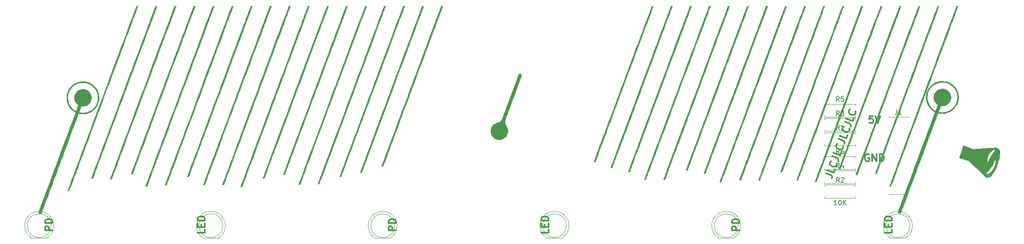
<source format=gbr>
%TF.GenerationSoftware,KiCad,Pcbnew,(5.1.10)-1*%
%TF.CreationDate,2022-02-27T18:28:29-05:00*%
%TF.ProjectId,chunair,6368756e-6169-4722-9e6b-696361645f70,rev?*%
%TF.SameCoordinates,Original*%
%TF.FileFunction,Legend,Top*%
%TF.FilePolarity,Positive*%
%FSLAX46Y46*%
G04 Gerber Fmt 4.6, Leading zero omitted, Abs format (unit mm)*
G04 Created by KiCad (PCBNEW (5.1.10)-1) date 2022-02-27 18:28:29*
%MOMM*%
%LPD*%
G01*
G04 APERTURE LIST*
%ADD10C,0.300000*%
%ADD11C,0.010000*%
%ADD12C,0.120000*%
%ADD13C,0.150000*%
G04 APERTURE END LIST*
D10*
X209858398Y-102229782D02*
X210865212Y-102596232D01*
X211042144Y-102736643D01*
X211127526Y-102919745D01*
X211121357Y-103145537D01*
X211072497Y-103279779D01*
X211756537Y-101400394D02*
X211512237Y-102071603D01*
X210102698Y-101558573D01*
X212086466Y-100076237D02*
X212129157Y-100167788D01*
X212122987Y-100393580D01*
X212074127Y-100527822D01*
X211933716Y-100704755D01*
X211750615Y-100790137D01*
X211591943Y-100808398D01*
X211299029Y-100777799D01*
X211097667Y-100704508D01*
X210853613Y-100539668D01*
X210743801Y-100423687D01*
X210658419Y-100240585D01*
X210664588Y-100014792D01*
X210713448Y-99880550D01*
X210853859Y-99703618D01*
X210945410Y-99660927D01*
X211177619Y-98605253D02*
X212184432Y-98971703D01*
X212361365Y-99112114D01*
X212446747Y-99295216D01*
X212440578Y-99521009D01*
X212391718Y-99655251D01*
X213075758Y-97775865D02*
X212831458Y-98447074D01*
X211421919Y-97934044D01*
X213405686Y-96451708D02*
X213448377Y-96543259D01*
X213442208Y-96769052D01*
X213393348Y-96903294D01*
X213252937Y-97080226D01*
X213069835Y-97165608D01*
X212911163Y-97183869D01*
X212618250Y-97153270D01*
X212416887Y-97079980D01*
X212172833Y-96915139D01*
X212063022Y-96799158D01*
X211977640Y-96616056D01*
X211983809Y-96390263D01*
X212032669Y-96256022D01*
X212173080Y-96079089D01*
X212264631Y-96036398D01*
X212496839Y-94980724D02*
X213503653Y-95347175D01*
X213680585Y-95487586D01*
X213765967Y-95670687D01*
X213759798Y-95896480D01*
X213710938Y-96030722D01*
X214394978Y-94151337D02*
X214150678Y-94822546D01*
X212741139Y-94309515D01*
X214724907Y-92827180D02*
X214767598Y-92918730D01*
X214761429Y-93144523D01*
X214712569Y-93278765D01*
X214572158Y-93455698D01*
X214389056Y-93541079D01*
X214230384Y-93559340D01*
X213937470Y-93528741D01*
X213736108Y-93455451D01*
X213492054Y-93290610D01*
X213382242Y-93174629D01*
X213296860Y-92991527D01*
X213303030Y-92765735D01*
X213351890Y-92631493D01*
X213492301Y-92454560D01*
X213583851Y-92411869D01*
X213816060Y-91356196D02*
X214822873Y-91722646D01*
X214999806Y-91863057D01*
X215085188Y-92046159D01*
X215079019Y-92271951D01*
X215030159Y-92406193D01*
X215714199Y-90526808D02*
X215469899Y-91198017D01*
X214060360Y-90684987D01*
X216044127Y-89202651D02*
X216086818Y-89294202D01*
X216080649Y-89519994D01*
X216031789Y-89654236D01*
X215891378Y-89831169D01*
X215708276Y-89916551D01*
X215549604Y-89934812D01*
X215256691Y-89904212D01*
X215055328Y-89830922D01*
X214811275Y-89666081D01*
X214701463Y-89550101D01*
X214616081Y-89366999D01*
X214622250Y-89141206D01*
X214671110Y-89006964D01*
X214811521Y-88830032D01*
X214903072Y-88787341D01*
X223678571Y-113964285D02*
X223678571Y-114678571D01*
X222178571Y-114678571D01*
X222892857Y-113464285D02*
X222892857Y-112964285D01*
X223678571Y-112750000D02*
X223678571Y-113464285D01*
X222178571Y-113464285D01*
X222178571Y-112750000D01*
X223678571Y-112107142D02*
X222178571Y-112107142D01*
X222178571Y-111750000D01*
X222250000Y-111535714D01*
X222392857Y-111392857D01*
X222535714Y-111321428D01*
X222821428Y-111250000D01*
X223035714Y-111250000D01*
X223321428Y-111321428D01*
X223464285Y-111392857D01*
X223607142Y-111535714D01*
X223678571Y-111750000D01*
X223678571Y-112107142D01*
X151678571Y-113964285D02*
X151678571Y-114678571D01*
X150178571Y-114678571D01*
X150892857Y-113464285D02*
X150892857Y-112964285D01*
X151678571Y-112750000D02*
X151678571Y-113464285D01*
X150178571Y-113464285D01*
X150178571Y-112750000D01*
X151678571Y-112107142D02*
X150178571Y-112107142D01*
X150178571Y-111750000D01*
X150250000Y-111535714D01*
X150392857Y-111392857D01*
X150535714Y-111321428D01*
X150821428Y-111250000D01*
X151035714Y-111250000D01*
X151321428Y-111321428D01*
X151464285Y-111392857D01*
X151607142Y-111535714D01*
X151678571Y-111750000D01*
X151678571Y-112107142D01*
X79678571Y-113964285D02*
X79678571Y-114678571D01*
X78178571Y-114678571D01*
X78892857Y-113464285D02*
X78892857Y-112964285D01*
X79678571Y-112750000D02*
X79678571Y-113464285D01*
X78178571Y-113464285D01*
X78178571Y-112750000D01*
X79678571Y-112107142D02*
X78178571Y-112107142D01*
X78178571Y-111750000D01*
X78250000Y-111535714D01*
X78392857Y-111392857D01*
X78535714Y-111321428D01*
X78821428Y-111250000D01*
X79035714Y-111250000D01*
X79321428Y-111321428D01*
X79464285Y-111392857D01*
X79607142Y-111535714D01*
X79678571Y-111750000D01*
X79678571Y-112107142D01*
X47678571Y-114142857D02*
X46178571Y-114142857D01*
X46178571Y-113571428D01*
X46250000Y-113428571D01*
X46321428Y-113357142D01*
X46464285Y-113285714D01*
X46678571Y-113285714D01*
X46821428Y-113357142D01*
X46892857Y-113428571D01*
X46964285Y-113571428D01*
X46964285Y-114142857D01*
X47678571Y-112642857D02*
X46178571Y-112642857D01*
X46178571Y-112285714D01*
X46250000Y-112071428D01*
X46392857Y-111928571D01*
X46535714Y-111857142D01*
X46821428Y-111785714D01*
X47035714Y-111785714D01*
X47321428Y-111857142D01*
X47464285Y-111928571D01*
X47607142Y-112071428D01*
X47678571Y-112285714D01*
X47678571Y-112642857D01*
X119678571Y-114142857D02*
X118178571Y-114142857D01*
X118178571Y-113571428D01*
X118250000Y-113428571D01*
X118321428Y-113357142D01*
X118464285Y-113285714D01*
X118678571Y-113285714D01*
X118821428Y-113357142D01*
X118892857Y-113428571D01*
X118964285Y-113571428D01*
X118964285Y-114142857D01*
X119678571Y-112642857D02*
X118178571Y-112642857D01*
X118178571Y-112285714D01*
X118250000Y-112071428D01*
X118392857Y-111928571D01*
X118535714Y-111857142D01*
X118821428Y-111785714D01*
X119035714Y-111785714D01*
X119321428Y-111857142D01*
X119464285Y-111928571D01*
X119607142Y-112071428D01*
X119678571Y-112285714D01*
X119678571Y-112642857D01*
X191678571Y-114142857D02*
X190178571Y-114142857D01*
X190178571Y-113571428D01*
X190250000Y-113428571D01*
X190321428Y-113357142D01*
X190464285Y-113285714D01*
X190678571Y-113285714D01*
X190821428Y-113357142D01*
X190892857Y-113428571D01*
X190964285Y-113571428D01*
X190964285Y-114142857D01*
X191678571Y-112642857D02*
X190178571Y-112642857D01*
X190178571Y-112285714D01*
X190250000Y-112071428D01*
X190392857Y-111928571D01*
X190535714Y-111857142D01*
X190821428Y-111785714D01*
X191035714Y-111785714D01*
X191321428Y-111857142D01*
X191464285Y-111928571D01*
X191607142Y-112071428D01*
X191678571Y-112285714D01*
X191678571Y-112642857D01*
X218857142Y-98250000D02*
X218714285Y-98178571D01*
X218500000Y-98178571D01*
X218285714Y-98250000D01*
X218142857Y-98392857D01*
X218071428Y-98535714D01*
X218000000Y-98821428D01*
X218000000Y-99035714D01*
X218071428Y-99321428D01*
X218142857Y-99464285D01*
X218285714Y-99607142D01*
X218500000Y-99678571D01*
X218642857Y-99678571D01*
X218857142Y-99607142D01*
X218928571Y-99535714D01*
X218928571Y-99035714D01*
X218642857Y-99035714D01*
X219571428Y-99678571D02*
X219571428Y-98178571D01*
X220428571Y-99678571D01*
X220428571Y-98178571D01*
X221142857Y-99678571D02*
X221142857Y-98178571D01*
X221500000Y-98178571D01*
X221714285Y-98250000D01*
X221857142Y-98392857D01*
X221928571Y-98535714D01*
X222000000Y-98821428D01*
X222000000Y-99035714D01*
X221928571Y-99321428D01*
X221857142Y-99464285D01*
X221714285Y-99607142D01*
X221500000Y-99678571D01*
X221142857Y-99678571D01*
X219714285Y-90178571D02*
X219000000Y-90178571D01*
X218928571Y-90892857D01*
X219000000Y-90821428D01*
X219142857Y-90750000D01*
X219500000Y-90750000D01*
X219642857Y-90821428D01*
X219714285Y-90892857D01*
X219785714Y-91035714D01*
X219785714Y-91392857D01*
X219714285Y-91535714D01*
X219642857Y-91607142D01*
X219500000Y-91678571D01*
X219142857Y-91678571D01*
X219000000Y-91607142D01*
X218928571Y-91535714D01*
X220214285Y-90178571D02*
X220714285Y-91678571D01*
X221214285Y-90178571D01*
D11*
%TO.C,G\u002A\u002A\u002A*%
G36*
X240721969Y-97115754D02*
G01*
X241597510Y-97059912D01*
X241825910Y-97045443D01*
X242105052Y-97027917D01*
X242422293Y-97008121D01*
X242764993Y-96986838D01*
X243120507Y-96964855D01*
X243476194Y-96942954D01*
X243819413Y-96921920D01*
X243907088Y-96916567D01*
X244208380Y-96898091D01*
X244494811Y-96880353D01*
X244759166Y-96863813D01*
X244994227Y-96848930D01*
X245192781Y-96836161D01*
X245347611Y-96825967D01*
X245451498Y-96818808D01*
X245490851Y-96815776D01*
X245640577Y-96802490D01*
X245813976Y-96938812D01*
X245968390Y-97078696D01*
X246102784Y-97235523D01*
X246205463Y-97393660D01*
X246264733Y-97537477D01*
X246266165Y-97543247D01*
X246289803Y-97714558D01*
X246292674Y-97937487D01*
X246275524Y-98203907D01*
X246239099Y-98505690D01*
X246184143Y-98834709D01*
X246118861Y-99150022D01*
X246083957Y-99288052D01*
X246032861Y-99467985D01*
X245969468Y-99677976D01*
X245897670Y-99906183D01*
X245821364Y-100140764D01*
X245744443Y-100369877D01*
X245670801Y-100581678D01*
X245604332Y-100764324D01*
X245548931Y-100905974D01*
X245519230Y-100973542D01*
X245482375Y-101050474D01*
X245426611Y-101166820D01*
X245360486Y-101304743D01*
X245312377Y-101405068D01*
X245173655Y-101678289D01*
X245023908Y-101944823D01*
X244869111Y-102195818D01*
X244715243Y-102422418D01*
X244568277Y-102615768D01*
X244434191Y-102767012D01*
X244331689Y-102858176D01*
X244196321Y-102930813D01*
X244017705Y-102986787D01*
X243814914Y-103021620D01*
X243607019Y-103030833D01*
X243597606Y-103030565D01*
X243377988Y-103023562D01*
X243271486Y-102915758D01*
X243268521Y-102912843D01*
X243491176Y-102301103D01*
X243600318Y-102338021D01*
X243739441Y-102326792D01*
X243901026Y-102270514D01*
X244077555Y-102172286D01*
X244261510Y-102035207D01*
X244367933Y-101939797D01*
X244649226Y-101635034D01*
X244896646Y-101294077D01*
X245103695Y-100928829D01*
X245263880Y-100551194D01*
X245370706Y-100173078D01*
X245390751Y-100065194D01*
X245406875Y-99795459D01*
X245370153Y-99531260D01*
X245314896Y-99362286D01*
X245273648Y-99271666D01*
X245240150Y-99212205D01*
X245224284Y-99197471D01*
X245209479Y-99231262D01*
X245194501Y-99305414D01*
X245190534Y-99334411D01*
X245165002Y-99455981D01*
X245115228Y-99619566D01*
X245046421Y-99810929D01*
X244963789Y-100015828D01*
X244872540Y-100220022D01*
X244847272Y-100272836D01*
X244647485Y-100651087D01*
X244431182Y-100991794D01*
X244185829Y-101312182D01*
X243898893Y-101629473D01*
X243755437Y-101773325D01*
X243606642Y-101923137D01*
X243503658Y-102039189D01*
X243443214Y-102128011D01*
X243422039Y-102196137D01*
X243436864Y-102250095D01*
X243484420Y-102296419D01*
X243491176Y-102301103D01*
X243268521Y-102912843D01*
X243221457Y-102866558D01*
X243132180Y-102780261D01*
X243010515Y-102663438D01*
X242863318Y-102522654D01*
X242813195Y-102474858D01*
X243679568Y-100094518D01*
X243806866Y-99806333D01*
X243892218Y-99621703D01*
X243997285Y-99407832D01*
X244115443Y-99177033D01*
X244240063Y-98941621D01*
X244364517Y-98713910D01*
X244482179Y-98506215D01*
X244586420Y-98330851D01*
X244670612Y-98200132D01*
X244673697Y-98195679D01*
X244780058Y-98049940D01*
X244905358Y-97888833D01*
X245025281Y-97743476D01*
X245043724Y-97722180D01*
X245153841Y-97593492D01*
X245225794Y-97500213D01*
X245265196Y-97431752D01*
X245277660Y-97377518D01*
X245268796Y-97326918D01*
X245262329Y-97309655D01*
X245202741Y-97238770D01*
X245105841Y-97194466D01*
X244995379Y-97185912D01*
X244959276Y-97192689D01*
X244818073Y-97256619D01*
X244662444Y-97372019D01*
X244498770Y-97530364D01*
X244333433Y-97723128D01*
X244172812Y-97941789D01*
X244023287Y-98177820D01*
X243891240Y-98422696D01*
X243783052Y-98667892D01*
X243721558Y-98846359D01*
X243665146Y-99061840D01*
X243633361Y-99258528D01*
X243624391Y-99459674D01*
X243636425Y-99688531D01*
X243647356Y-99798957D01*
X243679568Y-100094518D01*
X242813195Y-102474858D01*
X242697448Y-102364478D01*
X242519763Y-102195479D01*
X242474419Y-102152421D01*
X242018670Y-101719781D01*
X241608868Y-101330738D01*
X241244896Y-100985176D01*
X240926634Y-100682986D01*
X240653967Y-100424056D01*
X240426776Y-100208272D01*
X240244942Y-100035524D01*
X240108350Y-99905700D01*
X240016879Y-99818688D01*
X240006242Y-99808559D01*
X239810582Y-99622198D01*
X237784676Y-98884829D01*
X238696844Y-96378668D01*
X240721969Y-97115754D01*
G37*
X240721969Y-97115754D02*
X241597510Y-97059912D01*
X241825910Y-97045443D01*
X242105052Y-97027917D01*
X242422293Y-97008121D01*
X242764993Y-96986838D01*
X243120507Y-96964855D01*
X243476194Y-96942954D01*
X243819413Y-96921920D01*
X243907088Y-96916567D01*
X244208380Y-96898091D01*
X244494811Y-96880353D01*
X244759166Y-96863813D01*
X244994227Y-96848930D01*
X245192781Y-96836161D01*
X245347611Y-96825967D01*
X245451498Y-96818808D01*
X245490851Y-96815776D01*
X245640577Y-96802490D01*
X245813976Y-96938812D01*
X245968390Y-97078696D01*
X246102784Y-97235523D01*
X246205463Y-97393660D01*
X246264733Y-97537477D01*
X246266165Y-97543247D01*
X246289803Y-97714558D01*
X246292674Y-97937487D01*
X246275524Y-98203907D01*
X246239099Y-98505690D01*
X246184143Y-98834709D01*
X246118861Y-99150022D01*
X246083957Y-99288052D01*
X246032861Y-99467985D01*
X245969468Y-99677976D01*
X245897670Y-99906183D01*
X245821364Y-100140764D01*
X245744443Y-100369877D01*
X245670801Y-100581678D01*
X245604332Y-100764324D01*
X245548931Y-100905974D01*
X245519230Y-100973542D01*
X245482375Y-101050474D01*
X245426611Y-101166820D01*
X245360486Y-101304743D01*
X245312377Y-101405068D01*
X245173655Y-101678289D01*
X245023908Y-101944823D01*
X244869111Y-102195818D01*
X244715243Y-102422418D01*
X244568277Y-102615768D01*
X244434191Y-102767012D01*
X244331689Y-102858176D01*
X244196321Y-102930813D01*
X244017705Y-102986787D01*
X243814914Y-103021620D01*
X243607019Y-103030833D01*
X243597606Y-103030565D01*
X243377988Y-103023562D01*
X243271486Y-102915758D01*
X243268521Y-102912843D01*
X243491176Y-102301103D01*
X243600318Y-102338021D01*
X243739441Y-102326792D01*
X243901026Y-102270514D01*
X244077555Y-102172286D01*
X244261510Y-102035207D01*
X244367933Y-101939797D01*
X244649226Y-101635034D01*
X244896646Y-101294077D01*
X245103695Y-100928829D01*
X245263880Y-100551194D01*
X245370706Y-100173078D01*
X245390751Y-100065194D01*
X245406875Y-99795459D01*
X245370153Y-99531260D01*
X245314896Y-99362286D01*
X245273648Y-99271666D01*
X245240150Y-99212205D01*
X245224284Y-99197471D01*
X245209479Y-99231262D01*
X245194501Y-99305414D01*
X245190534Y-99334411D01*
X245165002Y-99455981D01*
X245115228Y-99619566D01*
X245046421Y-99810929D01*
X244963789Y-100015828D01*
X244872540Y-100220022D01*
X244847272Y-100272836D01*
X244647485Y-100651087D01*
X244431182Y-100991794D01*
X244185829Y-101312182D01*
X243898893Y-101629473D01*
X243755437Y-101773325D01*
X243606642Y-101923137D01*
X243503658Y-102039189D01*
X243443214Y-102128011D01*
X243422039Y-102196137D01*
X243436864Y-102250095D01*
X243484420Y-102296419D01*
X243491176Y-102301103D01*
X243268521Y-102912843D01*
X243221457Y-102866558D01*
X243132180Y-102780261D01*
X243010515Y-102663438D01*
X242863318Y-102522654D01*
X242813195Y-102474858D01*
X243679568Y-100094518D01*
X243806866Y-99806333D01*
X243892218Y-99621703D01*
X243997285Y-99407832D01*
X244115443Y-99177033D01*
X244240063Y-98941621D01*
X244364517Y-98713910D01*
X244482179Y-98506215D01*
X244586420Y-98330851D01*
X244670612Y-98200132D01*
X244673697Y-98195679D01*
X244780058Y-98049940D01*
X244905358Y-97888833D01*
X245025281Y-97743476D01*
X245043724Y-97722180D01*
X245153841Y-97593492D01*
X245225794Y-97500213D01*
X245265196Y-97431752D01*
X245277660Y-97377518D01*
X245268796Y-97326918D01*
X245262329Y-97309655D01*
X245202741Y-97238770D01*
X245105841Y-97194466D01*
X244995379Y-97185912D01*
X244959276Y-97192689D01*
X244818073Y-97256619D01*
X244662444Y-97372019D01*
X244498770Y-97530364D01*
X244333433Y-97723128D01*
X244172812Y-97941789D01*
X244023287Y-98177820D01*
X243891240Y-98422696D01*
X243783052Y-98667892D01*
X243721558Y-98846359D01*
X243665146Y-99061840D01*
X243633361Y-99258528D01*
X243624391Y-99459674D01*
X243636425Y-99688531D01*
X243647356Y-99798957D01*
X243679568Y-100094518D01*
X242813195Y-102474858D01*
X242697448Y-102364478D01*
X242519763Y-102195479D01*
X242474419Y-102152421D01*
X242018670Y-101719781D01*
X241608868Y-101330738D01*
X241244896Y-100985176D01*
X240926634Y-100682986D01*
X240653967Y-100424056D01*
X240426776Y-100208272D01*
X240244942Y-100035524D01*
X240108350Y-99905700D01*
X240016879Y-99818688D01*
X240006242Y-99808559D01*
X239810582Y-99622198D01*
X237784676Y-98884829D01*
X238696844Y-96378668D01*
X240721969Y-97115754D01*
G36*
X231191424Y-84666133D02*
G01*
X231417210Y-84291144D01*
X231684516Y-83953569D01*
X231988893Y-83655737D01*
X232325896Y-83399978D01*
X232691078Y-83188622D01*
X233079992Y-83023997D01*
X233488193Y-82908433D01*
X233911233Y-82844260D01*
X234344666Y-82833807D01*
X234784047Y-82879404D01*
X235082864Y-82943330D01*
X235504389Y-83082620D01*
X235896491Y-83271531D01*
X236256240Y-83505719D01*
X236580702Y-83780839D01*
X236866946Y-84092547D01*
X237112040Y-84436496D01*
X237313054Y-84808342D01*
X237467054Y-85203741D01*
X237571109Y-85618347D01*
X237622288Y-86047814D01*
X237617657Y-86487797D01*
X237598720Y-86671974D01*
X237564260Y-86863323D01*
X237509218Y-87084717D01*
X237439812Y-87316222D01*
X237362259Y-87537907D01*
X237282775Y-87729842D01*
X237244203Y-87808518D01*
X237089497Y-88068545D01*
X236898890Y-88335338D01*
X236714304Y-88557521D01*
X236411010Y-88852274D01*
X236070145Y-89104110D01*
X235698393Y-89310801D01*
X235302438Y-89470123D01*
X234888965Y-89579849D01*
X234464658Y-89637751D01*
X234036200Y-89641604D01*
X233614649Y-89590020D01*
X233494433Y-89568129D01*
X233398068Y-89552588D01*
X233339645Y-89545575D01*
X233329130Y-89545915D01*
X233317594Y-89574251D01*
X233286022Y-89656500D01*
X233235325Y-89790222D01*
X233166411Y-89972975D01*
X233080189Y-90202321D01*
X232977568Y-90475818D01*
X232859456Y-90791028D01*
X232726763Y-91145510D01*
X232580398Y-91536824D01*
X232421267Y-91962529D01*
X232250282Y-92420187D01*
X232068352Y-92907356D01*
X231876383Y-93421596D01*
X231675287Y-93960468D01*
X231465970Y-94521532D01*
X231249342Y-95102347D01*
X231026313Y-95700474D01*
X230797790Y-96313472D01*
X230564683Y-96938902D01*
X230327901Y-97574322D01*
X230088352Y-98217293D01*
X229846945Y-98865376D01*
X229604589Y-99516131D01*
X229362193Y-100167116D01*
X229120664Y-100815891D01*
X228880914Y-101460019D01*
X228643851Y-102097056D01*
X228410381Y-102724564D01*
X228181417Y-103340104D01*
X227957865Y-103941233D01*
X227740635Y-104525513D01*
X227530635Y-105090504D01*
X227328775Y-105633766D01*
X227135962Y-106152858D01*
X226953108Y-106645340D01*
X226781118Y-107108773D01*
X226620903Y-107540714D01*
X226473372Y-107938727D01*
X226339433Y-108300370D01*
X226219995Y-108623204D01*
X226115968Y-108904787D01*
X226028259Y-109142679D01*
X225957778Y-109334442D01*
X225912353Y-109458636D01*
X225482590Y-110637727D01*
X224889416Y-110421829D01*
X224927903Y-110315881D01*
X224941188Y-110279994D01*
X224974685Y-110189811D01*
X225027629Y-110047380D01*
X225099261Y-109854745D01*
X225188818Y-109613954D01*
X225295540Y-109327054D01*
X225418665Y-108996090D01*
X225557430Y-108623110D01*
X225711075Y-108210159D01*
X225878838Y-107759284D01*
X226059959Y-107272532D01*
X226253674Y-106751948D01*
X226459223Y-106199580D01*
X226675845Y-105617474D01*
X226902777Y-105007675D01*
X227139259Y-104372231D01*
X227384529Y-103713188D01*
X227637825Y-103032593D01*
X227898385Y-102332491D01*
X228165449Y-101614931D01*
X228438255Y-100881956D01*
X228631087Y-100363862D01*
X228909497Y-99615741D01*
X229183606Y-98878966D01*
X229452602Y-98155726D01*
X229715674Y-97448206D01*
X229972011Y-96758595D01*
X230220803Y-96089078D01*
X230461238Y-95441843D01*
X230692505Y-94819074D01*
X230913794Y-94222962D01*
X231124294Y-93655691D01*
X231323192Y-93119448D01*
X231509679Y-92616420D01*
X231682943Y-92148794D01*
X231842175Y-91718757D01*
X231986560Y-91328497D01*
X232115291Y-90980197D01*
X232227554Y-90676048D01*
X232322542Y-90418233D01*
X232399439Y-90208942D01*
X232457437Y-90050361D01*
X232495726Y-89944675D01*
X232499988Y-89932675D01*
X232806709Y-89089965D01*
X232983086Y-88665529D01*
X233052508Y-88494757D01*
X233120140Y-88321825D01*
X233179293Y-88164268D01*
X233223277Y-88039621D01*
X233231803Y-88013512D01*
X233304145Y-87785931D01*
X233183528Y-87703722D01*
X232945432Y-87506016D01*
X232744830Y-87266524D01*
X232588604Y-86995199D01*
X232483641Y-86701999D01*
X232479594Y-86685856D01*
X232430746Y-86423101D01*
X232422329Y-86181012D01*
X232454990Y-85936407D01*
X232505876Y-85740503D01*
X232590981Y-85498833D01*
X232691846Y-85297180D01*
X232820453Y-85115559D01*
X232988779Y-84933988D01*
X232990144Y-84932653D01*
X233236165Y-84732682D01*
X233510111Y-84583682D01*
X233805636Y-84487232D01*
X234116393Y-84444909D01*
X234436037Y-84458292D01*
X234691611Y-84509546D01*
X234997483Y-84623352D01*
X235275048Y-84788996D01*
X235519271Y-85002886D01*
X235706388Y-85233648D01*
X235862449Y-85512827D01*
X235963467Y-85813408D01*
X236007932Y-86129438D01*
X236001139Y-86395893D01*
X235941230Y-86718235D01*
X235830932Y-87014903D01*
X235675246Y-87281723D01*
X235479178Y-87514522D01*
X235247731Y-87709123D01*
X234985909Y-87861352D01*
X234698718Y-87967033D01*
X234391162Y-88021993D01*
X234068243Y-88022056D01*
X234053542Y-88020712D01*
X233956896Y-88012545D01*
X233888672Y-88008771D01*
X233865588Y-88009789D01*
X233854545Y-88038766D01*
X233826611Y-88116447D01*
X233784646Y-88234755D01*
X233731505Y-88385613D01*
X233670049Y-88560945D01*
X233634750Y-88661992D01*
X233559719Y-88874933D01*
X233503112Y-89037563D01*
X233465876Y-89157096D01*
X233448963Y-89240744D01*
X233453325Y-89295721D01*
X233479912Y-89329240D01*
X233529676Y-89348516D01*
X233603565Y-89360759D01*
X233702534Y-89373183D01*
X233728990Y-89376832D01*
X234158413Y-89409411D01*
X234579059Y-89385813D01*
X234986611Y-89309121D01*
X235376754Y-89182418D01*
X235745171Y-89008782D01*
X236087545Y-88791299D01*
X236399562Y-88533049D01*
X236676902Y-88237115D01*
X236915251Y-87906578D01*
X237110292Y-87544521D01*
X237257709Y-87154025D01*
X237343424Y-86796019D01*
X237388018Y-86377900D01*
X237375251Y-85958234D01*
X237307327Y-85543632D01*
X237186446Y-85140708D01*
X237014812Y-84756074D01*
X236794626Y-84396342D01*
X236528090Y-84068124D01*
X236388005Y-83927168D01*
X236187478Y-83748319D01*
X235997801Y-83603939D01*
X235801908Y-83483702D01*
X235582730Y-83377285D01*
X235323198Y-83274364D01*
X235286900Y-83261170D01*
X235105040Y-83196971D01*
X234963019Y-83151069D01*
X234844845Y-83119475D01*
X234734519Y-83098199D01*
X234616048Y-83083253D01*
X234547708Y-83076816D01*
X234211949Y-83065570D01*
X233867336Y-83086843D01*
X233541453Y-83138613D01*
X233466014Y-83156115D01*
X233268842Y-83216382D01*
X233044419Y-83303031D01*
X232813816Y-83406671D01*
X232598104Y-83517917D01*
X232438497Y-83613879D01*
X232244243Y-83758884D01*
X232039538Y-83940844D01*
X231841334Y-84143207D01*
X231666580Y-84349417D01*
X231615223Y-84417871D01*
X231485073Y-84624336D01*
X231359888Y-84870931D01*
X231247883Y-85137756D01*
X231157271Y-85404910D01*
X231096265Y-85652494D01*
X231089270Y-85692177D01*
X231047357Y-86126666D01*
X231063302Y-86554443D01*
X231134880Y-86970921D01*
X231259868Y-87371512D01*
X231436040Y-87751629D01*
X231661176Y-88106687D01*
X231933050Y-88432095D01*
X232249438Y-88723270D01*
X232608116Y-88975621D01*
X232710009Y-89035428D01*
X232806709Y-89089965D01*
X232499988Y-89932675D01*
X232508470Y-89908794D01*
X232721155Y-89299796D01*
X232516366Y-89187284D01*
X232156311Y-88956241D01*
X231834553Y-88682586D01*
X231553013Y-88371571D01*
X231313614Y-88028452D01*
X231118282Y-87658484D01*
X230968937Y-87266919D01*
X230867505Y-86859012D01*
X230815907Y-86440017D01*
X230816066Y-86015188D01*
X230869907Y-85589781D01*
X230979352Y-85169048D01*
X231011603Y-85076206D01*
X231191424Y-84666133D01*
G37*
X231191424Y-84666133D02*
X231417210Y-84291144D01*
X231684516Y-83953569D01*
X231988893Y-83655737D01*
X232325896Y-83399978D01*
X232691078Y-83188622D01*
X233079992Y-83023997D01*
X233488193Y-82908433D01*
X233911233Y-82844260D01*
X234344666Y-82833807D01*
X234784047Y-82879404D01*
X235082864Y-82943330D01*
X235504389Y-83082620D01*
X235896491Y-83271531D01*
X236256240Y-83505719D01*
X236580702Y-83780839D01*
X236866946Y-84092547D01*
X237112040Y-84436496D01*
X237313054Y-84808342D01*
X237467054Y-85203741D01*
X237571109Y-85618347D01*
X237622288Y-86047814D01*
X237617657Y-86487797D01*
X237598720Y-86671974D01*
X237564260Y-86863323D01*
X237509218Y-87084717D01*
X237439812Y-87316222D01*
X237362259Y-87537907D01*
X237282775Y-87729842D01*
X237244203Y-87808518D01*
X237089497Y-88068545D01*
X236898890Y-88335338D01*
X236714304Y-88557521D01*
X236411010Y-88852274D01*
X236070145Y-89104110D01*
X235698393Y-89310801D01*
X235302438Y-89470123D01*
X234888965Y-89579849D01*
X234464658Y-89637751D01*
X234036200Y-89641604D01*
X233614649Y-89590020D01*
X233494433Y-89568129D01*
X233398068Y-89552588D01*
X233339645Y-89545575D01*
X233329130Y-89545915D01*
X233317594Y-89574251D01*
X233286022Y-89656500D01*
X233235325Y-89790222D01*
X233166411Y-89972975D01*
X233080189Y-90202321D01*
X232977568Y-90475818D01*
X232859456Y-90791028D01*
X232726763Y-91145510D01*
X232580398Y-91536824D01*
X232421267Y-91962529D01*
X232250282Y-92420187D01*
X232068352Y-92907356D01*
X231876383Y-93421596D01*
X231675287Y-93960468D01*
X231465970Y-94521532D01*
X231249342Y-95102347D01*
X231026313Y-95700474D01*
X230797790Y-96313472D01*
X230564683Y-96938902D01*
X230327901Y-97574322D01*
X230088352Y-98217293D01*
X229846945Y-98865376D01*
X229604589Y-99516131D01*
X229362193Y-100167116D01*
X229120664Y-100815891D01*
X228880914Y-101460019D01*
X228643851Y-102097056D01*
X228410381Y-102724564D01*
X228181417Y-103340104D01*
X227957865Y-103941233D01*
X227740635Y-104525513D01*
X227530635Y-105090504D01*
X227328775Y-105633766D01*
X227135962Y-106152858D01*
X226953108Y-106645340D01*
X226781118Y-107108773D01*
X226620903Y-107540714D01*
X226473372Y-107938727D01*
X226339433Y-108300370D01*
X226219995Y-108623204D01*
X226115968Y-108904787D01*
X226028259Y-109142679D01*
X225957778Y-109334442D01*
X225912353Y-109458636D01*
X225482590Y-110637727D01*
X224889416Y-110421829D01*
X224927903Y-110315881D01*
X224941188Y-110279994D01*
X224974685Y-110189811D01*
X225027629Y-110047380D01*
X225099261Y-109854745D01*
X225188818Y-109613954D01*
X225295540Y-109327054D01*
X225418665Y-108996090D01*
X225557430Y-108623110D01*
X225711075Y-108210159D01*
X225878838Y-107759284D01*
X226059959Y-107272532D01*
X226253674Y-106751948D01*
X226459223Y-106199580D01*
X226675845Y-105617474D01*
X226902777Y-105007675D01*
X227139259Y-104372231D01*
X227384529Y-103713188D01*
X227637825Y-103032593D01*
X227898385Y-102332491D01*
X228165449Y-101614931D01*
X228438255Y-100881956D01*
X228631087Y-100363862D01*
X228909497Y-99615741D01*
X229183606Y-98878966D01*
X229452602Y-98155726D01*
X229715674Y-97448206D01*
X229972011Y-96758595D01*
X230220803Y-96089078D01*
X230461238Y-95441843D01*
X230692505Y-94819074D01*
X230913794Y-94222962D01*
X231124294Y-93655691D01*
X231323192Y-93119448D01*
X231509679Y-92616420D01*
X231682943Y-92148794D01*
X231842175Y-91718757D01*
X231986560Y-91328497D01*
X232115291Y-90980197D01*
X232227554Y-90676048D01*
X232322542Y-90418233D01*
X232399439Y-90208942D01*
X232457437Y-90050361D01*
X232495726Y-89944675D01*
X232499988Y-89932675D01*
X232806709Y-89089965D01*
X232983086Y-88665529D01*
X233052508Y-88494757D01*
X233120140Y-88321825D01*
X233179293Y-88164268D01*
X233223277Y-88039621D01*
X233231803Y-88013512D01*
X233304145Y-87785931D01*
X233183528Y-87703722D01*
X232945432Y-87506016D01*
X232744830Y-87266524D01*
X232588604Y-86995199D01*
X232483641Y-86701999D01*
X232479594Y-86685856D01*
X232430746Y-86423101D01*
X232422329Y-86181012D01*
X232454990Y-85936407D01*
X232505876Y-85740503D01*
X232590981Y-85498833D01*
X232691846Y-85297180D01*
X232820453Y-85115559D01*
X232988779Y-84933988D01*
X232990144Y-84932653D01*
X233236165Y-84732682D01*
X233510111Y-84583682D01*
X233805636Y-84487232D01*
X234116393Y-84444909D01*
X234436037Y-84458292D01*
X234691611Y-84509546D01*
X234997483Y-84623352D01*
X235275048Y-84788996D01*
X235519271Y-85002886D01*
X235706388Y-85233648D01*
X235862449Y-85512827D01*
X235963467Y-85813408D01*
X236007932Y-86129438D01*
X236001139Y-86395893D01*
X235941230Y-86718235D01*
X235830932Y-87014903D01*
X235675246Y-87281723D01*
X235479178Y-87514522D01*
X235247731Y-87709123D01*
X234985909Y-87861352D01*
X234698718Y-87967033D01*
X234391162Y-88021993D01*
X234068243Y-88022056D01*
X234053542Y-88020712D01*
X233956896Y-88012545D01*
X233888672Y-88008771D01*
X233865588Y-88009789D01*
X233854545Y-88038766D01*
X233826611Y-88116447D01*
X233784646Y-88234755D01*
X233731505Y-88385613D01*
X233670049Y-88560945D01*
X233634750Y-88661992D01*
X233559719Y-88874933D01*
X233503112Y-89037563D01*
X233465876Y-89157096D01*
X233448963Y-89240744D01*
X233453325Y-89295721D01*
X233479912Y-89329240D01*
X233529676Y-89348516D01*
X233603565Y-89360759D01*
X233702534Y-89373183D01*
X233728990Y-89376832D01*
X234158413Y-89409411D01*
X234579059Y-89385813D01*
X234986611Y-89309121D01*
X235376754Y-89182418D01*
X235745171Y-89008782D01*
X236087545Y-88791299D01*
X236399562Y-88533049D01*
X236676902Y-88237115D01*
X236915251Y-87906578D01*
X237110292Y-87544521D01*
X237257709Y-87154025D01*
X237343424Y-86796019D01*
X237388018Y-86377900D01*
X237375251Y-85958234D01*
X237307327Y-85543632D01*
X237186446Y-85140708D01*
X237014812Y-84756074D01*
X236794626Y-84396342D01*
X236528090Y-84068124D01*
X236388005Y-83927168D01*
X236187478Y-83748319D01*
X235997801Y-83603939D01*
X235801908Y-83483702D01*
X235582730Y-83377285D01*
X235323198Y-83274364D01*
X235286900Y-83261170D01*
X235105040Y-83196971D01*
X234963019Y-83151069D01*
X234844845Y-83119475D01*
X234734519Y-83098199D01*
X234616048Y-83083253D01*
X234547708Y-83076816D01*
X234211949Y-83065570D01*
X233867336Y-83086843D01*
X233541453Y-83138613D01*
X233466014Y-83156115D01*
X233268842Y-83216382D01*
X233044419Y-83303031D01*
X232813816Y-83406671D01*
X232598104Y-83517917D01*
X232438497Y-83613879D01*
X232244243Y-83758884D01*
X232039538Y-83940844D01*
X231841334Y-84143207D01*
X231666580Y-84349417D01*
X231615223Y-84417871D01*
X231485073Y-84624336D01*
X231359888Y-84870931D01*
X231247883Y-85137756D01*
X231157271Y-85404910D01*
X231096265Y-85652494D01*
X231089270Y-85692177D01*
X231047357Y-86126666D01*
X231063302Y-86554443D01*
X231134880Y-86970921D01*
X231259868Y-87371512D01*
X231436040Y-87751629D01*
X231661176Y-88106687D01*
X231933050Y-88432095D01*
X232249438Y-88723270D01*
X232608116Y-88975621D01*
X232710009Y-89035428D01*
X232806709Y-89089965D01*
X232499988Y-89932675D01*
X232508470Y-89908794D01*
X232721155Y-89299796D01*
X232516366Y-89187284D01*
X232156311Y-88956241D01*
X231834553Y-88682586D01*
X231553013Y-88371571D01*
X231313614Y-88028452D01*
X231118282Y-87658484D01*
X230968937Y-87266919D01*
X230867505Y-86859012D01*
X230815907Y-86440017D01*
X230816066Y-86015188D01*
X230869907Y-85589781D01*
X230979352Y-85169048D01*
X231011603Y-85076206D01*
X231191424Y-84666133D01*
G36*
X223769573Y-103242228D02*
G01*
X223816343Y-103117533D01*
X223883403Y-102938230D01*
X223970107Y-102706060D01*
X224075804Y-102422768D01*
X224199844Y-102090098D01*
X224341582Y-101709793D01*
X224500365Y-101283597D01*
X224675548Y-100813255D01*
X224866479Y-100300510D01*
X225072511Y-99747106D01*
X225292994Y-99154785D01*
X225527281Y-98525295D01*
X225774721Y-97860376D01*
X226034667Y-97161774D01*
X226306469Y-96431231D01*
X226589477Y-95670493D01*
X226883045Y-94881302D01*
X227186523Y-94065403D01*
X227499262Y-93224540D01*
X227820612Y-92360455D01*
X228149927Y-91474894D01*
X228486555Y-90569599D01*
X228829850Y-89646316D01*
X229179161Y-88706787D01*
X229533840Y-87752756D01*
X229893239Y-86785967D01*
X230256708Y-85808165D01*
X230623597Y-84821093D01*
X230696274Y-84625559D01*
X231059693Y-83647846D01*
X231418281Y-82683260D01*
X231771451Y-81733375D01*
X232118617Y-80799767D01*
X232459191Y-79884011D01*
X232792587Y-78987681D01*
X233118220Y-78112351D01*
X233435500Y-77259598D01*
X233743843Y-76430994D01*
X234042662Y-75628116D01*
X234331369Y-74852538D01*
X234609378Y-74105836D01*
X234876103Y-73389582D01*
X235130957Y-72705355D01*
X235373352Y-72054726D01*
X235602704Y-71439271D01*
X235818425Y-70860565D01*
X236019927Y-70320183D01*
X236206625Y-69819700D01*
X236377932Y-69360690D01*
X236533261Y-68944729D01*
X236672025Y-68573390D01*
X236793639Y-68248249D01*
X236897514Y-67970880D01*
X236983066Y-67742860D01*
X237049705Y-67565761D01*
X237096847Y-67441160D01*
X237123906Y-67370630D01*
X237129373Y-67356951D01*
X237257954Y-67050645D01*
X237539986Y-67051735D01*
X237086823Y-68282322D01*
X237008412Y-68494852D01*
X236911343Y-68757291D01*
X236797996Y-69063236D01*
X236670751Y-69406278D01*
X236531988Y-69780011D01*
X236384090Y-70178029D01*
X236229435Y-70593925D01*
X236070404Y-71021293D01*
X235909378Y-71453728D01*
X235748738Y-71884821D01*
X235598732Y-72287073D01*
X235521242Y-72494867D01*
X235423594Y-72756851D01*
X235306590Y-73070869D01*
X235171032Y-73434765D01*
X235017723Y-73846382D01*
X234847466Y-74303566D01*
X234661064Y-74804159D01*
X234459317Y-75346006D01*
X234243031Y-75926951D01*
X234013005Y-76544838D01*
X233770043Y-77197510D01*
X233514949Y-77882812D01*
X233248524Y-78598588D01*
X232971570Y-79342682D01*
X232684890Y-80112937D01*
X232389286Y-80907199D01*
X232085563Y-81723310D01*
X231774520Y-82559114D01*
X231456963Y-83412457D01*
X231133691Y-84281181D01*
X230805509Y-85163130D01*
X230473217Y-86056149D01*
X230137621Y-86958083D01*
X229799521Y-87866773D01*
X229459720Y-88780066D01*
X229312403Y-89176023D01*
X228978984Y-90072186D01*
X228649753Y-90957083D01*
X228325384Y-91828901D01*
X228006553Y-92685823D01*
X227693935Y-93526036D01*
X227388206Y-94347726D01*
X227090041Y-95149076D01*
X226800115Y-95928274D01*
X226519103Y-96683504D01*
X226247680Y-97412952D01*
X225986522Y-98114804D01*
X225736303Y-98787244D01*
X225497700Y-99428458D01*
X225271387Y-100036631D01*
X225058040Y-100609949D01*
X224858333Y-101146597D01*
X224672943Y-101644761D01*
X224502544Y-102102626D01*
X224347812Y-102518377D01*
X224209421Y-102890200D01*
X224088047Y-103216280D01*
X223984366Y-103494803D01*
X223899052Y-103723955D01*
X223832781Y-103901918D01*
X223786228Y-104026882D01*
X223762800Y-104089713D01*
X223464598Y-104888617D01*
X223305994Y-104892607D01*
X223147390Y-104896596D01*
X223769573Y-103242228D01*
G37*
X223769573Y-103242228D02*
X223816343Y-103117533D01*
X223883403Y-102938230D01*
X223970107Y-102706060D01*
X224075804Y-102422768D01*
X224199844Y-102090098D01*
X224341582Y-101709793D01*
X224500365Y-101283597D01*
X224675548Y-100813255D01*
X224866479Y-100300510D01*
X225072511Y-99747106D01*
X225292994Y-99154785D01*
X225527281Y-98525295D01*
X225774721Y-97860376D01*
X226034667Y-97161774D01*
X226306469Y-96431231D01*
X226589477Y-95670493D01*
X226883045Y-94881302D01*
X227186523Y-94065403D01*
X227499262Y-93224540D01*
X227820612Y-92360455D01*
X228149927Y-91474894D01*
X228486555Y-90569599D01*
X228829850Y-89646316D01*
X229179161Y-88706787D01*
X229533840Y-87752756D01*
X229893239Y-86785967D01*
X230256708Y-85808165D01*
X230623597Y-84821093D01*
X230696274Y-84625559D01*
X231059693Y-83647846D01*
X231418281Y-82683260D01*
X231771451Y-81733375D01*
X232118617Y-80799767D01*
X232459191Y-79884011D01*
X232792587Y-78987681D01*
X233118220Y-78112351D01*
X233435500Y-77259598D01*
X233743843Y-76430994D01*
X234042662Y-75628116D01*
X234331369Y-74852538D01*
X234609378Y-74105836D01*
X234876103Y-73389582D01*
X235130957Y-72705355D01*
X235373352Y-72054726D01*
X235602704Y-71439271D01*
X235818425Y-70860565D01*
X236019927Y-70320183D01*
X236206625Y-69819700D01*
X236377932Y-69360690D01*
X236533261Y-68944729D01*
X236672025Y-68573390D01*
X236793639Y-68248249D01*
X236897514Y-67970880D01*
X236983066Y-67742860D01*
X237049705Y-67565761D01*
X237096847Y-67441160D01*
X237123906Y-67370630D01*
X237129373Y-67356951D01*
X237257954Y-67050645D01*
X237539986Y-67051735D01*
X237086823Y-68282322D01*
X237008412Y-68494852D01*
X236911343Y-68757291D01*
X236797996Y-69063236D01*
X236670751Y-69406278D01*
X236531988Y-69780011D01*
X236384090Y-70178029D01*
X236229435Y-70593925D01*
X236070404Y-71021293D01*
X235909378Y-71453728D01*
X235748738Y-71884821D01*
X235598732Y-72287073D01*
X235521242Y-72494867D01*
X235423594Y-72756851D01*
X235306590Y-73070869D01*
X235171032Y-73434765D01*
X235017723Y-73846382D01*
X234847466Y-74303566D01*
X234661064Y-74804159D01*
X234459317Y-75346006D01*
X234243031Y-75926951D01*
X234013005Y-76544838D01*
X233770043Y-77197510D01*
X233514949Y-77882812D01*
X233248524Y-78598588D01*
X232971570Y-79342682D01*
X232684890Y-80112937D01*
X232389286Y-80907199D01*
X232085563Y-81723310D01*
X231774520Y-82559114D01*
X231456963Y-83412457D01*
X231133691Y-84281181D01*
X230805509Y-85163130D01*
X230473217Y-86056149D01*
X230137621Y-86958083D01*
X229799521Y-87866773D01*
X229459720Y-88780066D01*
X229312403Y-89176023D01*
X228978984Y-90072186D01*
X228649753Y-90957083D01*
X228325384Y-91828901D01*
X228006553Y-92685823D01*
X227693935Y-93526036D01*
X227388206Y-94347726D01*
X227090041Y-95149076D01*
X226800115Y-95928274D01*
X226519103Y-96683504D01*
X226247680Y-97412952D01*
X225986522Y-98114804D01*
X225736303Y-98787244D01*
X225497700Y-99428458D01*
X225271387Y-100036631D01*
X225058040Y-100609949D01*
X224858333Y-101146597D01*
X224672943Y-101644761D01*
X224502544Y-102102626D01*
X224347812Y-102518377D01*
X224209421Y-102890200D01*
X224088047Y-103216280D01*
X223984366Y-103494803D01*
X223899052Y-103723955D01*
X223832781Y-103901918D01*
X223786228Y-104026882D01*
X223762800Y-104089713D01*
X223464598Y-104888617D01*
X223305994Y-104892607D01*
X223147390Y-104896596D01*
X223769573Y-103242228D01*
G36*
X220259925Y-101979400D02*
G01*
X220328995Y-101791487D01*
X220416548Y-101553949D01*
X220521963Y-101268463D01*
X220644613Y-100936708D01*
X220783878Y-100560363D01*
X220939135Y-100141108D01*
X221109761Y-99680620D01*
X221295132Y-99180577D01*
X221494626Y-98642661D01*
X221707619Y-98068546D01*
X221933490Y-97459915D01*
X222171616Y-96818444D01*
X222421371Y-96145813D01*
X222682136Y-95443700D01*
X222953286Y-94713783D01*
X223234198Y-93957743D01*
X223524250Y-93177257D01*
X223822819Y-92374003D01*
X224129281Y-91549662D01*
X224443015Y-90705910D01*
X224763396Y-89844429D01*
X225089802Y-88966894D01*
X225421611Y-88074986D01*
X225469164Y-87947174D01*
X225809271Y-87033052D01*
X226147194Y-86124781D01*
X226482173Y-85224406D01*
X226813448Y-84333971D01*
X227140256Y-83455525D01*
X227461839Y-82591110D01*
X227777434Y-81742774D01*
X228086281Y-80912562D01*
X228387620Y-80102519D01*
X228680687Y-79314690D01*
X228964724Y-78551123D01*
X229238969Y-77813862D01*
X229502663Y-77104952D01*
X229755042Y-76426440D01*
X229995347Y-75780371D01*
X230222816Y-75168790D01*
X230436690Y-74593742D01*
X230636205Y-74057275D01*
X230820603Y-73561433D01*
X230989122Y-73108262D01*
X231141002Y-72699807D01*
X231275481Y-72338114D01*
X231391798Y-72025228D01*
X231489193Y-71763196D01*
X231566905Y-71554063D01*
X231608355Y-71442472D01*
X231751299Y-71057960D01*
X231897827Y-70664577D01*
X232045155Y-70269744D01*
X232190503Y-69880886D01*
X232331089Y-69505428D01*
X232464130Y-69150795D01*
X232586844Y-68824408D01*
X232696450Y-68533693D01*
X232790166Y-68286076D01*
X232851087Y-68125937D01*
X232956028Y-67850185D01*
X233041630Y-67625207D01*
X233110812Y-67445931D01*
X233166497Y-67307284D01*
X233211604Y-67204196D01*
X233249051Y-67131592D01*
X233281761Y-67084400D01*
X233312652Y-67057550D01*
X233344644Y-67045969D01*
X233380658Y-67044584D01*
X233423613Y-67048322D01*
X233469443Y-67051822D01*
X233540203Y-67055155D01*
X232962543Y-68630408D01*
X232917369Y-68753159D01*
X232851882Y-68930454D01*
X232766750Y-69160494D01*
X232662640Y-69441483D01*
X232540221Y-69771626D01*
X232400160Y-70149126D01*
X232243124Y-70572186D01*
X232069783Y-71039011D01*
X231880803Y-71547804D01*
X231676852Y-72096768D01*
X231458600Y-72684108D01*
X231226711Y-73308027D01*
X230981856Y-73966729D01*
X230724702Y-74658418D01*
X230455916Y-75381298D01*
X230176168Y-76133571D01*
X229886122Y-76913442D01*
X229586449Y-77719115D01*
X229277817Y-78548793D01*
X228960893Y-79400680D01*
X228636343Y-80272979D01*
X228304837Y-81163896D01*
X227967043Y-82071632D01*
X227623627Y-82994393D01*
X227275259Y-83930380D01*
X226922606Y-84877799D01*
X226566334Y-85834853D01*
X226425263Y-86213790D01*
X225994036Y-87371969D01*
X225576494Y-88493101D01*
X225172936Y-89576394D01*
X224783656Y-90621056D01*
X224408952Y-91626295D01*
X224049121Y-92591320D01*
X223704458Y-93515336D01*
X223375260Y-94397552D01*
X223061824Y-95237177D01*
X222764446Y-96033416D01*
X222483423Y-96785479D01*
X222219050Y-97492573D01*
X221971624Y-98153905D01*
X221741443Y-98768683D01*
X221528802Y-99336116D01*
X221333998Y-99855410D01*
X221157327Y-100325774D01*
X220999086Y-100746415D01*
X220859571Y-101116541D01*
X220739079Y-101435358D01*
X220637905Y-101702076D01*
X220556348Y-101915902D01*
X220494703Y-102076044D01*
X220453266Y-102181709D01*
X220432333Y-102232105D01*
X220429815Y-102236601D01*
X220377075Y-102246131D01*
X220300881Y-102248348D01*
X220225870Y-102244011D01*
X220176676Y-102233878D01*
X220169842Y-102228595D01*
X220179726Y-102199632D01*
X220209960Y-102116008D01*
X220259925Y-101979400D01*
G37*
X220259925Y-101979400D02*
X220328995Y-101791487D01*
X220416548Y-101553949D01*
X220521963Y-101268463D01*
X220644613Y-100936708D01*
X220783878Y-100560363D01*
X220939135Y-100141108D01*
X221109761Y-99680620D01*
X221295132Y-99180577D01*
X221494626Y-98642661D01*
X221707619Y-98068546D01*
X221933490Y-97459915D01*
X222171616Y-96818444D01*
X222421371Y-96145813D01*
X222682136Y-95443700D01*
X222953286Y-94713783D01*
X223234198Y-93957743D01*
X223524250Y-93177257D01*
X223822819Y-92374003D01*
X224129281Y-91549662D01*
X224443015Y-90705910D01*
X224763396Y-89844429D01*
X225089802Y-88966894D01*
X225421611Y-88074986D01*
X225469164Y-87947174D01*
X225809271Y-87033052D01*
X226147194Y-86124781D01*
X226482173Y-85224406D01*
X226813448Y-84333971D01*
X227140256Y-83455525D01*
X227461839Y-82591110D01*
X227777434Y-81742774D01*
X228086281Y-80912562D01*
X228387620Y-80102519D01*
X228680687Y-79314690D01*
X228964724Y-78551123D01*
X229238969Y-77813862D01*
X229502663Y-77104952D01*
X229755042Y-76426440D01*
X229995347Y-75780371D01*
X230222816Y-75168790D01*
X230436690Y-74593742D01*
X230636205Y-74057275D01*
X230820603Y-73561433D01*
X230989122Y-73108262D01*
X231141002Y-72699807D01*
X231275481Y-72338114D01*
X231391798Y-72025228D01*
X231489193Y-71763196D01*
X231566905Y-71554063D01*
X231608355Y-71442472D01*
X231751299Y-71057960D01*
X231897827Y-70664577D01*
X232045155Y-70269744D01*
X232190503Y-69880886D01*
X232331089Y-69505428D01*
X232464130Y-69150795D01*
X232586844Y-68824408D01*
X232696450Y-68533693D01*
X232790166Y-68286076D01*
X232851087Y-68125937D01*
X232956028Y-67850185D01*
X233041630Y-67625207D01*
X233110812Y-67445931D01*
X233166497Y-67307284D01*
X233211604Y-67204196D01*
X233249051Y-67131592D01*
X233281761Y-67084400D01*
X233312652Y-67057550D01*
X233344644Y-67045969D01*
X233380658Y-67044584D01*
X233423613Y-67048322D01*
X233469443Y-67051822D01*
X233540203Y-67055155D01*
X232962543Y-68630408D01*
X232917369Y-68753159D01*
X232851882Y-68930454D01*
X232766750Y-69160494D01*
X232662640Y-69441483D01*
X232540221Y-69771626D01*
X232400160Y-70149126D01*
X232243124Y-70572186D01*
X232069783Y-71039011D01*
X231880803Y-71547804D01*
X231676852Y-72096768D01*
X231458600Y-72684108D01*
X231226711Y-73308027D01*
X230981856Y-73966729D01*
X230724702Y-74658418D01*
X230455916Y-75381298D01*
X230176168Y-76133571D01*
X229886122Y-76913442D01*
X229586449Y-77719115D01*
X229277817Y-78548793D01*
X228960893Y-79400680D01*
X228636343Y-80272979D01*
X228304837Y-81163896D01*
X227967043Y-82071632D01*
X227623627Y-82994393D01*
X227275259Y-83930380D01*
X226922606Y-84877799D01*
X226566334Y-85834853D01*
X226425263Y-86213790D01*
X225994036Y-87371969D01*
X225576494Y-88493101D01*
X225172936Y-89576394D01*
X224783656Y-90621056D01*
X224408952Y-91626295D01*
X224049121Y-92591320D01*
X223704458Y-93515336D01*
X223375260Y-94397552D01*
X223061824Y-95237177D01*
X222764446Y-96033416D01*
X222483423Y-96785479D01*
X222219050Y-97492573D01*
X221971624Y-98153905D01*
X221741443Y-98768683D01*
X221528802Y-99336116D01*
X221333998Y-99855410D01*
X221157327Y-100325774D01*
X220999086Y-100746415D01*
X220859571Y-101116541D01*
X220739079Y-101435358D01*
X220637905Y-101702076D01*
X220556348Y-101915902D01*
X220494703Y-102076044D01*
X220453266Y-102181709D01*
X220432333Y-102232105D01*
X220429815Y-102236601D01*
X220377075Y-102246131D01*
X220300881Y-102248348D01*
X220225870Y-102244011D01*
X220176676Y-102233878D01*
X220169842Y-102228595D01*
X220179726Y-102199632D01*
X220209960Y-102116008D01*
X220259925Y-101979400D01*
G36*
X216148572Y-102271147D02*
G01*
X216175701Y-102197447D01*
X216222560Y-102070785D01*
X216288467Y-101893000D01*
X216372734Y-101665932D01*
X216474677Y-101391419D01*
X216593611Y-101071304D01*
X216728851Y-100707423D01*
X216879712Y-100301619D01*
X217045509Y-99855729D01*
X217225558Y-99371595D01*
X217419172Y-98851054D01*
X217625667Y-98295949D01*
X217844358Y-97708117D01*
X218074560Y-97089398D01*
X218315589Y-96441633D01*
X218566758Y-95766662D01*
X218827384Y-95066323D01*
X219096779Y-94342456D01*
X219374262Y-93596902D01*
X219659145Y-92831499D01*
X219950744Y-92048089D01*
X220248373Y-91248508D01*
X220551349Y-90434599D01*
X220858986Y-89608201D01*
X221170599Y-88771153D01*
X221485503Y-87925296D01*
X221803012Y-87072468D01*
X222122443Y-86214509D01*
X222443109Y-85353260D01*
X222764325Y-84490560D01*
X223085408Y-83628248D01*
X223405672Y-82768165D01*
X223724431Y-81912149D01*
X224041002Y-81062041D01*
X224354698Y-80219680D01*
X224664836Y-79386906D01*
X224970728Y-78565559D01*
X225271692Y-77757479D01*
X225567041Y-76964505D01*
X225856091Y-76188477D01*
X226138158Y-75431234D01*
X226412555Y-74694616D01*
X226678598Y-73980463D01*
X226935601Y-73290615D01*
X227182880Y-72626911D01*
X227419749Y-71991192D01*
X227645525Y-71385296D01*
X227859522Y-70811064D01*
X228061054Y-70270335D01*
X228249436Y-69764948D01*
X228423985Y-69296744D01*
X228584014Y-68867562D01*
X228728839Y-68479243D01*
X228857775Y-68133625D01*
X228970135Y-67832547D01*
X229065238Y-67577852D01*
X229142396Y-67371377D01*
X229200923Y-67214962D01*
X229240137Y-67110448D01*
X229259352Y-67059673D01*
X229261291Y-67054816D01*
X229294133Y-67053364D01*
X229366468Y-67051825D01*
X229407144Y-67051230D01*
X229543728Y-67049489D01*
X228825812Y-69000805D01*
X228686378Y-69379584D01*
X228538179Y-69781796D01*
X228384971Y-70197270D01*
X228230510Y-70615836D01*
X228078549Y-71027327D01*
X227932846Y-71421570D01*
X227797156Y-71788398D01*
X227675232Y-72117639D01*
X227584916Y-72361188D01*
X227541259Y-72478732D01*
X227477336Y-72650719D01*
X227393853Y-72875252D01*
X227291517Y-73150433D01*
X227171034Y-73474362D01*
X227033110Y-73845142D01*
X226878452Y-74260875D01*
X226707765Y-74719664D01*
X226521757Y-75219609D01*
X226321134Y-75758812D01*
X226106601Y-76335376D01*
X225878866Y-76947403D01*
X225638634Y-77592994D01*
X225386613Y-78270251D01*
X225123506Y-78977276D01*
X224850023Y-79712171D01*
X224566868Y-80473038D01*
X224274749Y-81257978D01*
X223974371Y-82065095D01*
X223666440Y-82892488D01*
X223351664Y-83738262D01*
X223030748Y-84600517D01*
X222704399Y-85477354D01*
X222373323Y-86366877D01*
X222038226Y-87267187D01*
X221726210Y-88105470D01*
X216390485Y-102440686D01*
X216085073Y-102444871D01*
X216148572Y-102271147D01*
G37*
X216148572Y-102271147D02*
X216175701Y-102197447D01*
X216222560Y-102070785D01*
X216288467Y-101893000D01*
X216372734Y-101665932D01*
X216474677Y-101391419D01*
X216593611Y-101071304D01*
X216728851Y-100707423D01*
X216879712Y-100301619D01*
X217045509Y-99855729D01*
X217225558Y-99371595D01*
X217419172Y-98851054D01*
X217625667Y-98295949D01*
X217844358Y-97708117D01*
X218074560Y-97089398D01*
X218315589Y-96441633D01*
X218566758Y-95766662D01*
X218827384Y-95066323D01*
X219096779Y-94342456D01*
X219374262Y-93596902D01*
X219659145Y-92831499D01*
X219950744Y-92048089D01*
X220248373Y-91248508D01*
X220551349Y-90434599D01*
X220858986Y-89608201D01*
X221170599Y-88771153D01*
X221485503Y-87925296D01*
X221803012Y-87072468D01*
X222122443Y-86214509D01*
X222443109Y-85353260D01*
X222764325Y-84490560D01*
X223085408Y-83628248D01*
X223405672Y-82768165D01*
X223724431Y-81912149D01*
X224041002Y-81062041D01*
X224354698Y-80219680D01*
X224664836Y-79386906D01*
X224970728Y-78565559D01*
X225271692Y-77757479D01*
X225567041Y-76964505D01*
X225856091Y-76188477D01*
X226138158Y-75431234D01*
X226412555Y-74694616D01*
X226678598Y-73980463D01*
X226935601Y-73290615D01*
X227182880Y-72626911D01*
X227419749Y-71991192D01*
X227645525Y-71385296D01*
X227859522Y-70811064D01*
X228061054Y-70270335D01*
X228249436Y-69764948D01*
X228423985Y-69296744D01*
X228584014Y-68867562D01*
X228728839Y-68479243D01*
X228857775Y-68133625D01*
X228970135Y-67832547D01*
X229065238Y-67577852D01*
X229142396Y-67371377D01*
X229200923Y-67214962D01*
X229240137Y-67110448D01*
X229259352Y-67059673D01*
X229261291Y-67054816D01*
X229294133Y-67053364D01*
X229366468Y-67051825D01*
X229407144Y-67051230D01*
X229543728Y-67049489D01*
X228825812Y-69000805D01*
X228686378Y-69379584D01*
X228538179Y-69781796D01*
X228384971Y-70197270D01*
X228230510Y-70615836D01*
X228078549Y-71027327D01*
X227932846Y-71421570D01*
X227797156Y-71788398D01*
X227675232Y-72117639D01*
X227584916Y-72361188D01*
X227541259Y-72478732D01*
X227477336Y-72650719D01*
X227393853Y-72875252D01*
X227291517Y-73150433D01*
X227171034Y-73474362D01*
X227033110Y-73845142D01*
X226878452Y-74260875D01*
X226707765Y-74719664D01*
X226521757Y-75219609D01*
X226321134Y-75758812D01*
X226106601Y-76335376D01*
X225878866Y-76947403D01*
X225638634Y-77592994D01*
X225386613Y-78270251D01*
X225123506Y-78977276D01*
X224850023Y-79712171D01*
X224566868Y-80473038D01*
X224274749Y-81257978D01*
X223974371Y-82065095D01*
X223666440Y-82892488D01*
X223351664Y-83738262D01*
X223030748Y-84600517D01*
X222704399Y-85477354D01*
X222373323Y-86366877D01*
X222038226Y-87267187D01*
X221726210Y-88105470D01*
X216390485Y-102440686D01*
X216085073Y-102444871D01*
X216148572Y-102271147D01*
G36*
X212902321Y-100272332D02*
G01*
X212937480Y-100177943D01*
X212992897Y-100029078D01*
X213067876Y-99827610D01*
X213161720Y-99575410D01*
X213273734Y-99274350D01*
X213403220Y-98926302D01*
X213549484Y-98533138D01*
X213711827Y-98096731D01*
X213889554Y-97618954D01*
X214081969Y-97101677D01*
X214288376Y-96546772D01*
X214508076Y-95956113D01*
X214740375Y-95331572D01*
X214984577Y-94675020D01*
X215239984Y-93988329D01*
X215505901Y-93273372D01*
X215781631Y-92532021D01*
X216066477Y-91766147D01*
X216359744Y-90977624D01*
X216660737Y-90168322D01*
X216968756Y-89340115D01*
X217283106Y-88494874D01*
X217603093Y-87634472D01*
X217928017Y-86760780D01*
X218257185Y-85875671D01*
X218446993Y-85365284D01*
X218782426Y-84463340D01*
X219115744Y-83567129D01*
X219446172Y-82678732D01*
X219772935Y-81800232D01*
X220095259Y-80933707D01*
X220412370Y-80081240D01*
X220723495Y-79244911D01*
X221027856Y-78426801D01*
X221324682Y-77628991D01*
X221613197Y-76853562D01*
X221892627Y-76102595D01*
X222162197Y-75378171D01*
X222421133Y-74682372D01*
X222668661Y-74017276D01*
X222904006Y-73384967D01*
X223126393Y-72787523D01*
X223335049Y-72227028D01*
X223529199Y-71705561D01*
X223708069Y-71225204D01*
X223870883Y-70788037D01*
X224016868Y-70396141D01*
X224145250Y-70051598D01*
X224255254Y-69756488D01*
X224346105Y-69512892D01*
X224417029Y-69322891D01*
X224435579Y-69273241D01*
X225263807Y-67057220D01*
X225389184Y-67053264D01*
X225474163Y-67053031D01*
X225533160Y-67057276D01*
X225542237Y-67059381D01*
X225543795Y-67090675D01*
X225523596Y-67170660D01*
X225483566Y-67292770D01*
X225434202Y-67427910D01*
X225404424Y-67506975D01*
X225355298Y-67637931D01*
X225288480Y-67816341D01*
X225205632Y-68037767D01*
X225108410Y-68297771D01*
X224998473Y-68591915D01*
X224877479Y-68915764D01*
X224747086Y-69264879D01*
X224608954Y-69634821D01*
X224464741Y-70021154D01*
X224316104Y-70419441D01*
X224247711Y-70602743D01*
X224168732Y-70814502D01*
X224069601Y-71080422D01*
X223951131Y-71398320D01*
X223814135Y-71766013D01*
X223659424Y-72181318D01*
X223487811Y-72642052D01*
X223300112Y-73146031D01*
X223097135Y-73691073D01*
X222879696Y-74274995D01*
X222648607Y-74895613D01*
X222404680Y-75550745D01*
X222148729Y-76238206D01*
X221881566Y-76955815D01*
X221604003Y-77701388D01*
X221316854Y-78472742D01*
X221020931Y-79267693D01*
X220717048Y-80084060D01*
X220406017Y-80919659D01*
X220088649Y-81772305D01*
X219765760Y-82639817D01*
X219438160Y-83520012D01*
X219106664Y-84410706D01*
X218772083Y-85309715D01*
X218435230Y-86214858D01*
X218096918Y-87123951D01*
X218008012Y-87362863D01*
X217679202Y-88246405D01*
X217355653Y-89115739D01*
X217037995Y-89969170D01*
X216726859Y-90805001D01*
X216422878Y-91621535D01*
X216126684Y-92417079D01*
X215838910Y-93189935D01*
X215560186Y-93938410D01*
X215291144Y-94660805D01*
X215032417Y-95355426D01*
X214784638Y-96020576D01*
X214548435Y-96654561D01*
X214324445Y-97255683D01*
X214113296Y-97822248D01*
X213915621Y-98352560D01*
X213732053Y-98844922D01*
X213563222Y-99297640D01*
X213409762Y-99709018D01*
X213272305Y-100077358D01*
X213151480Y-100400967D01*
X213047921Y-100678148D01*
X212962261Y-100907204D01*
X212895130Y-101086441D01*
X212847160Y-101214163D01*
X212818984Y-101288673D01*
X212811071Y-101308903D01*
X212779074Y-101309502D01*
X212706870Y-101308420D01*
X212660526Y-101307280D01*
X212518007Y-101303357D01*
X212902321Y-100272332D01*
G37*
X212902321Y-100272332D02*
X212937480Y-100177943D01*
X212992897Y-100029078D01*
X213067876Y-99827610D01*
X213161720Y-99575410D01*
X213273734Y-99274350D01*
X213403220Y-98926302D01*
X213549484Y-98533138D01*
X213711827Y-98096731D01*
X213889554Y-97618954D01*
X214081969Y-97101677D01*
X214288376Y-96546772D01*
X214508076Y-95956113D01*
X214740375Y-95331572D01*
X214984577Y-94675020D01*
X215239984Y-93988329D01*
X215505901Y-93273372D01*
X215781631Y-92532021D01*
X216066477Y-91766147D01*
X216359744Y-90977624D01*
X216660737Y-90168322D01*
X216968756Y-89340115D01*
X217283106Y-88494874D01*
X217603093Y-87634472D01*
X217928017Y-86760780D01*
X218257185Y-85875671D01*
X218446993Y-85365284D01*
X218782426Y-84463340D01*
X219115744Y-83567129D01*
X219446172Y-82678732D01*
X219772935Y-81800232D01*
X220095259Y-80933707D01*
X220412370Y-80081240D01*
X220723495Y-79244911D01*
X221027856Y-78426801D01*
X221324682Y-77628991D01*
X221613197Y-76853562D01*
X221892627Y-76102595D01*
X222162197Y-75378171D01*
X222421133Y-74682372D01*
X222668661Y-74017276D01*
X222904006Y-73384967D01*
X223126393Y-72787523D01*
X223335049Y-72227028D01*
X223529199Y-71705561D01*
X223708069Y-71225204D01*
X223870883Y-70788037D01*
X224016868Y-70396141D01*
X224145250Y-70051598D01*
X224255254Y-69756488D01*
X224346105Y-69512892D01*
X224417029Y-69322891D01*
X224435579Y-69273241D01*
X225263807Y-67057220D01*
X225389184Y-67053264D01*
X225474163Y-67053031D01*
X225533160Y-67057276D01*
X225542237Y-67059381D01*
X225543795Y-67090675D01*
X225523596Y-67170660D01*
X225483566Y-67292770D01*
X225434202Y-67427910D01*
X225404424Y-67506975D01*
X225355298Y-67637931D01*
X225288480Y-67816341D01*
X225205632Y-68037767D01*
X225108410Y-68297771D01*
X224998473Y-68591915D01*
X224877479Y-68915764D01*
X224747086Y-69264879D01*
X224608954Y-69634821D01*
X224464741Y-70021154D01*
X224316104Y-70419441D01*
X224247711Y-70602743D01*
X224168732Y-70814502D01*
X224069601Y-71080422D01*
X223951131Y-71398320D01*
X223814135Y-71766013D01*
X223659424Y-72181318D01*
X223487811Y-72642052D01*
X223300112Y-73146031D01*
X223097135Y-73691073D01*
X222879696Y-74274995D01*
X222648607Y-74895613D01*
X222404680Y-75550745D01*
X222148729Y-76238206D01*
X221881566Y-76955815D01*
X221604003Y-77701388D01*
X221316854Y-78472742D01*
X221020931Y-79267693D01*
X220717048Y-80084060D01*
X220406017Y-80919659D01*
X220088649Y-81772305D01*
X219765760Y-82639817D01*
X219438160Y-83520012D01*
X219106664Y-84410706D01*
X218772083Y-85309715D01*
X218435230Y-86214858D01*
X218096918Y-87123951D01*
X218008012Y-87362863D01*
X217679202Y-88246405D01*
X217355653Y-89115739D01*
X217037995Y-89969170D01*
X216726859Y-90805001D01*
X216422878Y-91621535D01*
X216126684Y-92417079D01*
X215838910Y-93189935D01*
X215560186Y-93938410D01*
X215291144Y-94660805D01*
X215032417Y-95355426D01*
X214784638Y-96020576D01*
X214548435Y-96654561D01*
X214324445Y-97255683D01*
X214113296Y-97822248D01*
X213915621Y-98352560D01*
X213732053Y-98844922D01*
X213563222Y-99297640D01*
X213409762Y-99709018D01*
X213272305Y-100077358D01*
X213151480Y-100400967D01*
X213047921Y-100678148D01*
X212962261Y-100907204D01*
X212895130Y-101086441D01*
X212847160Y-101214163D01*
X212818984Y-101288673D01*
X212811071Y-101308903D01*
X212779074Y-101309502D01*
X212706870Y-101308420D01*
X212660526Y-101307280D01*
X212518007Y-101303357D01*
X212902321Y-100272332D01*
G36*
X207621036Y-103728268D02*
G01*
X207636247Y-103687131D01*
X207671817Y-103591288D01*
X207727138Y-103442379D01*
X207801600Y-103242041D01*
X207894595Y-102991910D01*
X208005510Y-102693625D01*
X208133740Y-102348826D01*
X208278672Y-101959146D01*
X208439700Y-101526226D01*
X208616213Y-101051704D01*
X208807601Y-100537217D01*
X209013256Y-99984403D01*
X209232568Y-99394898D01*
X209464927Y-98770343D01*
X209709726Y-98112373D01*
X209966354Y-97422627D01*
X210234201Y-96702743D01*
X210512659Y-95954358D01*
X210801118Y-95179111D01*
X211098969Y-94378639D01*
X211405602Y-93554580D01*
X211720410Y-92708570D01*
X212042780Y-91842249D01*
X212372106Y-90957255D01*
X212707777Y-90055225D01*
X213049183Y-89137796D01*
X213395716Y-88206606D01*
X213472234Y-88000994D01*
X213827941Y-87045163D01*
X214181883Y-86094074D01*
X214533313Y-85149733D01*
X214881484Y-84214146D01*
X215225650Y-83289320D01*
X215565064Y-82377259D01*
X215898981Y-81479969D01*
X216226653Y-80599457D01*
X216547335Y-79737729D01*
X216860279Y-78896790D01*
X217164739Y-78078646D01*
X217459969Y-77285305D01*
X217745222Y-76518769D01*
X218019752Y-75781047D01*
X218282813Y-75074145D01*
X218533657Y-74400066D01*
X218771540Y-73760819D01*
X218995711Y-73158408D01*
X219205429Y-72594841D01*
X219399945Y-72072121D01*
X219578511Y-71592255D01*
X219740384Y-71157251D01*
X219884815Y-70769111D01*
X220011057Y-70429844D01*
X220118366Y-70141456D01*
X220205994Y-69905951D01*
X220256765Y-69769493D01*
X221269743Y-67046878D01*
X221383329Y-67050594D01*
X221468908Y-67052604D01*
X221531541Y-67052714D01*
X221537552Y-67052519D01*
X221546504Y-67063324D01*
X221542699Y-67100624D01*
X221524463Y-67169792D01*
X221490119Y-67276203D01*
X221437994Y-67425229D01*
X221366408Y-67622245D01*
X221324189Y-67736661D01*
X221299371Y-67803533D01*
X221254166Y-67925164D01*
X221189162Y-68099974D01*
X221104947Y-68326383D01*
X221002108Y-68602812D01*
X220881237Y-68927679D01*
X220742919Y-69299403D01*
X220587744Y-69716404D01*
X220416299Y-70177103D01*
X220229173Y-70679918D01*
X220026954Y-71223269D01*
X219810230Y-71805575D01*
X219579589Y-72425256D01*
X219335621Y-73080732D01*
X219078913Y-73770423D01*
X218810053Y-74492746D01*
X218529629Y-75246123D01*
X218238231Y-76028973D01*
X217936445Y-76839716D01*
X217624861Y-77676769D01*
X217304067Y-78538555D01*
X216974650Y-79423492D01*
X216637200Y-80330000D01*
X216292304Y-81256497D01*
X215940551Y-82201404D01*
X215582528Y-83163141D01*
X215218824Y-84140126D01*
X214850029Y-85130780D01*
X214476728Y-86133521D01*
X214459141Y-86180762D01*
X207848093Y-103938930D01*
X207694743Y-103942792D01*
X207541393Y-103946655D01*
X207621036Y-103728268D01*
G37*
X207621036Y-103728268D02*
X207636247Y-103687131D01*
X207671817Y-103591288D01*
X207727138Y-103442379D01*
X207801600Y-103242041D01*
X207894595Y-102991910D01*
X208005510Y-102693625D01*
X208133740Y-102348826D01*
X208278672Y-101959146D01*
X208439700Y-101526226D01*
X208616213Y-101051704D01*
X208807601Y-100537217D01*
X209013256Y-99984403D01*
X209232568Y-99394898D01*
X209464927Y-98770343D01*
X209709726Y-98112373D01*
X209966354Y-97422627D01*
X210234201Y-96702743D01*
X210512659Y-95954358D01*
X210801118Y-95179111D01*
X211098969Y-94378639D01*
X211405602Y-93554580D01*
X211720410Y-92708570D01*
X212042780Y-91842249D01*
X212372106Y-90957255D01*
X212707777Y-90055225D01*
X213049183Y-89137796D01*
X213395716Y-88206606D01*
X213472234Y-88000994D01*
X213827941Y-87045163D01*
X214181883Y-86094074D01*
X214533313Y-85149733D01*
X214881484Y-84214146D01*
X215225650Y-83289320D01*
X215565064Y-82377259D01*
X215898981Y-81479969D01*
X216226653Y-80599457D01*
X216547335Y-79737729D01*
X216860279Y-78896790D01*
X217164739Y-78078646D01*
X217459969Y-77285305D01*
X217745222Y-76518769D01*
X218019752Y-75781047D01*
X218282813Y-75074145D01*
X218533657Y-74400066D01*
X218771540Y-73760819D01*
X218995711Y-73158408D01*
X219205429Y-72594841D01*
X219399945Y-72072121D01*
X219578511Y-71592255D01*
X219740384Y-71157251D01*
X219884815Y-70769111D01*
X220011057Y-70429844D01*
X220118366Y-70141456D01*
X220205994Y-69905951D01*
X220256765Y-69769493D01*
X221269743Y-67046878D01*
X221383329Y-67050594D01*
X221468908Y-67052604D01*
X221531541Y-67052714D01*
X221537552Y-67052519D01*
X221546504Y-67063324D01*
X221542699Y-67100624D01*
X221524463Y-67169792D01*
X221490119Y-67276203D01*
X221437994Y-67425229D01*
X221366408Y-67622245D01*
X221324189Y-67736661D01*
X221299371Y-67803533D01*
X221254166Y-67925164D01*
X221189162Y-68099974D01*
X221104947Y-68326383D01*
X221002108Y-68602812D01*
X220881237Y-68927679D01*
X220742919Y-69299403D01*
X220587744Y-69716404D01*
X220416299Y-70177103D01*
X220229173Y-70679918D01*
X220026954Y-71223269D01*
X219810230Y-71805575D01*
X219579589Y-72425256D01*
X219335621Y-73080732D01*
X219078913Y-73770423D01*
X218810053Y-74492746D01*
X218529629Y-75246123D01*
X218238231Y-76028973D01*
X217936445Y-76839716D01*
X217624861Y-77676769D01*
X217304067Y-78538555D01*
X216974650Y-79423492D01*
X216637200Y-80330000D01*
X216292304Y-81256497D01*
X215940551Y-82201404D01*
X215582528Y-83163141D01*
X215218824Y-84140126D01*
X214850029Y-85130780D01*
X214476728Y-86133521D01*
X214459141Y-86180762D01*
X207848093Y-103938930D01*
X207694743Y-103942792D01*
X207541393Y-103946655D01*
X207621036Y-103728268D01*
G36*
X203697983Y-103569924D02*
G01*
X203748304Y-103432922D01*
X203817946Y-103244022D01*
X203906360Y-103004705D01*
X204012998Y-102716451D01*
X204137307Y-102380741D01*
X204278739Y-101999057D01*
X204436743Y-101572880D01*
X204610770Y-101103690D01*
X204800268Y-100592968D01*
X205004688Y-100042195D01*
X205223480Y-99452853D01*
X205456094Y-98826422D01*
X205701979Y-98164383D01*
X205960587Y-97468218D01*
X206231365Y-96739407D01*
X206513766Y-95979430D01*
X206807236Y-95189771D01*
X207111230Y-94371908D01*
X207425194Y-93527324D01*
X207748580Y-92657499D01*
X208080836Y-91763913D01*
X208421414Y-90848049D01*
X208769762Y-89911387D01*
X209125331Y-88955408D01*
X209487572Y-87981592D01*
X209855932Y-86991422D01*
X210229864Y-85986378D01*
X210463875Y-85357459D01*
X217276885Y-67047645D01*
X217388732Y-67047952D01*
X217472297Y-67050882D01*
X217531523Y-67057673D01*
X217536670Y-67058962D01*
X217540042Y-67058755D01*
X217543775Y-67057183D01*
X217547398Y-67055515D01*
X217550440Y-67055024D01*
X217552432Y-67056980D01*
X217552904Y-67062653D01*
X217551388Y-67073316D01*
X217547410Y-67090240D01*
X217540503Y-67114694D01*
X217530197Y-67147951D01*
X217516021Y-67191280D01*
X217497505Y-67245955D01*
X217474180Y-67313244D01*
X217445575Y-67394420D01*
X217411220Y-67490754D01*
X217370646Y-67603515D01*
X217323383Y-67733977D01*
X217268960Y-67883409D01*
X217206910Y-68053082D01*
X217136758Y-68244269D01*
X217058038Y-68458238D01*
X216970279Y-68696263D01*
X216873011Y-68959614D01*
X216765765Y-69249560D01*
X216648069Y-69567375D01*
X216519454Y-69914329D01*
X216379450Y-70291692D01*
X216227588Y-70700737D01*
X216063397Y-71142734D01*
X215886408Y-71618953D01*
X215696150Y-72130666D01*
X215492152Y-72679145D01*
X215273947Y-73265660D01*
X215041064Y-73891482D01*
X214793032Y-74557882D01*
X214529382Y-75266131D01*
X214249643Y-76017501D01*
X213953346Y-76813261D01*
X213640021Y-77654685D01*
X213309199Y-78543041D01*
X212960407Y-79479602D01*
X212593178Y-80465639D01*
X212207041Y-81502421D01*
X211801527Y-82591221D01*
X211376164Y-83733310D01*
X210930483Y-84929959D01*
X210745998Y-85425304D01*
X210387721Y-86387313D01*
X210033493Y-87338513D01*
X209683945Y-88277199D01*
X209339713Y-89201667D01*
X209001432Y-90110209D01*
X208669737Y-91001120D01*
X208345263Y-91872695D01*
X208028642Y-92723226D01*
X207720511Y-93551010D01*
X207421505Y-94354339D01*
X207132257Y-95131509D01*
X206853403Y-95880813D01*
X206585578Y-96600545D01*
X206329414Y-97289001D01*
X206085550Y-97944473D01*
X205854616Y-98565257D01*
X205637250Y-99149646D01*
X205434086Y-99695935D01*
X205245757Y-100202417D01*
X205072899Y-100667387D01*
X204916148Y-101089140D01*
X204776136Y-101465970D01*
X204653499Y-101796170D01*
X204548872Y-102078035D01*
X204462890Y-102309859D01*
X204396186Y-102489937D01*
X204349395Y-102616562D01*
X204329038Y-102671915D01*
X203955148Y-103692760D01*
X203809654Y-103695051D01*
X203723886Y-103693565D01*
X203668232Y-103687221D01*
X203657513Y-103682307D01*
X203667537Y-103653546D01*
X203697983Y-103569924D01*
G37*
X203697983Y-103569924D02*
X203748304Y-103432922D01*
X203817946Y-103244022D01*
X203906360Y-103004705D01*
X204012998Y-102716451D01*
X204137307Y-102380741D01*
X204278739Y-101999057D01*
X204436743Y-101572880D01*
X204610770Y-101103690D01*
X204800268Y-100592968D01*
X205004688Y-100042195D01*
X205223480Y-99452853D01*
X205456094Y-98826422D01*
X205701979Y-98164383D01*
X205960587Y-97468218D01*
X206231365Y-96739407D01*
X206513766Y-95979430D01*
X206807236Y-95189771D01*
X207111230Y-94371908D01*
X207425194Y-93527324D01*
X207748580Y-92657499D01*
X208080836Y-91763913D01*
X208421414Y-90848049D01*
X208769762Y-89911387D01*
X209125331Y-88955408D01*
X209487572Y-87981592D01*
X209855932Y-86991422D01*
X210229864Y-85986378D01*
X210463875Y-85357459D01*
X217276885Y-67047645D01*
X217388732Y-67047952D01*
X217472297Y-67050882D01*
X217531523Y-67057673D01*
X217536670Y-67058962D01*
X217540042Y-67058755D01*
X217543775Y-67057183D01*
X217547398Y-67055515D01*
X217550440Y-67055024D01*
X217552432Y-67056980D01*
X217552904Y-67062653D01*
X217551388Y-67073316D01*
X217547410Y-67090240D01*
X217540503Y-67114694D01*
X217530197Y-67147951D01*
X217516021Y-67191280D01*
X217497505Y-67245955D01*
X217474180Y-67313244D01*
X217445575Y-67394420D01*
X217411220Y-67490754D01*
X217370646Y-67603515D01*
X217323383Y-67733977D01*
X217268960Y-67883409D01*
X217206910Y-68053082D01*
X217136758Y-68244269D01*
X217058038Y-68458238D01*
X216970279Y-68696263D01*
X216873011Y-68959614D01*
X216765765Y-69249560D01*
X216648069Y-69567375D01*
X216519454Y-69914329D01*
X216379450Y-70291692D01*
X216227588Y-70700737D01*
X216063397Y-71142734D01*
X215886408Y-71618953D01*
X215696150Y-72130666D01*
X215492152Y-72679145D01*
X215273947Y-73265660D01*
X215041064Y-73891482D01*
X214793032Y-74557882D01*
X214529382Y-75266131D01*
X214249643Y-76017501D01*
X213953346Y-76813261D01*
X213640021Y-77654685D01*
X213309199Y-78543041D01*
X212960407Y-79479602D01*
X212593178Y-80465639D01*
X212207041Y-81502421D01*
X211801527Y-82591221D01*
X211376164Y-83733310D01*
X210930483Y-84929959D01*
X210745998Y-85425304D01*
X210387721Y-86387313D01*
X210033493Y-87338513D01*
X209683945Y-88277199D01*
X209339713Y-89201667D01*
X209001432Y-90110209D01*
X208669737Y-91001120D01*
X208345263Y-91872695D01*
X208028642Y-92723226D01*
X207720511Y-93551010D01*
X207421505Y-94354339D01*
X207132257Y-95131509D01*
X206853403Y-95880813D01*
X206585578Y-96600545D01*
X206329414Y-97289001D01*
X206085550Y-97944473D01*
X205854616Y-98565257D01*
X205637250Y-99149646D01*
X205434086Y-99695935D01*
X205245757Y-100202417D01*
X205072899Y-100667387D01*
X204916148Y-101089140D01*
X204776136Y-101465970D01*
X204653499Y-101796170D01*
X204548872Y-102078035D01*
X204462890Y-102309859D01*
X204396186Y-102489937D01*
X204349395Y-102616562D01*
X204329038Y-102671915D01*
X203955148Y-103692760D01*
X203809654Y-103695051D01*
X203723886Y-103693565D01*
X203668232Y-103687221D01*
X203657513Y-103682307D01*
X203667537Y-103653546D01*
X203697983Y-103569924D01*
G36*
X200563513Y-101238103D02*
G01*
X200606284Y-101121748D01*
X200668227Y-100953971D01*
X200748647Y-100736637D01*
X200846847Y-100471615D01*
X200962133Y-100160769D01*
X201093810Y-99805967D01*
X201241183Y-99409075D01*
X201403556Y-98971958D01*
X201580235Y-98496485D01*
X201770523Y-97984523D01*
X201973727Y-97437935D01*
X202189150Y-96858590D01*
X202416098Y-96248354D01*
X202653875Y-95609095D01*
X202901786Y-94942677D01*
X203159137Y-94250967D01*
X203425232Y-93535833D01*
X203699375Y-92799140D01*
X203980873Y-92042755D01*
X204269028Y-91268545D01*
X204563146Y-90478376D01*
X204862534Y-89674115D01*
X205166493Y-88857627D01*
X205474331Y-88030781D01*
X205785351Y-87195441D01*
X206098859Y-86353475D01*
X206414160Y-85506749D01*
X206730557Y-84657130D01*
X207047356Y-83806484D01*
X207363861Y-82956678D01*
X207679379Y-82109578D01*
X207993214Y-81267050D01*
X208304669Y-80430962D01*
X208613050Y-79603180D01*
X208917663Y-78785570D01*
X209217811Y-77979998D01*
X209512800Y-77188331D01*
X209801934Y-76412437D01*
X210084519Y-75654180D01*
X210359859Y-74915429D01*
X210627259Y-74198049D01*
X210886023Y-73503906D01*
X211135457Y-72834868D01*
X211374866Y-72192800D01*
X211603554Y-71579570D01*
X211820827Y-70997044D01*
X212025988Y-70447088D01*
X212218343Y-69931568D01*
X212397197Y-69452353D01*
X212561854Y-69011306D01*
X212711619Y-68610296D01*
X212845798Y-68251189D01*
X212963695Y-67935852D01*
X213064614Y-67666150D01*
X213147861Y-67443951D01*
X213212741Y-67271120D01*
X213258558Y-67149525D01*
X213284617Y-67081032D01*
X213290769Y-67065632D01*
X213327445Y-67060451D01*
X213398676Y-67055321D01*
X213479431Y-67051490D01*
X213544679Y-67050208D01*
X213568650Y-67051761D01*
X213560476Y-67079720D01*
X213533400Y-67158449D01*
X213489468Y-67282369D01*
X213430727Y-67445902D01*
X213359222Y-67643468D01*
X213277002Y-67869488D01*
X213186113Y-68118380D01*
X213088600Y-68384568D01*
X212986512Y-68662472D01*
X212881894Y-68946511D01*
X212776792Y-69231106D01*
X212673253Y-69510679D01*
X212573325Y-69779650D01*
X212479055Y-70032438D01*
X212392485Y-70263467D01*
X212321275Y-70452344D01*
X212299063Y-70511541D01*
X212256549Y-70625380D01*
X212194368Y-70792151D01*
X212113157Y-71010139D01*
X212013552Y-71277635D01*
X211896190Y-71592927D01*
X211761708Y-71954301D01*
X211610742Y-72360048D01*
X211443929Y-72808456D01*
X211261904Y-73297811D01*
X211065304Y-73826404D01*
X210854766Y-74392522D01*
X210630928Y-74994454D01*
X210394423Y-75630487D01*
X210145891Y-76298911D01*
X209885966Y-76998012D01*
X209615285Y-77726082D01*
X209334485Y-78481405D01*
X209044202Y-79262273D01*
X208745073Y-80066972D01*
X208437735Y-80893790D01*
X208122823Y-81741018D01*
X207800975Y-82606942D01*
X207472826Y-83489850D01*
X207139013Y-84388033D01*
X206800174Y-85299777D01*
X206569514Y-85920452D01*
X206227612Y-86840403D01*
X205890265Y-87747952D01*
X205558114Y-88641386D01*
X205231793Y-89518992D01*
X204911943Y-90379058D01*
X204599201Y-91219873D01*
X204294203Y-92039725D01*
X203997589Y-92836901D01*
X203709996Y-93609688D01*
X203432063Y-94356376D01*
X203164425Y-95075251D01*
X202907723Y-95764602D01*
X202662593Y-96422717D01*
X202429674Y-97047883D01*
X202209604Y-97638389D01*
X202003018Y-98192522D01*
X201810557Y-98708571D01*
X201632859Y-99184822D01*
X201470560Y-99619564D01*
X201324298Y-100011085D01*
X201194712Y-100357673D01*
X201082439Y-100657616D01*
X200988117Y-100909201D01*
X200912384Y-101110716D01*
X200855878Y-101260450D01*
X200819237Y-101356690D01*
X200806090Y-101390461D01*
X200602898Y-101898443D01*
X200463395Y-101895559D01*
X200323893Y-101892674D01*
X200563513Y-101238103D01*
G37*
X200563513Y-101238103D02*
X200606284Y-101121748D01*
X200668227Y-100953971D01*
X200748647Y-100736637D01*
X200846847Y-100471615D01*
X200962133Y-100160769D01*
X201093810Y-99805967D01*
X201241183Y-99409075D01*
X201403556Y-98971958D01*
X201580235Y-98496485D01*
X201770523Y-97984523D01*
X201973727Y-97437935D01*
X202189150Y-96858590D01*
X202416098Y-96248354D01*
X202653875Y-95609095D01*
X202901786Y-94942677D01*
X203159137Y-94250967D01*
X203425232Y-93535833D01*
X203699375Y-92799140D01*
X203980873Y-92042755D01*
X204269028Y-91268545D01*
X204563146Y-90478376D01*
X204862534Y-89674115D01*
X205166493Y-88857627D01*
X205474331Y-88030781D01*
X205785351Y-87195441D01*
X206098859Y-86353475D01*
X206414160Y-85506749D01*
X206730557Y-84657130D01*
X207047356Y-83806484D01*
X207363861Y-82956678D01*
X207679379Y-82109578D01*
X207993214Y-81267050D01*
X208304669Y-80430962D01*
X208613050Y-79603180D01*
X208917663Y-78785570D01*
X209217811Y-77979998D01*
X209512800Y-77188331D01*
X209801934Y-76412437D01*
X210084519Y-75654180D01*
X210359859Y-74915429D01*
X210627259Y-74198049D01*
X210886023Y-73503906D01*
X211135457Y-72834868D01*
X211374866Y-72192800D01*
X211603554Y-71579570D01*
X211820827Y-70997044D01*
X212025988Y-70447088D01*
X212218343Y-69931568D01*
X212397197Y-69452353D01*
X212561854Y-69011306D01*
X212711619Y-68610296D01*
X212845798Y-68251189D01*
X212963695Y-67935852D01*
X213064614Y-67666150D01*
X213147861Y-67443951D01*
X213212741Y-67271120D01*
X213258558Y-67149525D01*
X213284617Y-67081032D01*
X213290769Y-67065632D01*
X213327445Y-67060451D01*
X213398676Y-67055321D01*
X213479431Y-67051490D01*
X213544679Y-67050208D01*
X213568650Y-67051761D01*
X213560476Y-67079720D01*
X213533400Y-67158449D01*
X213489468Y-67282369D01*
X213430727Y-67445902D01*
X213359222Y-67643468D01*
X213277002Y-67869488D01*
X213186113Y-68118380D01*
X213088600Y-68384568D01*
X212986512Y-68662472D01*
X212881894Y-68946511D01*
X212776792Y-69231106D01*
X212673253Y-69510679D01*
X212573325Y-69779650D01*
X212479055Y-70032438D01*
X212392485Y-70263467D01*
X212321275Y-70452344D01*
X212299063Y-70511541D01*
X212256549Y-70625380D01*
X212194368Y-70792151D01*
X212113157Y-71010139D01*
X212013552Y-71277635D01*
X211896190Y-71592927D01*
X211761708Y-71954301D01*
X211610742Y-72360048D01*
X211443929Y-72808456D01*
X211261904Y-73297811D01*
X211065304Y-73826404D01*
X210854766Y-74392522D01*
X210630928Y-74994454D01*
X210394423Y-75630487D01*
X210145891Y-76298911D01*
X209885966Y-76998012D01*
X209615285Y-77726082D01*
X209334485Y-78481405D01*
X209044202Y-79262273D01*
X208745073Y-80066972D01*
X208437735Y-80893790D01*
X208122823Y-81741018D01*
X207800975Y-82606942D01*
X207472826Y-83489850D01*
X207139013Y-84388033D01*
X206800174Y-85299777D01*
X206569514Y-85920452D01*
X206227612Y-86840403D01*
X205890265Y-87747952D01*
X205558114Y-88641386D01*
X205231793Y-89518992D01*
X204911943Y-90379058D01*
X204599201Y-91219873D01*
X204294203Y-92039725D01*
X203997589Y-92836901D01*
X203709996Y-93609688D01*
X203432063Y-94356376D01*
X203164425Y-95075251D01*
X202907723Y-95764602D01*
X202662593Y-96422717D01*
X202429674Y-97047883D01*
X202209604Y-97638389D01*
X202003018Y-98192522D01*
X201810557Y-98708571D01*
X201632859Y-99184822D01*
X201470560Y-99619564D01*
X201324298Y-100011085D01*
X201194712Y-100357673D01*
X201082439Y-100657616D01*
X200988117Y-100909201D01*
X200912384Y-101110716D01*
X200855878Y-101260450D01*
X200819237Y-101356690D01*
X200806090Y-101390461D01*
X200602898Y-101898443D01*
X200463395Y-101895559D01*
X200323893Y-101892674D01*
X200563513Y-101238103D01*
G36*
X195857777Y-103185816D02*
G01*
X195943435Y-102952318D01*
X196046138Y-102673126D01*
X196165095Y-102350369D01*
X196299522Y-101986175D01*
X196448629Y-101582674D01*
X196611627Y-101141992D01*
X196787730Y-100666260D01*
X196976150Y-100157606D01*
X197176098Y-99618159D01*
X197386787Y-99050047D01*
X197607428Y-98455400D01*
X197837235Y-97836345D01*
X198075419Y-97195011D01*
X198321192Y-96533528D01*
X198573767Y-95854024D01*
X198832354Y-95158627D01*
X199001141Y-94704877D01*
X199613183Y-93059756D01*
X200204466Y-91470482D01*
X200775177Y-89936549D01*
X201325506Y-88457454D01*
X201855638Y-87032691D01*
X202365764Y-85661757D01*
X202856069Y-84344147D01*
X203326742Y-83079355D01*
X203777973Y-81866878D01*
X204209947Y-80706211D01*
X204622854Y-79596849D01*
X205016880Y-78538289D01*
X205392215Y-77530024D01*
X205749046Y-76571551D01*
X206087561Y-75662366D01*
X206407947Y-74801962D01*
X206710393Y-73989838D01*
X206995087Y-73225487D01*
X207262216Y-72508404D01*
X207511968Y-71838087D01*
X207744533Y-71214028D01*
X207960098Y-70635726D01*
X208158848Y-70102674D01*
X208340975Y-69614368D01*
X208506664Y-69170305D01*
X208656105Y-68769977D01*
X208789485Y-68412883D01*
X208906992Y-68098516D01*
X209008813Y-67826373D01*
X209095138Y-67595949D01*
X209166153Y-67406739D01*
X209222048Y-67258240D01*
X209263008Y-67149944D01*
X209289224Y-67081350D01*
X209300882Y-67051952D01*
X209301544Y-67050668D01*
X209341412Y-67048315D01*
X209413544Y-67049747D01*
X209490292Y-67053803D01*
X209544008Y-67059328D01*
X209551576Y-67061128D01*
X209546238Y-67091023D01*
X209519885Y-67176362D01*
X209472802Y-67316368D01*
X209405272Y-67510264D01*
X209317578Y-67757274D01*
X209210005Y-68056623D01*
X209082836Y-68407533D01*
X208936355Y-68809228D01*
X208770845Y-69260932D01*
X208586590Y-69761870D01*
X208383875Y-70311264D01*
X208162982Y-70908339D01*
X207924196Y-71552317D01*
X207667800Y-72242423D01*
X207394077Y-72977880D01*
X207131763Y-73681644D01*
X207047276Y-73908229D01*
X206942671Y-74188887D01*
X206818793Y-74521346D01*
X206676489Y-74903332D01*
X206516603Y-75332574D01*
X206339983Y-75806801D01*
X206147473Y-76323740D01*
X205939919Y-76881117D01*
X205718168Y-77476663D01*
X205483065Y-78108104D01*
X205235456Y-78773168D01*
X204976187Y-79469584D01*
X204706103Y-80195079D01*
X204426052Y-80947380D01*
X204136878Y-81724216D01*
X203839427Y-82523316D01*
X203534545Y-83342406D01*
X203223080Y-84179214D01*
X202905874Y-85031469D01*
X202583775Y-85896898D01*
X202257629Y-86773230D01*
X201928281Y-87658191D01*
X201596578Y-88549510D01*
X201263365Y-89444915D01*
X201003012Y-90144552D01*
X200679710Y-91013217D01*
X200361588Y-91867681D01*
X200049291Y-92706216D01*
X199743466Y-93527097D01*
X199444758Y-94328596D01*
X199153814Y-95108986D01*
X198871278Y-95866542D01*
X198597798Y-96599535D01*
X198334019Y-97306239D01*
X198080588Y-97984927D01*
X197838148Y-98633873D01*
X197607347Y-99251349D01*
X197388831Y-99835629D01*
X197183246Y-100384985D01*
X196991236Y-100897692D01*
X196813450Y-101372022D01*
X196650531Y-101806248D01*
X196503127Y-102198645D01*
X196371882Y-102547483D01*
X196257444Y-102851037D01*
X196160457Y-103107580D01*
X196081568Y-103315386D01*
X196021423Y-103472727D01*
X195980666Y-103577877D01*
X195959947Y-103629108D01*
X195957394Y-103634126D01*
X195904219Y-103642891D01*
X195828080Y-103643415D01*
X195753929Y-103637047D01*
X195706718Y-103625132D01*
X195701338Y-103620292D01*
X195710942Y-103590857D01*
X195740742Y-103507214D01*
X195789950Y-103371491D01*
X195857777Y-103185816D01*
G37*
X195857777Y-103185816D02*
X195943435Y-102952318D01*
X196046138Y-102673126D01*
X196165095Y-102350369D01*
X196299522Y-101986175D01*
X196448629Y-101582674D01*
X196611627Y-101141992D01*
X196787730Y-100666260D01*
X196976150Y-100157606D01*
X197176098Y-99618159D01*
X197386787Y-99050047D01*
X197607428Y-98455400D01*
X197837235Y-97836345D01*
X198075419Y-97195011D01*
X198321192Y-96533528D01*
X198573767Y-95854024D01*
X198832354Y-95158627D01*
X199001141Y-94704877D01*
X199613183Y-93059756D01*
X200204466Y-91470482D01*
X200775177Y-89936549D01*
X201325506Y-88457454D01*
X201855638Y-87032691D01*
X202365764Y-85661757D01*
X202856069Y-84344147D01*
X203326742Y-83079355D01*
X203777973Y-81866878D01*
X204209947Y-80706211D01*
X204622854Y-79596849D01*
X205016880Y-78538289D01*
X205392215Y-77530024D01*
X205749046Y-76571551D01*
X206087561Y-75662366D01*
X206407947Y-74801962D01*
X206710393Y-73989838D01*
X206995087Y-73225487D01*
X207262216Y-72508404D01*
X207511968Y-71838087D01*
X207744533Y-71214028D01*
X207960098Y-70635726D01*
X208158848Y-70102674D01*
X208340975Y-69614368D01*
X208506664Y-69170305D01*
X208656105Y-68769977D01*
X208789485Y-68412883D01*
X208906992Y-68098516D01*
X209008813Y-67826373D01*
X209095138Y-67595949D01*
X209166153Y-67406739D01*
X209222048Y-67258240D01*
X209263008Y-67149944D01*
X209289224Y-67081350D01*
X209300882Y-67051952D01*
X209301544Y-67050668D01*
X209341412Y-67048315D01*
X209413544Y-67049747D01*
X209490292Y-67053803D01*
X209544008Y-67059328D01*
X209551576Y-67061128D01*
X209546238Y-67091023D01*
X209519885Y-67176362D01*
X209472802Y-67316368D01*
X209405272Y-67510264D01*
X209317578Y-67757274D01*
X209210005Y-68056623D01*
X209082836Y-68407533D01*
X208936355Y-68809228D01*
X208770845Y-69260932D01*
X208586590Y-69761870D01*
X208383875Y-70311264D01*
X208162982Y-70908339D01*
X207924196Y-71552317D01*
X207667800Y-72242423D01*
X207394077Y-72977880D01*
X207131763Y-73681644D01*
X207047276Y-73908229D01*
X206942671Y-74188887D01*
X206818793Y-74521346D01*
X206676489Y-74903332D01*
X206516603Y-75332574D01*
X206339983Y-75806801D01*
X206147473Y-76323740D01*
X205939919Y-76881117D01*
X205718168Y-77476663D01*
X205483065Y-78108104D01*
X205235456Y-78773168D01*
X204976187Y-79469584D01*
X204706103Y-80195079D01*
X204426052Y-80947380D01*
X204136878Y-81724216D01*
X203839427Y-82523316D01*
X203534545Y-83342406D01*
X203223080Y-84179214D01*
X202905874Y-85031469D01*
X202583775Y-85896898D01*
X202257629Y-86773230D01*
X201928281Y-87658191D01*
X201596578Y-88549510D01*
X201263365Y-89444915D01*
X201003012Y-90144552D01*
X200679710Y-91013217D01*
X200361588Y-91867681D01*
X200049291Y-92706216D01*
X199743466Y-93527097D01*
X199444758Y-94328596D01*
X199153814Y-95108986D01*
X198871278Y-95866542D01*
X198597798Y-96599535D01*
X198334019Y-97306239D01*
X198080588Y-97984927D01*
X197838148Y-98633873D01*
X197607347Y-99251349D01*
X197388831Y-99835629D01*
X197183246Y-100384985D01*
X196991236Y-100897692D01*
X196813450Y-101372022D01*
X196650531Y-101806248D01*
X196503127Y-102198645D01*
X196371882Y-102547483D01*
X196257444Y-102851037D01*
X196160457Y-103107580D01*
X196081568Y-103315386D01*
X196021423Y-103472727D01*
X195980666Y-103577877D01*
X195959947Y-103629108D01*
X195957394Y-103634126D01*
X195904219Y-103642891D01*
X195828080Y-103643415D01*
X195753929Y-103637047D01*
X195706718Y-103625132D01*
X195701338Y-103620292D01*
X195710942Y-103590857D01*
X195740742Y-103507214D01*
X195789950Y-103371491D01*
X195857777Y-103185816D01*
G36*
X191886700Y-103102165D02*
G01*
X191911233Y-103035415D01*
X191956020Y-102914259D01*
X192020339Y-102740634D01*
X192103471Y-102516474D01*
X192204696Y-102243717D01*
X192323293Y-101924296D01*
X192458541Y-101560148D01*
X192609722Y-101153209D01*
X192776114Y-100705415D01*
X192956998Y-100218701D01*
X193151652Y-99695003D01*
X193359358Y-99136257D01*
X193579394Y-98544397D01*
X193811042Y-97921362D01*
X194053579Y-97269084D01*
X194306287Y-96589501D01*
X194568445Y-95884548D01*
X194839333Y-95156162D01*
X195118230Y-94406277D01*
X195404416Y-93636829D01*
X195697171Y-92849755D01*
X195995776Y-92046989D01*
X196299510Y-91230467D01*
X196607651Y-90402126D01*
X196919482Y-89563901D01*
X197234281Y-88717728D01*
X197551327Y-87865542D01*
X197869901Y-87009279D01*
X198189283Y-86150875D01*
X198508751Y-85292265D01*
X198827587Y-84435386D01*
X199145071Y-83582173D01*
X199460480Y-82734561D01*
X199773096Y-81894487D01*
X200082198Y-81063886D01*
X200387067Y-80244694D01*
X200686981Y-79438846D01*
X200981222Y-78648280D01*
X201269067Y-77874928D01*
X201549799Y-77120729D01*
X201822694Y-76387616D01*
X202087035Y-75677528D01*
X202342100Y-74992398D01*
X202587171Y-74334162D01*
X202821524Y-73704756D01*
X203044443Y-73106117D01*
X203255205Y-72540180D01*
X203453090Y-72008880D01*
X203637380Y-71514154D01*
X203807352Y-71057935D01*
X203962288Y-70642162D01*
X204101465Y-70268768D01*
X204224166Y-69939692D01*
X204329670Y-69656867D01*
X204417255Y-69422229D01*
X204486202Y-69237714D01*
X204510893Y-69171721D01*
X205303022Y-67055605D01*
X205436480Y-67053504D01*
X205521909Y-67053757D01*
X205579809Y-67056867D01*
X205590178Y-67058769D01*
X205590049Y-67087917D01*
X205570379Y-67157381D01*
X205535406Y-67252259D01*
X205534530Y-67254437D01*
X205501218Y-67339041D01*
X205451225Y-67468530D01*
X205388916Y-67631480D01*
X205318655Y-67816462D01*
X205244806Y-68012047D01*
X205220793Y-68075903D01*
X205196486Y-68140903D01*
X205151839Y-68260626D01*
X205087457Y-68433442D01*
X205003945Y-68657722D01*
X204901911Y-68931837D01*
X204781960Y-69254158D01*
X204644697Y-69623056D01*
X204490728Y-70036903D01*
X204320659Y-70494068D01*
X204135096Y-70992925D01*
X203934646Y-71531842D01*
X203719913Y-72109191D01*
X203491504Y-72723342D01*
X203250023Y-73372669D01*
X202996078Y-74055540D01*
X202730274Y-74770327D01*
X202453216Y-75515401D01*
X202165510Y-76289133D01*
X201867762Y-77089894D01*
X201560579Y-77916055D01*
X201244566Y-78765987D01*
X200920329Y-79638061D01*
X200588473Y-80530647D01*
X200249603Y-81442117D01*
X199904328Y-82370843D01*
X199553251Y-83315194D01*
X199196979Y-84273541D01*
X198836117Y-85244258D01*
X198776975Y-85403351D01*
X198415005Y-86377004D01*
X198057340Y-87338958D01*
X197704594Y-88287568D01*
X197357378Y-89221190D01*
X197016308Y-90138176D01*
X196681993Y-91036882D01*
X196355049Y-91915662D01*
X196036087Y-92772871D01*
X195725722Y-93606863D01*
X195424566Y-94415992D01*
X195133230Y-95198614D01*
X194852330Y-95953081D01*
X194582477Y-96677750D01*
X194324286Y-97370975D01*
X194078367Y-98031110D01*
X193845335Y-98656509D01*
X193625802Y-99245527D01*
X193420382Y-99796519D01*
X193229687Y-100307839D01*
X193054330Y-100777841D01*
X192894925Y-101204880D01*
X192752084Y-101587309D01*
X192626420Y-101923486D01*
X192518545Y-102211763D01*
X192429074Y-102450494D01*
X192358619Y-102638035D01*
X192307792Y-102772740D01*
X192277208Y-102852962D01*
X192274614Y-102859653D01*
X191978224Y-103621674D01*
X191838917Y-103618794D01*
X191699609Y-103615914D01*
X191886700Y-103102165D01*
G37*
X191886700Y-103102165D02*
X191911233Y-103035415D01*
X191956020Y-102914259D01*
X192020339Y-102740634D01*
X192103471Y-102516474D01*
X192204696Y-102243717D01*
X192323293Y-101924296D01*
X192458541Y-101560148D01*
X192609722Y-101153209D01*
X192776114Y-100705415D01*
X192956998Y-100218701D01*
X193151652Y-99695003D01*
X193359358Y-99136257D01*
X193579394Y-98544397D01*
X193811042Y-97921362D01*
X194053579Y-97269084D01*
X194306287Y-96589501D01*
X194568445Y-95884548D01*
X194839333Y-95156162D01*
X195118230Y-94406277D01*
X195404416Y-93636829D01*
X195697171Y-92849755D01*
X195995776Y-92046989D01*
X196299510Y-91230467D01*
X196607651Y-90402126D01*
X196919482Y-89563901D01*
X197234281Y-88717728D01*
X197551327Y-87865542D01*
X197869901Y-87009279D01*
X198189283Y-86150875D01*
X198508751Y-85292265D01*
X198827587Y-84435386D01*
X199145071Y-83582173D01*
X199460480Y-82734561D01*
X199773096Y-81894487D01*
X200082198Y-81063886D01*
X200387067Y-80244694D01*
X200686981Y-79438846D01*
X200981222Y-78648280D01*
X201269067Y-77874928D01*
X201549799Y-77120729D01*
X201822694Y-76387616D01*
X202087035Y-75677528D01*
X202342100Y-74992398D01*
X202587171Y-74334162D01*
X202821524Y-73704756D01*
X203044443Y-73106117D01*
X203255205Y-72540180D01*
X203453090Y-72008880D01*
X203637380Y-71514154D01*
X203807352Y-71057935D01*
X203962288Y-70642162D01*
X204101465Y-70268768D01*
X204224166Y-69939692D01*
X204329670Y-69656867D01*
X204417255Y-69422229D01*
X204486202Y-69237714D01*
X204510893Y-69171721D01*
X205303022Y-67055605D01*
X205436480Y-67053504D01*
X205521909Y-67053757D01*
X205579809Y-67056867D01*
X205590178Y-67058769D01*
X205590049Y-67087917D01*
X205570379Y-67157381D01*
X205535406Y-67252259D01*
X205534530Y-67254437D01*
X205501218Y-67339041D01*
X205451225Y-67468530D01*
X205388916Y-67631480D01*
X205318655Y-67816462D01*
X205244806Y-68012047D01*
X205220793Y-68075903D01*
X205196486Y-68140903D01*
X205151839Y-68260626D01*
X205087457Y-68433442D01*
X205003945Y-68657722D01*
X204901911Y-68931837D01*
X204781960Y-69254158D01*
X204644697Y-69623056D01*
X204490728Y-70036903D01*
X204320659Y-70494068D01*
X204135096Y-70992925D01*
X203934646Y-71531842D01*
X203719913Y-72109191D01*
X203491504Y-72723342D01*
X203250023Y-73372669D01*
X202996078Y-74055540D01*
X202730274Y-74770327D01*
X202453216Y-75515401D01*
X202165510Y-76289133D01*
X201867762Y-77089894D01*
X201560579Y-77916055D01*
X201244566Y-78765987D01*
X200920329Y-79638061D01*
X200588473Y-80530647D01*
X200249603Y-81442117D01*
X199904328Y-82370843D01*
X199553251Y-83315194D01*
X199196979Y-84273541D01*
X198836117Y-85244258D01*
X198776975Y-85403351D01*
X198415005Y-86377004D01*
X198057340Y-87338958D01*
X197704594Y-88287568D01*
X197357378Y-89221190D01*
X197016308Y-90138176D01*
X196681993Y-91036882D01*
X196355049Y-91915662D01*
X196036087Y-92772871D01*
X195725722Y-93606863D01*
X195424566Y-94415992D01*
X195133230Y-95198614D01*
X194852330Y-95953081D01*
X194582477Y-96677750D01*
X194324286Y-97370975D01*
X194078367Y-98031110D01*
X193845335Y-98656509D01*
X193625802Y-99245527D01*
X193420382Y-99796519D01*
X193229687Y-100307839D01*
X193054330Y-100777841D01*
X192894925Y-101204880D01*
X192752084Y-101587309D01*
X192626420Y-101923486D01*
X192518545Y-102211763D01*
X192429074Y-102450494D01*
X192358619Y-102638035D01*
X192307792Y-102772740D01*
X192277208Y-102852962D01*
X192274614Y-102859653D01*
X191978224Y-103621674D01*
X191838917Y-103618794D01*
X191699609Y-103615914D01*
X191886700Y-103102165D01*
G36*
X187653356Y-103771714D02*
G01*
X187722893Y-103582731D01*
X187811193Y-103343371D01*
X187917698Y-103055125D01*
X188041856Y-102719486D01*
X188183115Y-102337945D01*
X188340918Y-101911992D01*
X188514715Y-101443118D01*
X188703950Y-100932815D01*
X188908070Y-100382574D01*
X189126521Y-99793885D01*
X189358750Y-99168240D01*
X189604203Y-98507131D01*
X189862326Y-97812048D01*
X190132566Y-97084482D01*
X190414369Y-96325925D01*
X190707182Y-95537867D01*
X191010451Y-94721799D01*
X191323621Y-93879213D01*
X191646140Y-93011601D01*
X191977455Y-92120453D01*
X192317010Y-91207260D01*
X192664252Y-90273513D01*
X193018630Y-89320704D01*
X193379587Y-88350323D01*
X193746570Y-87363862D01*
X194119028Y-86362811D01*
X194277933Y-85935761D01*
X194653694Y-84925929D01*
X195024668Y-83928926D01*
X195390287Y-82946289D01*
X195749978Y-81979551D01*
X196103171Y-81030247D01*
X196449295Y-80099911D01*
X196787779Y-79190081D01*
X197118053Y-78302289D01*
X197439546Y-77438071D01*
X197751686Y-76598960D01*
X198053903Y-75786494D01*
X198345626Y-75002205D01*
X198626285Y-74247628D01*
X198895308Y-73524300D01*
X199152126Y-72833754D01*
X199396165Y-72177526D01*
X199626858Y-71557150D01*
X199843632Y-70974161D01*
X200045916Y-70430094D01*
X200233141Y-69926483D01*
X200404734Y-69464864D01*
X200560126Y-69046773D01*
X200698744Y-68673741D01*
X200820019Y-68347305D01*
X200923380Y-68069001D01*
X201008256Y-67840362D01*
X201074077Y-67662924D01*
X201120270Y-67538220D01*
X201146266Y-67467788D01*
X201150492Y-67456228D01*
X201299751Y-67044833D01*
X201615092Y-67057312D01*
X201401451Y-67624376D01*
X201317233Y-67847855D01*
X201222398Y-68099403D01*
X201125691Y-68355841D01*
X201035849Y-68593991D01*
X200986104Y-68725802D01*
X200964037Y-68784696D01*
X200921622Y-68898344D01*
X200859455Y-69065146D01*
X200778131Y-69283501D01*
X200678245Y-69551809D01*
X200560392Y-69868472D01*
X200425165Y-70231888D01*
X200273162Y-70640459D01*
X200104975Y-71092583D01*
X199921200Y-71586663D01*
X199722433Y-72121097D01*
X199509266Y-72694286D01*
X199282297Y-73304631D01*
X199042119Y-73950529D01*
X198789328Y-74630384D01*
X198524518Y-75342594D01*
X198248283Y-76085561D01*
X197961221Y-76857682D01*
X197663924Y-77657360D01*
X197356988Y-78482995D01*
X197041007Y-79332986D01*
X196716577Y-80205733D01*
X196384293Y-81099637D01*
X196044747Y-82013098D01*
X195698539Y-82944516D01*
X195346259Y-83892292D01*
X194988505Y-84854825D01*
X194625871Y-85830515D01*
X194459216Y-86278921D01*
X194095029Y-87258750D01*
X193735604Y-88225634D01*
X193381529Y-89177997D01*
X193033393Y-90114257D01*
X192691784Y-91032836D01*
X192357291Y-91932153D01*
X192030502Y-92810631D01*
X191712005Y-93666688D01*
X191402389Y-94498745D01*
X191102242Y-95305224D01*
X190812152Y-96084544D01*
X190532708Y-96835128D01*
X190264499Y-97555393D01*
X190008112Y-98243762D01*
X189764136Y-98898657D01*
X189533159Y-99518494D01*
X189315770Y-100101698D01*
X189112557Y-100646686D01*
X188924108Y-101151882D01*
X188751011Y-101615704D01*
X188593857Y-102036574D01*
X188453231Y-102412912D01*
X188329723Y-102743139D01*
X188223922Y-103025675D01*
X188136415Y-103258940D01*
X188067791Y-103441357D01*
X188018638Y-103571343D01*
X187989545Y-103647322D01*
X187982824Y-103664277D01*
X187831615Y-104030877D01*
X187701331Y-104034988D01*
X187620253Y-104033825D01*
X187569790Y-104026053D01*
X187562841Y-104021498D01*
X187572775Y-103992590D01*
X187603132Y-103908831D01*
X187653356Y-103771714D01*
G37*
X187653356Y-103771714D02*
X187722893Y-103582731D01*
X187811193Y-103343371D01*
X187917698Y-103055125D01*
X188041856Y-102719486D01*
X188183115Y-102337945D01*
X188340918Y-101911992D01*
X188514715Y-101443118D01*
X188703950Y-100932815D01*
X188908070Y-100382574D01*
X189126521Y-99793885D01*
X189358750Y-99168240D01*
X189604203Y-98507131D01*
X189862326Y-97812048D01*
X190132566Y-97084482D01*
X190414369Y-96325925D01*
X190707182Y-95537867D01*
X191010451Y-94721799D01*
X191323621Y-93879213D01*
X191646140Y-93011601D01*
X191977455Y-92120453D01*
X192317010Y-91207260D01*
X192664252Y-90273513D01*
X193018630Y-89320704D01*
X193379587Y-88350323D01*
X193746570Y-87363862D01*
X194119028Y-86362811D01*
X194277933Y-85935761D01*
X194653694Y-84925929D01*
X195024668Y-83928926D01*
X195390287Y-82946289D01*
X195749978Y-81979551D01*
X196103171Y-81030247D01*
X196449295Y-80099911D01*
X196787779Y-79190081D01*
X197118053Y-78302289D01*
X197439546Y-77438071D01*
X197751686Y-76598960D01*
X198053903Y-75786494D01*
X198345626Y-75002205D01*
X198626285Y-74247628D01*
X198895308Y-73524300D01*
X199152126Y-72833754D01*
X199396165Y-72177526D01*
X199626858Y-71557150D01*
X199843632Y-70974161D01*
X200045916Y-70430094D01*
X200233141Y-69926483D01*
X200404734Y-69464864D01*
X200560126Y-69046773D01*
X200698744Y-68673741D01*
X200820019Y-68347305D01*
X200923380Y-68069001D01*
X201008256Y-67840362D01*
X201074077Y-67662924D01*
X201120270Y-67538220D01*
X201146266Y-67467788D01*
X201150492Y-67456228D01*
X201299751Y-67044833D01*
X201615092Y-67057312D01*
X201401451Y-67624376D01*
X201317233Y-67847855D01*
X201222398Y-68099403D01*
X201125691Y-68355841D01*
X201035849Y-68593991D01*
X200986104Y-68725802D01*
X200964037Y-68784696D01*
X200921622Y-68898344D01*
X200859455Y-69065146D01*
X200778131Y-69283501D01*
X200678245Y-69551809D01*
X200560392Y-69868472D01*
X200425165Y-70231888D01*
X200273162Y-70640459D01*
X200104975Y-71092583D01*
X199921200Y-71586663D01*
X199722433Y-72121097D01*
X199509266Y-72694286D01*
X199282297Y-73304631D01*
X199042119Y-73950529D01*
X198789328Y-74630384D01*
X198524518Y-75342594D01*
X198248283Y-76085561D01*
X197961221Y-76857682D01*
X197663924Y-77657360D01*
X197356988Y-78482995D01*
X197041007Y-79332986D01*
X196716577Y-80205733D01*
X196384293Y-81099637D01*
X196044747Y-82013098D01*
X195698539Y-82944516D01*
X195346259Y-83892292D01*
X194988505Y-84854825D01*
X194625871Y-85830515D01*
X194459216Y-86278921D01*
X194095029Y-87258750D01*
X193735604Y-88225634D01*
X193381529Y-89177997D01*
X193033393Y-90114257D01*
X192691784Y-91032836D01*
X192357291Y-91932153D01*
X192030502Y-92810631D01*
X191712005Y-93666688D01*
X191402389Y-94498745D01*
X191102242Y-95305224D01*
X190812152Y-96084544D01*
X190532708Y-96835128D01*
X190264499Y-97555393D01*
X190008112Y-98243762D01*
X189764136Y-98898657D01*
X189533159Y-99518494D01*
X189315770Y-100101698D01*
X189112557Y-100646686D01*
X188924108Y-101151882D01*
X188751011Y-101615704D01*
X188593857Y-102036574D01*
X188453231Y-102412912D01*
X188329723Y-102743139D01*
X188223922Y-103025675D01*
X188136415Y-103258940D01*
X188067791Y-103441357D01*
X188018638Y-103571343D01*
X187989545Y-103647322D01*
X187982824Y-103664277D01*
X187831615Y-104030877D01*
X187701331Y-104034988D01*
X187620253Y-104033825D01*
X187569790Y-104026053D01*
X187562841Y-104021498D01*
X187572775Y-103992590D01*
X187603132Y-103908831D01*
X187653356Y-103771714D01*
G36*
X184413058Y-101766431D02*
G01*
X184500973Y-101527021D01*
X184607017Y-101238938D01*
X184730623Y-100903714D01*
X184871223Y-100522884D01*
X185028246Y-100097980D01*
X185201126Y-99630536D01*
X185389294Y-99122087D01*
X185592181Y-98574163D01*
X185809218Y-97988302D01*
X186039836Y-97366033D01*
X186283469Y-96708893D01*
X186539547Y-96018414D01*
X186807501Y-95296130D01*
X187086763Y-94543574D01*
X187376764Y-93762280D01*
X187676937Y-92953781D01*
X187986712Y-92119611D01*
X188305521Y-91261304D01*
X188632795Y-90380392D01*
X188967967Y-89478409D01*
X189310466Y-88556890D01*
X189659726Y-87617367D01*
X190015177Y-86661374D01*
X190376251Y-85690444D01*
X190605427Y-85074285D01*
X190971055Y-84091295D01*
X191331954Y-83120977D01*
X191687533Y-82164917D01*
X192037204Y-81224698D01*
X192380377Y-80301907D01*
X192716462Y-79398130D01*
X193044871Y-78514951D01*
X193365014Y-77653957D01*
X193676302Y-76816732D01*
X193978146Y-76004862D01*
X194269956Y-75219933D01*
X194551143Y-74463531D01*
X194821118Y-73737239D01*
X195079292Y-73042645D01*
X195325075Y-72381334D01*
X195557880Y-71754890D01*
X195777114Y-71164900D01*
X195982189Y-70612949D01*
X196172517Y-70100622D01*
X196347509Y-69629505D01*
X196506573Y-69201183D01*
X196649122Y-68817242D01*
X196774567Y-68479269D01*
X196882318Y-68188846D01*
X196971785Y-67947560D01*
X197042380Y-67756998D01*
X197093512Y-67618743D01*
X197124594Y-67534382D01*
X197132894Y-67511627D01*
X197297167Y-67055953D01*
X197434976Y-67053782D01*
X197521772Y-67053965D01*
X197581245Y-67056941D01*
X197593026Y-67058980D01*
X197594565Y-67065690D01*
X197590893Y-67085149D01*
X197580880Y-67120459D01*
X197563396Y-67174726D01*
X197537310Y-67251055D01*
X197501492Y-67352549D01*
X197454810Y-67482313D01*
X197396134Y-67643451D01*
X197324334Y-67839068D01*
X197238279Y-68072268D01*
X197136838Y-68346156D01*
X197018881Y-68663835D01*
X196883278Y-69028410D01*
X196728897Y-69442987D01*
X196554608Y-69910668D01*
X196548971Y-69925788D01*
X196516946Y-70011752D01*
X196464598Y-70152327D01*
X196392576Y-70345780D01*
X196301522Y-70590380D01*
X196192082Y-70884391D01*
X196064900Y-71226083D01*
X195920623Y-71613722D01*
X195759893Y-72045575D01*
X195583357Y-72519909D01*
X195391660Y-73034992D01*
X195185445Y-73589090D01*
X194965359Y-74180471D01*
X194732044Y-74807403D01*
X194486148Y-75468151D01*
X194228314Y-76160984D01*
X193959188Y-76884168D01*
X193679415Y-77635970D01*
X193389638Y-78414659D01*
X193090503Y-79218499D01*
X192782655Y-80045761D01*
X192466740Y-80894709D01*
X192143401Y-81763612D01*
X191813283Y-82650736D01*
X191477032Y-83554351D01*
X191135292Y-84472719D01*
X190788709Y-85404111D01*
X190437926Y-86346793D01*
X190365142Y-86542390D01*
X190016493Y-87479262D01*
X189673017Y-88402075D01*
X189335313Y-89309225D01*
X189003977Y-90199110D01*
X188679609Y-91070126D01*
X188362805Y-91920673D01*
X188054167Y-92749147D01*
X187754288Y-93553946D01*
X187463769Y-94333466D01*
X187183208Y-95086106D01*
X186913203Y-95810263D01*
X186654350Y-96504335D01*
X186407249Y-97166718D01*
X186172498Y-97795811D01*
X185950695Y-98390011D01*
X185742437Y-98947715D01*
X185548323Y-99467321D01*
X185368950Y-99947226D01*
X185204918Y-100385828D01*
X185056824Y-100781525D01*
X184925265Y-101132712D01*
X184810839Y-101437789D01*
X184714147Y-101695153D01*
X184635783Y-101903200D01*
X184576349Y-102060329D01*
X184536440Y-102164937D01*
X184516654Y-102215421D01*
X184514524Y-102220092D01*
X184468650Y-102232938D01*
X184394653Y-102235529D01*
X184317995Y-102229176D01*
X184264135Y-102215194D01*
X184254070Y-102206659D01*
X184263779Y-102177281D01*
X184293893Y-102093094D01*
X184343842Y-101955633D01*
X184413058Y-101766431D01*
G37*
X184413058Y-101766431D02*
X184500973Y-101527021D01*
X184607017Y-101238938D01*
X184730623Y-100903714D01*
X184871223Y-100522884D01*
X185028246Y-100097980D01*
X185201126Y-99630536D01*
X185389294Y-99122087D01*
X185592181Y-98574163D01*
X185809218Y-97988302D01*
X186039836Y-97366033D01*
X186283469Y-96708893D01*
X186539547Y-96018414D01*
X186807501Y-95296130D01*
X187086763Y-94543574D01*
X187376764Y-93762280D01*
X187676937Y-92953781D01*
X187986712Y-92119611D01*
X188305521Y-91261304D01*
X188632795Y-90380392D01*
X188967967Y-89478409D01*
X189310466Y-88556890D01*
X189659726Y-87617367D01*
X190015177Y-86661374D01*
X190376251Y-85690444D01*
X190605427Y-85074285D01*
X190971055Y-84091295D01*
X191331954Y-83120977D01*
X191687533Y-82164917D01*
X192037204Y-81224698D01*
X192380377Y-80301907D01*
X192716462Y-79398130D01*
X193044871Y-78514951D01*
X193365014Y-77653957D01*
X193676302Y-76816732D01*
X193978146Y-76004862D01*
X194269956Y-75219933D01*
X194551143Y-74463531D01*
X194821118Y-73737239D01*
X195079292Y-73042645D01*
X195325075Y-72381334D01*
X195557880Y-71754890D01*
X195777114Y-71164900D01*
X195982189Y-70612949D01*
X196172517Y-70100622D01*
X196347509Y-69629505D01*
X196506573Y-69201183D01*
X196649122Y-68817242D01*
X196774567Y-68479269D01*
X196882318Y-68188846D01*
X196971785Y-67947560D01*
X197042380Y-67756998D01*
X197093512Y-67618743D01*
X197124594Y-67534382D01*
X197132894Y-67511627D01*
X197297167Y-67055953D01*
X197434976Y-67053782D01*
X197521772Y-67053965D01*
X197581245Y-67056941D01*
X197593026Y-67058980D01*
X197594565Y-67065690D01*
X197590893Y-67085149D01*
X197580880Y-67120459D01*
X197563396Y-67174726D01*
X197537310Y-67251055D01*
X197501492Y-67352549D01*
X197454810Y-67482313D01*
X197396134Y-67643451D01*
X197324334Y-67839068D01*
X197238279Y-68072268D01*
X197136838Y-68346156D01*
X197018881Y-68663835D01*
X196883278Y-69028410D01*
X196728897Y-69442987D01*
X196554608Y-69910668D01*
X196548971Y-69925788D01*
X196516946Y-70011752D01*
X196464598Y-70152327D01*
X196392576Y-70345780D01*
X196301522Y-70590380D01*
X196192082Y-70884391D01*
X196064900Y-71226083D01*
X195920623Y-71613722D01*
X195759893Y-72045575D01*
X195583357Y-72519909D01*
X195391660Y-73034992D01*
X195185445Y-73589090D01*
X194965359Y-74180471D01*
X194732044Y-74807403D01*
X194486148Y-75468151D01*
X194228314Y-76160984D01*
X193959188Y-76884168D01*
X193679415Y-77635970D01*
X193389638Y-78414659D01*
X193090503Y-79218499D01*
X192782655Y-80045761D01*
X192466740Y-80894709D01*
X192143401Y-81763612D01*
X191813283Y-82650736D01*
X191477032Y-83554351D01*
X191135292Y-84472719D01*
X190788709Y-85404111D01*
X190437926Y-86346793D01*
X190365142Y-86542390D01*
X190016493Y-87479262D01*
X189673017Y-88402075D01*
X189335313Y-89309225D01*
X189003977Y-90199110D01*
X188679609Y-91070126D01*
X188362805Y-91920673D01*
X188054167Y-92749147D01*
X187754288Y-93553946D01*
X187463769Y-94333466D01*
X187183208Y-95086106D01*
X186913203Y-95810263D01*
X186654350Y-96504335D01*
X186407249Y-97166718D01*
X186172498Y-97795811D01*
X185950695Y-98390011D01*
X185742437Y-98947715D01*
X185548323Y-99467321D01*
X185368950Y-99947226D01*
X185204918Y-100385828D01*
X185056824Y-100781525D01*
X184925265Y-101132712D01*
X184810839Y-101437789D01*
X184714147Y-101695153D01*
X184635783Y-101903200D01*
X184576349Y-102060329D01*
X184536440Y-102164937D01*
X184516654Y-102215421D01*
X184514524Y-102220092D01*
X184468650Y-102232938D01*
X184394653Y-102235529D01*
X184317995Y-102229176D01*
X184264135Y-102215194D01*
X184254070Y-102206659D01*
X184263779Y-102177281D01*
X184293893Y-102093094D01*
X184343842Y-101955633D01*
X184413058Y-101766431D01*
G36*
X180600498Y-101272081D02*
G01*
X180669433Y-101083941D01*
X180756844Y-100846213D01*
X180862106Y-100560584D01*
X180984593Y-100228743D01*
X181123678Y-99852376D01*
X181278736Y-99433172D01*
X181449141Y-98972817D01*
X181634268Y-98473001D01*
X181833489Y-97935410D01*
X182046182Y-97361732D01*
X182271717Y-96753654D01*
X182509471Y-96112865D01*
X182758817Y-95441052D01*
X183019129Y-94739903D01*
X183289782Y-94011105D01*
X183570149Y-93256346D01*
X183859605Y-92477314D01*
X184157524Y-91675696D01*
X184463280Y-90853180D01*
X184776248Y-90011454D01*
X185095801Y-89152205D01*
X185421314Y-88277122D01*
X185752160Y-87387891D01*
X185756370Y-87376578D01*
X186096142Y-86463433D01*
X186434263Y-85554677D01*
X186769942Y-84652435D01*
X187102391Y-83758828D01*
X187430820Y-82875977D01*
X187754442Y-82006005D01*
X188072466Y-81151035D01*
X188384103Y-80313189D01*
X188688565Y-79494588D01*
X188985062Y-78697356D01*
X189272804Y-77923614D01*
X189551004Y-77175485D01*
X189818872Y-76455091D01*
X190075618Y-75764554D01*
X190320454Y-75105997D01*
X190552590Y-74481541D01*
X190771238Y-73893311D01*
X190975607Y-73343426D01*
X191164911Y-72834009D01*
X191338358Y-72367183D01*
X191495160Y-71945071D01*
X191634527Y-71569794D01*
X191755671Y-71243474D01*
X191857803Y-70968234D01*
X191940133Y-70746197D01*
X191972377Y-70659167D01*
X192117377Y-70268101D01*
X192260258Y-69883624D01*
X192399135Y-69510769D01*
X192532115Y-69154568D01*
X192657312Y-68820054D01*
X192772837Y-68512262D01*
X192876799Y-68236224D01*
X192967312Y-67996974D01*
X193042486Y-67799543D01*
X193100432Y-67648967D01*
X193136197Y-67557903D01*
X193339577Y-67049990D01*
X193479080Y-67052873D01*
X193618582Y-67055758D01*
X193128528Y-68386898D01*
X193039425Y-68628516D01*
X192932055Y-68918976D01*
X192809192Y-69250806D01*
X192673610Y-69616530D01*
X192528085Y-70008677D01*
X192375392Y-70419772D01*
X192218305Y-70842343D01*
X192059599Y-71268916D01*
X191902050Y-71692019D01*
X191748432Y-72104177D01*
X191713991Y-72196524D01*
X191641418Y-72391189D01*
X191548730Y-72639985D01*
X191436750Y-72940692D01*
X191306305Y-73291092D01*
X191158220Y-73688962D01*
X190993322Y-74132083D01*
X190812436Y-74618234D01*
X190616388Y-75145195D01*
X190406003Y-75710745D01*
X190182107Y-76312664D01*
X189945527Y-76948731D01*
X189697088Y-77616727D01*
X189437616Y-78314430D01*
X189167935Y-79039620D01*
X188888874Y-79790078D01*
X188601256Y-80563582D01*
X188305908Y-81357912D01*
X188003656Y-82170847D01*
X187695324Y-83000167D01*
X187381741Y-83843652D01*
X187063729Y-84699082D01*
X186742118Y-85564235D01*
X186417730Y-86436892D01*
X186091392Y-87314832D01*
X185924819Y-87762976D01*
X185605457Y-88622070D01*
X185290811Y-89468248D01*
X184981557Y-90299695D01*
X184678374Y-91114600D01*
X184381935Y-91911151D01*
X184092918Y-92687535D01*
X183811999Y-93441938D01*
X183539856Y-94172550D01*
X183277163Y-94877556D01*
X183024598Y-95555145D01*
X182782837Y-96203504D01*
X182552556Y-96820821D01*
X182334433Y-97405282D01*
X182129142Y-97955076D01*
X181937362Y-98468390D01*
X181759768Y-98943411D01*
X181597037Y-99378328D01*
X181449844Y-99771327D01*
X181318867Y-100120595D01*
X181204783Y-100424321D01*
X181108266Y-100680692D01*
X181029995Y-100887894D01*
X180970645Y-101044117D01*
X180930893Y-101147546D01*
X180911727Y-101195648D01*
X180763326Y-101540357D01*
X180642071Y-101541955D01*
X180563581Y-101538155D01*
X180515890Y-101526721D01*
X180510810Y-101522094D01*
X180520561Y-101492845D01*
X180550666Y-101408945D01*
X180600498Y-101272081D01*
G37*
X180600498Y-101272081D02*
X180669433Y-101083941D01*
X180756844Y-100846213D01*
X180862106Y-100560584D01*
X180984593Y-100228743D01*
X181123678Y-99852376D01*
X181278736Y-99433172D01*
X181449141Y-98972817D01*
X181634268Y-98473001D01*
X181833489Y-97935410D01*
X182046182Y-97361732D01*
X182271717Y-96753654D01*
X182509471Y-96112865D01*
X182758817Y-95441052D01*
X183019129Y-94739903D01*
X183289782Y-94011105D01*
X183570149Y-93256346D01*
X183859605Y-92477314D01*
X184157524Y-91675696D01*
X184463280Y-90853180D01*
X184776248Y-90011454D01*
X185095801Y-89152205D01*
X185421314Y-88277122D01*
X185752160Y-87387891D01*
X185756370Y-87376578D01*
X186096142Y-86463433D01*
X186434263Y-85554677D01*
X186769942Y-84652435D01*
X187102391Y-83758828D01*
X187430820Y-82875977D01*
X187754442Y-82006005D01*
X188072466Y-81151035D01*
X188384103Y-80313189D01*
X188688565Y-79494588D01*
X188985062Y-78697356D01*
X189272804Y-77923614D01*
X189551004Y-77175485D01*
X189818872Y-76455091D01*
X190075618Y-75764554D01*
X190320454Y-75105997D01*
X190552590Y-74481541D01*
X190771238Y-73893311D01*
X190975607Y-73343426D01*
X191164911Y-72834009D01*
X191338358Y-72367183D01*
X191495160Y-71945071D01*
X191634527Y-71569794D01*
X191755671Y-71243474D01*
X191857803Y-70968234D01*
X191940133Y-70746197D01*
X191972377Y-70659167D01*
X192117377Y-70268101D01*
X192260258Y-69883624D01*
X192399135Y-69510769D01*
X192532115Y-69154568D01*
X192657312Y-68820054D01*
X192772837Y-68512262D01*
X192876799Y-68236224D01*
X192967312Y-67996974D01*
X193042486Y-67799543D01*
X193100432Y-67648967D01*
X193136197Y-67557903D01*
X193339577Y-67049990D01*
X193479080Y-67052873D01*
X193618582Y-67055758D01*
X193128528Y-68386898D01*
X193039425Y-68628516D01*
X192932055Y-68918976D01*
X192809192Y-69250806D01*
X192673610Y-69616530D01*
X192528085Y-70008677D01*
X192375392Y-70419772D01*
X192218305Y-70842343D01*
X192059599Y-71268916D01*
X191902050Y-71692019D01*
X191748432Y-72104177D01*
X191713991Y-72196524D01*
X191641418Y-72391189D01*
X191548730Y-72639985D01*
X191436750Y-72940692D01*
X191306305Y-73291092D01*
X191158220Y-73688962D01*
X190993322Y-74132083D01*
X190812436Y-74618234D01*
X190616388Y-75145195D01*
X190406003Y-75710745D01*
X190182107Y-76312664D01*
X189945527Y-76948731D01*
X189697088Y-77616727D01*
X189437616Y-78314430D01*
X189167935Y-79039620D01*
X188888874Y-79790078D01*
X188601256Y-80563582D01*
X188305908Y-81357912D01*
X188003656Y-82170847D01*
X187695324Y-83000167D01*
X187381741Y-83843652D01*
X187063729Y-84699082D01*
X186742118Y-85564235D01*
X186417730Y-86436892D01*
X186091392Y-87314832D01*
X185924819Y-87762976D01*
X185605457Y-88622070D01*
X185290811Y-89468248D01*
X184981557Y-90299695D01*
X184678374Y-91114600D01*
X184381935Y-91911151D01*
X184092918Y-92687535D01*
X183811999Y-93441938D01*
X183539856Y-94172550D01*
X183277163Y-94877556D01*
X183024598Y-95555145D01*
X182782837Y-96203504D01*
X182552556Y-96820821D01*
X182334433Y-97405282D01*
X182129142Y-97955076D01*
X181937362Y-98468390D01*
X181759768Y-98943411D01*
X181597037Y-99378328D01*
X181449844Y-99771327D01*
X181318867Y-100120595D01*
X181204783Y-100424321D01*
X181108266Y-100680692D01*
X181029995Y-100887894D01*
X180970645Y-101044117D01*
X180930893Y-101147546D01*
X180911727Y-101195648D01*
X180763326Y-101540357D01*
X180642071Y-101541955D01*
X180563581Y-101538155D01*
X180515890Y-101526721D01*
X180510810Y-101522094D01*
X180520561Y-101492845D01*
X180550666Y-101408945D01*
X180600498Y-101272081D01*
G36*
X176093395Y-102636421D02*
G01*
X176148453Y-102486873D01*
X176223010Y-102284961D01*
X176316333Y-102032654D01*
X176427691Y-101731923D01*
X176556349Y-101384737D01*
X176701575Y-100993068D01*
X176862637Y-100558885D01*
X177038801Y-100084158D01*
X177229335Y-99570858D01*
X177433505Y-99020954D01*
X177650579Y-98436416D01*
X177879824Y-97819216D01*
X178120508Y-97171322D01*
X178371896Y-96494705D01*
X178633257Y-95791335D01*
X178903859Y-95063182D01*
X179182966Y-94312217D01*
X179469848Y-93540409D01*
X179763771Y-92749727D01*
X180064003Y-91942145D01*
X180369810Y-91119630D01*
X180680460Y-90284152D01*
X180995218Y-89437682D01*
X181313355Y-88582190D01*
X181634136Y-87719647D01*
X181956828Y-86852022D01*
X182280699Y-85981285D01*
X182605014Y-85109407D01*
X182929043Y-84238357D01*
X183252053Y-83370106D01*
X183573309Y-82506624D01*
X183892080Y-81649880D01*
X184207631Y-80801847D01*
X184519232Y-79964492D01*
X184826149Y-79139786D01*
X185127648Y-78329699D01*
X185422999Y-77536203D01*
X185711466Y-76761266D01*
X185992317Y-76006858D01*
X186264820Y-75274950D01*
X186528242Y-74567513D01*
X186781851Y-73886515D01*
X187024912Y-73233928D01*
X187256694Y-72611720D01*
X187476462Y-72021864D01*
X187683486Y-71466327D01*
X187877032Y-70947081D01*
X188056365Y-70466096D01*
X188220756Y-70025343D01*
X188369470Y-69626790D01*
X188501774Y-69272408D01*
X188616936Y-68964167D01*
X188714223Y-68704038D01*
X188792901Y-68493989D01*
X188852239Y-68335992D01*
X188891503Y-68232018D01*
X188896471Y-68218960D01*
X189338469Y-67059167D01*
X189452495Y-67053836D01*
X189532972Y-67052559D01*
X189586144Y-67056206D01*
X189591317Y-67057532D01*
X189585793Y-67087058D01*
X189559906Y-67170443D01*
X189514518Y-67305304D01*
X189450497Y-67489256D01*
X189368707Y-67719913D01*
X189270012Y-67994890D01*
X189155280Y-68311802D01*
X189025373Y-68668265D01*
X188881158Y-69061893D01*
X188723501Y-69490302D01*
X188553264Y-69951107D01*
X188371314Y-70441921D01*
X188178517Y-70960363D01*
X188069154Y-71253772D01*
X188037942Y-71337532D01*
X187986455Y-71475810D01*
X187915375Y-71666772D01*
X187825385Y-71908589D01*
X187717164Y-72199429D01*
X187591394Y-72537462D01*
X187448756Y-72920856D01*
X187289931Y-73347779D01*
X187115601Y-73816401D01*
X186926444Y-74324890D01*
X186723146Y-74871417D01*
X186506384Y-75454147D01*
X186276842Y-76071252D01*
X186035198Y-76720899D01*
X185782137Y-77401258D01*
X185518336Y-78110497D01*
X185244480Y-78846785D01*
X184961248Y-79608292D01*
X184669322Y-80393184D01*
X184369381Y-81199633D01*
X184062110Y-82025805D01*
X183748186Y-82869871D01*
X183428293Y-83730000D01*
X183103112Y-84604358D01*
X182773322Y-85491117D01*
X182514899Y-86185989D01*
X182179374Y-87088142D01*
X181846827Y-87982200D01*
X181517988Y-88866208D01*
X181193588Y-89738201D01*
X180874356Y-90596221D01*
X180561021Y-91438308D01*
X180254316Y-92262499D01*
X179954969Y-93066837D01*
X179663710Y-93849360D01*
X179381270Y-94608108D01*
X179108377Y-95341121D01*
X178845764Y-96046438D01*
X178594159Y-96722098D01*
X178354293Y-97366142D01*
X178126895Y-97976610D01*
X177912696Y-98551540D01*
X177712425Y-99088974D01*
X177526812Y-99586949D01*
X177356588Y-100043507D01*
X177202484Y-100456686D01*
X177065228Y-100824527D01*
X176945550Y-101145069D01*
X176844181Y-101416352D01*
X176761851Y-101636415D01*
X176699290Y-101803298D01*
X176670859Y-101878907D01*
X176055389Y-103512706D01*
X175914900Y-103513530D01*
X175774411Y-103514353D01*
X176058569Y-102731636D01*
X176093395Y-102636421D01*
G37*
X176093395Y-102636421D02*
X176148453Y-102486873D01*
X176223010Y-102284961D01*
X176316333Y-102032654D01*
X176427691Y-101731923D01*
X176556349Y-101384737D01*
X176701575Y-100993068D01*
X176862637Y-100558885D01*
X177038801Y-100084158D01*
X177229335Y-99570858D01*
X177433505Y-99020954D01*
X177650579Y-98436416D01*
X177879824Y-97819216D01*
X178120508Y-97171322D01*
X178371896Y-96494705D01*
X178633257Y-95791335D01*
X178903859Y-95063182D01*
X179182966Y-94312217D01*
X179469848Y-93540409D01*
X179763771Y-92749727D01*
X180064003Y-91942145D01*
X180369810Y-91119630D01*
X180680460Y-90284152D01*
X180995218Y-89437682D01*
X181313355Y-88582190D01*
X181634136Y-87719647D01*
X181956828Y-86852022D01*
X182280699Y-85981285D01*
X182605014Y-85109407D01*
X182929043Y-84238357D01*
X183252053Y-83370106D01*
X183573309Y-82506624D01*
X183892080Y-81649880D01*
X184207631Y-80801847D01*
X184519232Y-79964492D01*
X184826149Y-79139786D01*
X185127648Y-78329699D01*
X185422999Y-77536203D01*
X185711466Y-76761266D01*
X185992317Y-76006858D01*
X186264820Y-75274950D01*
X186528242Y-74567513D01*
X186781851Y-73886515D01*
X187024912Y-73233928D01*
X187256694Y-72611720D01*
X187476462Y-72021864D01*
X187683486Y-71466327D01*
X187877032Y-70947081D01*
X188056365Y-70466096D01*
X188220756Y-70025343D01*
X188369470Y-69626790D01*
X188501774Y-69272408D01*
X188616936Y-68964167D01*
X188714223Y-68704038D01*
X188792901Y-68493989D01*
X188852239Y-68335992D01*
X188891503Y-68232018D01*
X188896471Y-68218960D01*
X189338469Y-67059167D01*
X189452495Y-67053836D01*
X189532972Y-67052559D01*
X189586144Y-67056206D01*
X189591317Y-67057532D01*
X189585793Y-67087058D01*
X189559906Y-67170443D01*
X189514518Y-67305304D01*
X189450497Y-67489256D01*
X189368707Y-67719913D01*
X189270012Y-67994890D01*
X189155280Y-68311802D01*
X189025373Y-68668265D01*
X188881158Y-69061893D01*
X188723501Y-69490302D01*
X188553264Y-69951107D01*
X188371314Y-70441921D01*
X188178517Y-70960363D01*
X188069154Y-71253772D01*
X188037942Y-71337532D01*
X187986455Y-71475810D01*
X187915375Y-71666772D01*
X187825385Y-71908589D01*
X187717164Y-72199429D01*
X187591394Y-72537462D01*
X187448756Y-72920856D01*
X187289931Y-73347779D01*
X187115601Y-73816401D01*
X186926444Y-74324890D01*
X186723146Y-74871417D01*
X186506384Y-75454147D01*
X186276842Y-76071252D01*
X186035198Y-76720899D01*
X185782137Y-77401258D01*
X185518336Y-78110497D01*
X185244480Y-78846785D01*
X184961248Y-79608292D01*
X184669322Y-80393184D01*
X184369381Y-81199633D01*
X184062110Y-82025805D01*
X183748186Y-82869871D01*
X183428293Y-83730000D01*
X183103112Y-84604358D01*
X182773322Y-85491117D01*
X182514899Y-86185989D01*
X182179374Y-87088142D01*
X181846827Y-87982200D01*
X181517988Y-88866208D01*
X181193588Y-89738201D01*
X180874356Y-90596221D01*
X180561021Y-91438308D01*
X180254316Y-92262499D01*
X179954969Y-93066837D01*
X179663710Y-93849360D01*
X179381270Y-94608108D01*
X179108377Y-95341121D01*
X178845764Y-96046438D01*
X178594159Y-96722098D01*
X178354293Y-97366142D01*
X178126895Y-97976610D01*
X177912696Y-98551540D01*
X177712425Y-99088974D01*
X177526812Y-99586949D01*
X177356588Y-100043507D01*
X177202484Y-100456686D01*
X177065228Y-100824527D01*
X176945550Y-101145069D01*
X176844181Y-101416352D01*
X176761851Y-101636415D01*
X176699290Y-101803298D01*
X176670859Y-101878907D01*
X176055389Y-103512706D01*
X175914900Y-103513530D01*
X175774411Y-103514353D01*
X176058569Y-102731636D01*
X176093395Y-102636421D01*
G36*
X171890734Y-103215726D02*
G01*
X171959469Y-103028997D01*
X172046429Y-102793315D01*
X172150927Y-102510529D01*
X172272275Y-102182485D01*
X172409789Y-101811030D01*
X172562779Y-101398013D01*
X172730562Y-100945279D01*
X172912447Y-100454678D01*
X173107752Y-99928056D01*
X173315786Y-99367261D01*
X173535864Y-98774138D01*
X173767300Y-98150538D01*
X174009407Y-97498306D01*
X174261496Y-96819289D01*
X174522884Y-96115336D01*
X174792880Y-95388295D01*
X175070801Y-94640010D01*
X175355959Y-93872331D01*
X175647667Y-93087105D01*
X175945237Y-92286179D01*
X176247984Y-91471401D01*
X176555221Y-90644617D01*
X176866262Y-89807675D01*
X177180418Y-88962423D01*
X177497003Y-88110708D01*
X177815332Y-87254377D01*
X178134717Y-86395278D01*
X178454471Y-85535257D01*
X178773907Y-84676164D01*
X179092339Y-83819843D01*
X179409080Y-82968143D01*
X179723444Y-82122912D01*
X180034743Y-81285998D01*
X180342290Y-80459246D01*
X180645400Y-79644504D01*
X180943385Y-78843620D01*
X181235558Y-78058441D01*
X181521234Y-77290816D01*
X181799725Y-76542590D01*
X182070343Y-75815611D01*
X182332403Y-75111727D01*
X182585219Y-74432784D01*
X182828102Y-73780632D01*
X183060366Y-73157116D01*
X183281324Y-72564084D01*
X183490291Y-72003384D01*
X183686579Y-71476862D01*
X183869501Y-70986366D01*
X184038370Y-70533745D01*
X184192500Y-70120843D01*
X184331206Y-69749510D01*
X184453797Y-69421593D01*
X184559588Y-69138939D01*
X184647895Y-68903394D01*
X184697124Y-68772354D01*
X185344807Y-67050249D01*
X185488774Y-67053225D01*
X185574674Y-67055595D01*
X185630911Y-67058265D01*
X185641833Y-67059510D01*
X185638076Y-67085731D01*
X185617908Y-67138770D01*
X185602814Y-67177425D01*
X185568246Y-67268376D01*
X185515717Y-67407584D01*
X185446742Y-67591007D01*
X185362834Y-67814605D01*
X185265505Y-68074339D01*
X185156271Y-68366169D01*
X185036643Y-68686056D01*
X184908138Y-69029958D01*
X184772269Y-69393836D01*
X184630547Y-69773650D01*
X184597504Y-69862242D01*
X184524363Y-70058443D01*
X184431047Y-70308915D01*
X184318326Y-70611580D01*
X184186975Y-70964361D01*
X184037766Y-71365178D01*
X183871473Y-71811953D01*
X183688870Y-72302608D01*
X183490728Y-72835065D01*
X183277821Y-73407244D01*
X183050923Y-74017069D01*
X182810806Y-74662459D01*
X182558244Y-75341338D01*
X182294010Y-76051627D01*
X182018876Y-76791248D01*
X181733617Y-77558120D01*
X181439005Y-78350169D01*
X181135814Y-79165313D01*
X180824815Y-80001475D01*
X180506784Y-80856577D01*
X180182492Y-81728540D01*
X179852714Y-82615286D01*
X179518221Y-83514737D01*
X179179788Y-84424815D01*
X178838187Y-85343439D01*
X178494193Y-86268534D01*
X178167628Y-87146782D01*
X177828129Y-88059741D01*
X177492712Y-88961547D01*
X177162044Y-89850414D01*
X176836790Y-90724557D01*
X176517618Y-91582188D01*
X176205191Y-92421524D01*
X175900177Y-93240776D01*
X175603242Y-94038161D01*
X175315051Y-94811890D01*
X175036271Y-95560180D01*
X174767568Y-96281244D01*
X174509607Y-96973296D01*
X174263054Y-97634550D01*
X174028577Y-98263220D01*
X173806840Y-98857521D01*
X173598510Y-99415666D01*
X173404252Y-99935870D01*
X173224733Y-100416348D01*
X173060619Y-100855311D01*
X172912575Y-101250975D01*
X172781268Y-101601555D01*
X172667364Y-101905265D01*
X172571529Y-102160318D01*
X172494429Y-102364927D01*
X172436728Y-102517310D01*
X172399095Y-102615677D01*
X172391607Y-102634927D01*
X172058074Y-103486055D01*
X171933660Y-103484005D01*
X171854455Y-103478752D01*
X171806262Y-103468080D01*
X171800746Y-103463725D01*
X171810686Y-103434938D01*
X171840911Y-103351655D01*
X171890734Y-103215726D01*
G37*
X171890734Y-103215726D02*
X171959469Y-103028997D01*
X172046429Y-102793315D01*
X172150927Y-102510529D01*
X172272275Y-102182485D01*
X172409789Y-101811030D01*
X172562779Y-101398013D01*
X172730562Y-100945279D01*
X172912447Y-100454678D01*
X173107752Y-99928056D01*
X173315786Y-99367261D01*
X173535864Y-98774138D01*
X173767300Y-98150538D01*
X174009407Y-97498306D01*
X174261496Y-96819289D01*
X174522884Y-96115336D01*
X174792880Y-95388295D01*
X175070801Y-94640010D01*
X175355959Y-93872331D01*
X175647667Y-93087105D01*
X175945237Y-92286179D01*
X176247984Y-91471401D01*
X176555221Y-90644617D01*
X176866262Y-89807675D01*
X177180418Y-88962423D01*
X177497003Y-88110708D01*
X177815332Y-87254377D01*
X178134717Y-86395278D01*
X178454471Y-85535257D01*
X178773907Y-84676164D01*
X179092339Y-83819843D01*
X179409080Y-82968143D01*
X179723444Y-82122912D01*
X180034743Y-81285998D01*
X180342290Y-80459246D01*
X180645400Y-79644504D01*
X180943385Y-78843620D01*
X181235558Y-78058441D01*
X181521234Y-77290816D01*
X181799725Y-76542590D01*
X182070343Y-75815611D01*
X182332403Y-75111727D01*
X182585219Y-74432784D01*
X182828102Y-73780632D01*
X183060366Y-73157116D01*
X183281324Y-72564084D01*
X183490291Y-72003384D01*
X183686579Y-71476862D01*
X183869501Y-70986366D01*
X184038370Y-70533745D01*
X184192500Y-70120843D01*
X184331206Y-69749510D01*
X184453797Y-69421593D01*
X184559588Y-69138939D01*
X184647895Y-68903394D01*
X184697124Y-68772354D01*
X185344807Y-67050249D01*
X185488774Y-67053225D01*
X185574674Y-67055595D01*
X185630911Y-67058265D01*
X185641833Y-67059510D01*
X185638076Y-67085731D01*
X185617908Y-67138770D01*
X185602814Y-67177425D01*
X185568246Y-67268376D01*
X185515717Y-67407584D01*
X185446742Y-67591007D01*
X185362834Y-67814605D01*
X185265505Y-68074339D01*
X185156271Y-68366169D01*
X185036643Y-68686056D01*
X184908138Y-69029958D01*
X184772269Y-69393836D01*
X184630547Y-69773650D01*
X184597504Y-69862242D01*
X184524363Y-70058443D01*
X184431047Y-70308915D01*
X184318326Y-70611580D01*
X184186975Y-70964361D01*
X184037766Y-71365178D01*
X183871473Y-71811953D01*
X183688870Y-72302608D01*
X183490728Y-72835065D01*
X183277821Y-73407244D01*
X183050923Y-74017069D01*
X182810806Y-74662459D01*
X182558244Y-75341338D01*
X182294010Y-76051627D01*
X182018876Y-76791248D01*
X181733617Y-77558120D01*
X181439005Y-78350169D01*
X181135814Y-79165313D01*
X180824815Y-80001475D01*
X180506784Y-80856577D01*
X180182492Y-81728540D01*
X179852714Y-82615286D01*
X179518221Y-83514737D01*
X179179788Y-84424815D01*
X178838187Y-85343439D01*
X178494193Y-86268534D01*
X178167628Y-87146782D01*
X177828129Y-88059741D01*
X177492712Y-88961547D01*
X177162044Y-89850414D01*
X176836790Y-90724557D01*
X176517618Y-91582188D01*
X176205191Y-92421524D01*
X175900177Y-93240776D01*
X175603242Y-94038161D01*
X175315051Y-94811890D01*
X175036271Y-95560180D01*
X174767568Y-96281244D01*
X174509607Y-96973296D01*
X174263054Y-97634550D01*
X174028577Y-98263220D01*
X173806840Y-98857521D01*
X173598510Y-99415666D01*
X173404252Y-99935870D01*
X173224733Y-100416348D01*
X173060619Y-100855311D01*
X172912575Y-101250975D01*
X172781268Y-101601555D01*
X172667364Y-101905265D01*
X172571529Y-102160318D01*
X172494429Y-102364927D01*
X172436728Y-102517310D01*
X172399095Y-102615677D01*
X172391607Y-102634927D01*
X172058074Y-103486055D01*
X171933660Y-103484005D01*
X171854455Y-103478752D01*
X171806262Y-103468080D01*
X171800746Y-103463725D01*
X171810686Y-103434938D01*
X171840911Y-103351655D01*
X171890734Y-103215726D01*
G36*
X168803253Y-100746006D02*
G01*
X168841639Y-100644080D01*
X168900275Y-100487674D01*
X168978462Y-100278662D01*
X169075503Y-100018915D01*
X169190702Y-99710306D01*
X169323360Y-99354707D01*
X169472782Y-98953990D01*
X169638268Y-98510027D01*
X169819125Y-98024691D01*
X170014652Y-97499855D01*
X170224154Y-96937390D01*
X170446934Y-96339169D01*
X170682293Y-95707064D01*
X170929536Y-95042947D01*
X171187966Y-94348692D01*
X171456884Y-93626169D01*
X171735594Y-92877251D01*
X172023399Y-92103811D01*
X172319602Y-91307721D01*
X172623506Y-90490853D01*
X172934412Y-89655079D01*
X173251626Y-88802273D01*
X173574450Y-87934305D01*
X173902184Y-87053050D01*
X174234134Y-86160378D01*
X174500442Y-85444170D01*
X174838572Y-84534812D01*
X175174404Y-83631701D01*
X175507182Y-82736876D01*
X175836148Y-81852374D01*
X176160541Y-80980232D01*
X176479606Y-80122486D01*
X176792583Y-79281174D01*
X177098715Y-78458333D01*
X177397241Y-77656000D01*
X177687407Y-76876213D01*
X177968450Y-76121007D01*
X178239615Y-75392422D01*
X178500143Y-74692493D01*
X178749275Y-74023257D01*
X178986253Y-73386752D01*
X179210319Y-72785015D01*
X179420715Y-72220084D01*
X179616681Y-71693995D01*
X179797461Y-71208785D01*
X179962295Y-70766491D01*
X180110426Y-70369151D01*
X180241094Y-70018802D01*
X180353544Y-69717481D01*
X180447014Y-69467224D01*
X180520748Y-69270071D01*
X180554943Y-69178796D01*
X181350459Y-67057435D01*
X181503802Y-67053590D01*
X181657146Y-67049745D01*
X181485591Y-67506581D01*
X181450239Y-67600909D01*
X181395637Y-67746854D01*
X181323546Y-67939700D01*
X181235726Y-68174736D01*
X181133937Y-68447249D01*
X181019939Y-68752525D01*
X180895491Y-69085852D01*
X180762353Y-69442517D01*
X180622286Y-69817808D01*
X180477048Y-70207010D01*
X180328401Y-70605413D01*
X180289602Y-70709410D01*
X180213014Y-70914783D01*
X180116263Y-71174361D01*
X180000145Y-71486001D01*
X179865457Y-71847562D01*
X179712997Y-72256903D01*
X179543560Y-72711882D01*
X179357947Y-73210357D01*
X179156953Y-73750188D01*
X178941374Y-74329232D01*
X178712009Y-74945347D01*
X178469653Y-75596393D01*
X178215106Y-76280227D01*
X177949162Y-76994709D01*
X177672620Y-77737695D01*
X177386278Y-78507047D01*
X177090931Y-79300621D01*
X176787378Y-80116275D01*
X176476413Y-80951869D01*
X176158837Y-81805260D01*
X175835445Y-82674308D01*
X175507035Y-83556870D01*
X175174403Y-84450805D01*
X174838347Y-85353972D01*
X174499664Y-86264228D01*
X174159151Y-87179434D01*
X173982322Y-87654712D01*
X173650461Y-88546627D01*
X173323799Y-89424441D01*
X173002965Y-90286470D01*
X172688586Y-91131027D01*
X172381292Y-91956430D01*
X172081708Y-92760992D01*
X171790466Y-93543032D01*
X171508192Y-94300861D01*
X171235514Y-95032796D01*
X170973061Y-95737154D01*
X170721462Y-96412250D01*
X170481342Y-97056397D01*
X170253334Y-97667913D01*
X170038062Y-98245112D01*
X169836157Y-98786310D01*
X169648245Y-99289822D01*
X169474957Y-99753963D01*
X169316918Y-100177049D01*
X169174759Y-100557396D01*
X169049106Y-100893318D01*
X168940589Y-101183130D01*
X168849835Y-101425150D01*
X168777472Y-101617691D01*
X168724129Y-101759070D01*
X168690435Y-101847602D01*
X168677016Y-101881601D01*
X168676839Y-101881912D01*
X168635661Y-101897748D01*
X168556801Y-101906311D01*
X168509626Y-101906817D01*
X168365048Y-101903828D01*
X168803253Y-100746006D01*
G37*
X168803253Y-100746006D02*
X168841639Y-100644080D01*
X168900275Y-100487674D01*
X168978462Y-100278662D01*
X169075503Y-100018915D01*
X169190702Y-99710306D01*
X169323360Y-99354707D01*
X169472782Y-98953990D01*
X169638268Y-98510027D01*
X169819125Y-98024691D01*
X170014652Y-97499855D01*
X170224154Y-96937390D01*
X170446934Y-96339169D01*
X170682293Y-95707064D01*
X170929536Y-95042947D01*
X171187966Y-94348692D01*
X171456884Y-93626169D01*
X171735594Y-92877251D01*
X172023399Y-92103811D01*
X172319602Y-91307721D01*
X172623506Y-90490853D01*
X172934412Y-89655079D01*
X173251626Y-88802273D01*
X173574450Y-87934305D01*
X173902184Y-87053050D01*
X174234134Y-86160378D01*
X174500442Y-85444170D01*
X174838572Y-84534812D01*
X175174404Y-83631701D01*
X175507182Y-82736876D01*
X175836148Y-81852374D01*
X176160541Y-80980232D01*
X176479606Y-80122486D01*
X176792583Y-79281174D01*
X177098715Y-78458333D01*
X177397241Y-77656000D01*
X177687407Y-76876213D01*
X177968450Y-76121007D01*
X178239615Y-75392422D01*
X178500143Y-74692493D01*
X178749275Y-74023257D01*
X178986253Y-73386752D01*
X179210319Y-72785015D01*
X179420715Y-72220084D01*
X179616681Y-71693995D01*
X179797461Y-71208785D01*
X179962295Y-70766491D01*
X180110426Y-70369151D01*
X180241094Y-70018802D01*
X180353544Y-69717481D01*
X180447014Y-69467224D01*
X180520748Y-69270071D01*
X180554943Y-69178796D01*
X181350459Y-67057435D01*
X181503802Y-67053590D01*
X181657146Y-67049745D01*
X181485591Y-67506581D01*
X181450239Y-67600909D01*
X181395637Y-67746854D01*
X181323546Y-67939700D01*
X181235726Y-68174736D01*
X181133937Y-68447249D01*
X181019939Y-68752525D01*
X180895491Y-69085852D01*
X180762353Y-69442517D01*
X180622286Y-69817808D01*
X180477048Y-70207010D01*
X180328401Y-70605413D01*
X180289602Y-70709410D01*
X180213014Y-70914783D01*
X180116263Y-71174361D01*
X180000145Y-71486001D01*
X179865457Y-71847562D01*
X179712997Y-72256903D01*
X179543560Y-72711882D01*
X179357947Y-73210357D01*
X179156953Y-73750188D01*
X178941374Y-74329232D01*
X178712009Y-74945347D01*
X178469653Y-75596393D01*
X178215106Y-76280227D01*
X177949162Y-76994709D01*
X177672620Y-77737695D01*
X177386278Y-78507047D01*
X177090931Y-79300621D01*
X176787378Y-80116275D01*
X176476413Y-80951869D01*
X176158837Y-81805260D01*
X175835445Y-82674308D01*
X175507035Y-83556870D01*
X175174403Y-84450805D01*
X174838347Y-85353972D01*
X174499664Y-86264228D01*
X174159151Y-87179434D01*
X173982322Y-87654712D01*
X173650461Y-88546627D01*
X173323799Y-89424441D01*
X173002965Y-90286470D01*
X172688586Y-91131027D01*
X172381292Y-91956430D01*
X172081708Y-92760992D01*
X171790466Y-93543032D01*
X171508192Y-94300861D01*
X171235514Y-95032796D01*
X170973061Y-95737154D01*
X170721462Y-96412250D01*
X170481342Y-97056397D01*
X170253334Y-97667913D01*
X170038062Y-98245112D01*
X169836157Y-98786310D01*
X169648245Y-99289822D01*
X169474957Y-99753963D01*
X169316918Y-100177049D01*
X169174759Y-100557396D01*
X169049106Y-100893318D01*
X168940589Y-101183130D01*
X168849835Y-101425150D01*
X168777472Y-101617691D01*
X168724129Y-101759070D01*
X168690435Y-101847602D01*
X168677016Y-101881601D01*
X168676839Y-101881912D01*
X168635661Y-101897748D01*
X168556801Y-101906311D01*
X168509626Y-101906817D01*
X168365048Y-101903828D01*
X168803253Y-100746006D01*
G36*
X164806029Y-100795607D02*
G01*
X164875105Y-100607545D01*
X164962685Y-100369802D01*
X165068154Y-100084044D01*
X165190893Y-99751935D01*
X165330283Y-99375141D01*
X165485708Y-98955326D01*
X165656548Y-98494155D01*
X165842189Y-97993294D01*
X166042010Y-97454406D01*
X166255394Y-96879158D01*
X166481723Y-96269214D01*
X166720380Y-95626239D01*
X166970748Y-94951898D01*
X167232207Y-94247855D01*
X167504141Y-93515778D01*
X167785932Y-92757328D01*
X168076963Y-91974172D01*
X168376615Y-91167975D01*
X168684269Y-90340401D01*
X168999310Y-89493116D01*
X169321119Y-88627785D01*
X169649079Y-87746072D01*
X169982571Y-86849642D01*
X170103754Y-86523941D01*
X170447437Y-85600255D01*
X170789243Y-84681610D01*
X171128405Y-83770074D01*
X171464152Y-82867708D01*
X171795719Y-81976578D01*
X172122337Y-81098746D01*
X172443238Y-80236277D01*
X172757653Y-79391235D01*
X173064816Y-78565684D01*
X173363958Y-77761688D01*
X173654311Y-76981311D01*
X173935108Y-76226617D01*
X174205579Y-75499669D01*
X174464960Y-74802533D01*
X174712478Y-74137271D01*
X174947369Y-73505948D01*
X175168863Y-72910627D01*
X175376192Y-72353374D01*
X175568591Y-71836251D01*
X175745288Y-71361324D01*
X175905517Y-70930655D01*
X176048510Y-70546307D01*
X176173500Y-70210347D01*
X176279718Y-69924839D01*
X176366395Y-69691844D01*
X176424462Y-69535750D01*
X177348940Y-67050487D01*
X177492265Y-67053449D01*
X177577956Y-67055816D01*
X177633951Y-67058487D01*
X177644681Y-67059721D01*
X177644313Y-67065700D01*
X177639144Y-67084085D01*
X177628235Y-67117421D01*
X177610641Y-67168256D01*
X177585422Y-67239136D01*
X177551638Y-67332608D01*
X177508345Y-67451220D01*
X177454604Y-67597516D01*
X177389472Y-67774044D01*
X177312006Y-67983350D01*
X177221268Y-68227982D01*
X177116314Y-68510486D01*
X176996203Y-68833407D01*
X176859993Y-69199293D01*
X176706742Y-69610691D01*
X176535511Y-70070148D01*
X176345357Y-70580208D01*
X176135338Y-71143421D01*
X176081095Y-71288868D01*
X176002549Y-71499568D01*
X175903918Y-71764301D01*
X175786064Y-72080745D01*
X175649850Y-72446584D01*
X175496139Y-72859497D01*
X175325792Y-73317165D01*
X175139673Y-73817271D01*
X174938646Y-74357493D01*
X174723572Y-74935514D01*
X174495312Y-75549014D01*
X174254733Y-76195675D01*
X174002695Y-76873177D01*
X173740060Y-77579202D01*
X173467693Y-78311430D01*
X173186454Y-79067542D01*
X172897207Y-79845219D01*
X172600816Y-80642143D01*
X172298142Y-81455994D01*
X171990048Y-82284453D01*
X171677396Y-83125201D01*
X171361050Y-83975920D01*
X171041872Y-84834290D01*
X170720725Y-85697992D01*
X170398471Y-86564707D01*
X170395358Y-86573082D01*
X170079505Y-87422497D01*
X169767466Y-88261465D01*
X169459971Y-89088022D01*
X169157752Y-89900205D01*
X168861540Y-90696052D01*
X168572070Y-91473600D01*
X168290074Y-92230886D01*
X168016281Y-92965948D01*
X167751425Y-93676821D01*
X167496240Y-94361544D01*
X167251455Y-95018154D01*
X167017805Y-95644688D01*
X166796020Y-96239183D01*
X166586833Y-96799676D01*
X166390976Y-97324205D01*
X166209182Y-97810806D01*
X166042183Y-98257518D01*
X165890710Y-98662376D01*
X165755496Y-99023419D01*
X165637272Y-99338683D01*
X165536772Y-99606206D01*
X165454727Y-99824023D01*
X165391871Y-99990174D01*
X165348934Y-100102696D01*
X165337786Y-100131515D01*
X164973326Y-101067343D01*
X164848910Y-101065300D01*
X164769708Y-101060060D01*
X164721522Y-101049409D01*
X164716008Y-101045062D01*
X164725863Y-101016031D01*
X164756075Y-100932324D01*
X164806029Y-100795607D01*
G37*
X164806029Y-100795607D02*
X164875105Y-100607545D01*
X164962685Y-100369802D01*
X165068154Y-100084044D01*
X165190893Y-99751935D01*
X165330283Y-99375141D01*
X165485708Y-98955326D01*
X165656548Y-98494155D01*
X165842189Y-97993294D01*
X166042010Y-97454406D01*
X166255394Y-96879158D01*
X166481723Y-96269214D01*
X166720380Y-95626239D01*
X166970748Y-94951898D01*
X167232207Y-94247855D01*
X167504141Y-93515778D01*
X167785932Y-92757328D01*
X168076963Y-91974172D01*
X168376615Y-91167975D01*
X168684269Y-90340401D01*
X168999310Y-89493116D01*
X169321119Y-88627785D01*
X169649079Y-87746072D01*
X169982571Y-86849642D01*
X170103754Y-86523941D01*
X170447437Y-85600255D01*
X170789243Y-84681610D01*
X171128405Y-83770074D01*
X171464152Y-82867708D01*
X171795719Y-81976578D01*
X172122337Y-81098746D01*
X172443238Y-80236277D01*
X172757653Y-79391235D01*
X173064816Y-78565684D01*
X173363958Y-77761688D01*
X173654311Y-76981311D01*
X173935108Y-76226617D01*
X174205579Y-75499669D01*
X174464960Y-74802533D01*
X174712478Y-74137271D01*
X174947369Y-73505948D01*
X175168863Y-72910627D01*
X175376192Y-72353374D01*
X175568591Y-71836251D01*
X175745288Y-71361324D01*
X175905517Y-70930655D01*
X176048510Y-70546307D01*
X176173500Y-70210347D01*
X176279718Y-69924839D01*
X176366395Y-69691844D01*
X176424462Y-69535750D01*
X177348940Y-67050487D01*
X177492265Y-67053449D01*
X177577956Y-67055816D01*
X177633951Y-67058487D01*
X177644681Y-67059721D01*
X177644313Y-67065700D01*
X177639144Y-67084085D01*
X177628235Y-67117421D01*
X177610641Y-67168256D01*
X177585422Y-67239136D01*
X177551638Y-67332608D01*
X177508345Y-67451220D01*
X177454604Y-67597516D01*
X177389472Y-67774044D01*
X177312006Y-67983350D01*
X177221268Y-68227982D01*
X177116314Y-68510486D01*
X176996203Y-68833407D01*
X176859993Y-69199293D01*
X176706742Y-69610691D01*
X176535511Y-70070148D01*
X176345357Y-70580208D01*
X176135338Y-71143421D01*
X176081095Y-71288868D01*
X176002549Y-71499568D01*
X175903918Y-71764301D01*
X175786064Y-72080745D01*
X175649850Y-72446584D01*
X175496139Y-72859497D01*
X175325792Y-73317165D01*
X175139673Y-73817271D01*
X174938646Y-74357493D01*
X174723572Y-74935514D01*
X174495312Y-75549014D01*
X174254733Y-76195675D01*
X174002695Y-76873177D01*
X173740060Y-77579202D01*
X173467693Y-78311430D01*
X173186454Y-79067542D01*
X172897207Y-79845219D01*
X172600816Y-80642143D01*
X172298142Y-81455994D01*
X171990048Y-82284453D01*
X171677396Y-83125201D01*
X171361050Y-83975920D01*
X171041872Y-84834290D01*
X170720725Y-85697992D01*
X170398471Y-86564707D01*
X170395358Y-86573082D01*
X170079505Y-87422497D01*
X169767466Y-88261465D01*
X169459971Y-89088022D01*
X169157752Y-89900205D01*
X168861540Y-90696052D01*
X168572070Y-91473600D01*
X168290074Y-92230886D01*
X168016281Y-92965948D01*
X167751425Y-93676821D01*
X167496240Y-94361544D01*
X167251455Y-95018154D01*
X167017805Y-95644688D01*
X166796020Y-96239183D01*
X166586833Y-96799676D01*
X166390976Y-97324205D01*
X166209182Y-97810806D01*
X166042183Y-98257518D01*
X165890710Y-98662376D01*
X165755496Y-99023419D01*
X165637272Y-99338683D01*
X165536772Y-99606206D01*
X165454727Y-99824023D01*
X165391871Y-99990174D01*
X165348934Y-100102696D01*
X165337786Y-100131515D01*
X164973326Y-101067343D01*
X164848910Y-101065300D01*
X164769708Y-101060060D01*
X164721522Y-101049409D01*
X164716008Y-101045062D01*
X164725863Y-101016031D01*
X164756075Y-100932324D01*
X164806029Y-100795607D01*
G36*
X161241171Y-99629611D02*
G01*
X161291187Y-99494324D01*
X161360052Y-99308430D01*
X161447054Y-99073839D01*
X161551482Y-98792463D01*
X161672627Y-98466212D01*
X161809775Y-98096995D01*
X161962216Y-97686725D01*
X162129241Y-97237310D01*
X162310136Y-96750661D01*
X162504191Y-96228690D01*
X162710694Y-95673306D01*
X162928935Y-95086419D01*
X163158204Y-94469942D01*
X163397788Y-93825782D01*
X163646977Y-93155851D01*
X163905059Y-92462061D01*
X164171324Y-91746321D01*
X164445060Y-91010541D01*
X164725556Y-90256631D01*
X165012102Y-89486504D01*
X165303985Y-88702068D01*
X165600495Y-87905234D01*
X165900922Y-87097913D01*
X166204554Y-86282015D01*
X166510679Y-85459452D01*
X166818587Y-84632131D01*
X167127566Y-83801966D01*
X167436907Y-82970865D01*
X167745896Y-82140740D01*
X168053825Y-81313501D01*
X168359980Y-80491058D01*
X168663651Y-79675323D01*
X168964128Y-78868203D01*
X169260699Y-78071613D01*
X169552652Y-77287459D01*
X169839278Y-76517655D01*
X170119865Y-75764110D01*
X170393701Y-75028734D01*
X170660076Y-74313438D01*
X170918279Y-73620132D01*
X171167599Y-72950728D01*
X171407323Y-72307135D01*
X171636742Y-71691263D01*
X171855144Y-71105023D01*
X172061819Y-70550327D01*
X172256054Y-70029083D01*
X172437140Y-69543202D01*
X172604365Y-69094596D01*
X172757018Y-68685175D01*
X172894386Y-68316848D01*
X173015762Y-67991526D01*
X173120431Y-67711121D01*
X173207686Y-67477541D01*
X173276811Y-67292698D01*
X173327098Y-67158502D01*
X173357835Y-67076864D01*
X173368307Y-67049690D01*
X173398429Y-67048406D01*
X173469321Y-67048697D01*
X173516217Y-67049487D01*
X173659089Y-67052441D01*
X173223815Y-68227585D01*
X173111283Y-68531241D01*
X172988831Y-68861396D01*
X172861776Y-69203728D01*
X172735436Y-69543919D01*
X172615129Y-69867652D01*
X172506170Y-70160607D01*
X172431760Y-70360472D01*
X172292066Y-70735507D01*
X172137229Y-71151267D01*
X171968002Y-71605725D01*
X171785142Y-72096854D01*
X171589400Y-72622627D01*
X171381532Y-73181016D01*
X171162291Y-73769996D01*
X170932431Y-74387538D01*
X170692707Y-75031616D01*
X170443873Y-75700202D01*
X170186683Y-76391270D01*
X169921891Y-77102793D01*
X169650250Y-77832743D01*
X169372516Y-78579094D01*
X169089442Y-79339818D01*
X168801781Y-80112890D01*
X168510290Y-80896280D01*
X168215721Y-81687963D01*
X167918828Y-82485910D01*
X167620366Y-83288097D01*
X167321088Y-84092495D01*
X167021750Y-84897077D01*
X166723104Y-85699816D01*
X166425905Y-86498686D01*
X166130907Y-87291659D01*
X165838864Y-88076707D01*
X165550531Y-88851805D01*
X165266661Y-89614926D01*
X164988007Y-90364041D01*
X164715326Y-91097124D01*
X164449371Y-91812148D01*
X164190894Y-92507086D01*
X163940652Y-93179911D01*
X163699397Y-93828596D01*
X163467884Y-94451114D01*
X163246868Y-95045437D01*
X163037101Y-95609539D01*
X162839338Y-96141394D01*
X162654334Y-96638973D01*
X162482842Y-97100249D01*
X162325617Y-97523196D01*
X162183412Y-97905787D01*
X162056982Y-98245994D01*
X161947081Y-98541791D01*
X161854462Y-98791150D01*
X161779880Y-98992045D01*
X161724089Y-99142448D01*
X161687843Y-99240333D01*
X161672659Y-99281569D01*
X161502744Y-99748629D01*
X161353470Y-99749504D01*
X161267175Y-99748248D01*
X161211474Y-99744074D01*
X161200529Y-99740723D01*
X161210715Y-99712381D01*
X161241171Y-99629611D01*
G37*
X161241171Y-99629611D02*
X161291187Y-99494324D01*
X161360052Y-99308430D01*
X161447054Y-99073839D01*
X161551482Y-98792463D01*
X161672627Y-98466212D01*
X161809775Y-98096995D01*
X161962216Y-97686725D01*
X162129241Y-97237310D01*
X162310136Y-96750661D01*
X162504191Y-96228690D01*
X162710694Y-95673306D01*
X162928935Y-95086419D01*
X163158204Y-94469942D01*
X163397788Y-93825782D01*
X163646977Y-93155851D01*
X163905059Y-92462061D01*
X164171324Y-91746321D01*
X164445060Y-91010541D01*
X164725556Y-90256631D01*
X165012102Y-89486504D01*
X165303985Y-88702068D01*
X165600495Y-87905234D01*
X165900922Y-87097913D01*
X166204554Y-86282015D01*
X166510679Y-85459452D01*
X166818587Y-84632131D01*
X167127566Y-83801966D01*
X167436907Y-82970865D01*
X167745896Y-82140740D01*
X168053825Y-81313501D01*
X168359980Y-80491058D01*
X168663651Y-79675323D01*
X168964128Y-78868203D01*
X169260699Y-78071613D01*
X169552652Y-77287459D01*
X169839278Y-76517655D01*
X170119865Y-75764110D01*
X170393701Y-75028734D01*
X170660076Y-74313438D01*
X170918279Y-73620132D01*
X171167599Y-72950728D01*
X171407323Y-72307135D01*
X171636742Y-71691263D01*
X171855144Y-71105023D01*
X172061819Y-70550327D01*
X172256054Y-70029083D01*
X172437140Y-69543202D01*
X172604365Y-69094596D01*
X172757018Y-68685175D01*
X172894386Y-68316848D01*
X173015762Y-67991526D01*
X173120431Y-67711121D01*
X173207686Y-67477541D01*
X173276811Y-67292698D01*
X173327098Y-67158502D01*
X173357835Y-67076864D01*
X173368307Y-67049690D01*
X173398429Y-67048406D01*
X173469321Y-67048697D01*
X173516217Y-67049487D01*
X173659089Y-67052441D01*
X173223815Y-68227585D01*
X173111283Y-68531241D01*
X172988831Y-68861396D01*
X172861776Y-69203728D01*
X172735436Y-69543919D01*
X172615129Y-69867652D01*
X172506170Y-70160607D01*
X172431760Y-70360472D01*
X172292066Y-70735507D01*
X172137229Y-71151267D01*
X171968002Y-71605725D01*
X171785142Y-72096854D01*
X171589400Y-72622627D01*
X171381532Y-73181016D01*
X171162291Y-73769996D01*
X170932431Y-74387538D01*
X170692707Y-75031616D01*
X170443873Y-75700202D01*
X170186683Y-76391270D01*
X169921891Y-77102793D01*
X169650250Y-77832743D01*
X169372516Y-78579094D01*
X169089442Y-79339818D01*
X168801781Y-80112890D01*
X168510290Y-80896280D01*
X168215721Y-81687963D01*
X167918828Y-82485910D01*
X167620366Y-83288097D01*
X167321088Y-84092495D01*
X167021750Y-84897077D01*
X166723104Y-85699816D01*
X166425905Y-86498686D01*
X166130907Y-87291659D01*
X165838864Y-88076707D01*
X165550531Y-88851805D01*
X165266661Y-89614926D01*
X164988007Y-90364041D01*
X164715326Y-91097124D01*
X164449371Y-91812148D01*
X164190894Y-92507086D01*
X163940652Y-93179911D01*
X163699397Y-93828596D01*
X163467884Y-94451114D01*
X163246868Y-95045437D01*
X163037101Y-95609539D01*
X162839338Y-96141394D01*
X162654334Y-96638973D01*
X162482842Y-97100249D01*
X162325617Y-97523196D01*
X162183412Y-97905787D01*
X162056982Y-98245994D01*
X161947081Y-98541791D01*
X161854462Y-98791150D01*
X161779880Y-98992045D01*
X161724089Y-99142448D01*
X161687843Y-99240333D01*
X161672659Y-99281569D01*
X161502744Y-99748629D01*
X161353470Y-99749504D01*
X161267175Y-99748248D01*
X161211474Y-99744074D01*
X161200529Y-99740723D01*
X161210715Y-99712381D01*
X161241171Y-99629611D01*
G36*
X139725516Y-92622539D02*
G01*
X139805863Y-92444600D01*
X139888078Y-92302468D01*
X139888136Y-92302384D01*
X140013153Y-92138993D01*
X140149989Y-92000133D01*
X140308216Y-91879487D01*
X140497410Y-91770731D01*
X140727144Y-91667547D01*
X141006992Y-91563613D01*
X141007370Y-91563482D01*
X141248086Y-91474369D01*
X141439378Y-91388151D01*
X141591164Y-91298098D01*
X141713360Y-91197476D01*
X141815884Y-91079555D01*
X141894684Y-90961168D01*
X141920813Y-90906419D01*
X141967040Y-90795725D01*
X142033125Y-90629718D01*
X142118830Y-90409029D01*
X142223915Y-90134287D01*
X142348141Y-89806123D01*
X142491269Y-89425169D01*
X142653061Y-88992052D01*
X142833275Y-88507407D01*
X143031675Y-87971860D01*
X143157519Y-87631307D01*
X143326521Y-87173923D01*
X143499442Y-86706609D01*
X143673968Y-86235578D01*
X143847786Y-85767047D01*
X144018585Y-85307232D01*
X144184051Y-84862347D01*
X144341871Y-84438609D01*
X144489733Y-84042232D01*
X144625324Y-83679431D01*
X144746332Y-83356422D01*
X144850442Y-83079421D01*
X144909980Y-82921642D01*
X145485961Y-81398451D01*
X145580956Y-81350521D01*
X145689136Y-81321977D01*
X145773617Y-81338139D01*
X145861959Y-81389778D01*
X145945503Y-81469733D01*
X146006211Y-81558075D01*
X146025776Y-81616709D01*
X146016166Y-81650589D01*
X145986624Y-81737760D01*
X145938253Y-81875200D01*
X145872166Y-82059883D01*
X145789468Y-82288788D01*
X145691269Y-82558889D01*
X145578673Y-82867163D01*
X145452792Y-83210586D01*
X145314732Y-83586135D01*
X145165601Y-83990784D01*
X145006507Y-84421512D01*
X144838558Y-84875294D01*
X144662861Y-85349105D01*
X144480524Y-85839923D01*
X144348924Y-86193627D01*
X144161260Y-86698148D01*
X143978664Y-87189932D01*
X143802306Y-87665783D01*
X143633358Y-88122505D01*
X143472992Y-88556901D01*
X143322380Y-88965774D01*
X143182695Y-89345928D01*
X143055107Y-89694168D01*
X142940788Y-90007294D01*
X142840910Y-90282113D01*
X142756645Y-90515426D01*
X142689166Y-90704037D01*
X142639642Y-90844751D01*
X142609248Y-90934371D01*
X142600425Y-90963249D01*
X142546947Y-91222283D01*
X142532532Y-91457363D01*
X142559497Y-91680654D01*
X142630162Y-91904322D01*
X142746842Y-92140529D01*
X142859654Y-92323680D01*
X143015639Y-92604243D01*
X143114269Y-92887678D01*
X143157927Y-93183569D01*
X143150100Y-93490650D01*
X143099772Y-93762176D01*
X143006804Y-94036317D01*
X142880669Y-94285720D01*
X142867272Y-94307186D01*
X142670191Y-94563162D01*
X142435750Y-94774392D01*
X142169621Y-94938112D01*
X141877475Y-95051558D01*
X141564984Y-95111965D01*
X141237821Y-95116570D01*
X141210935Y-95114423D01*
X140965804Y-95071177D01*
X140708842Y-94987668D01*
X140462722Y-94872868D01*
X140250116Y-94735744D01*
X140246315Y-94732799D01*
X140056432Y-94556922D01*
X139883958Y-94344004D01*
X139744262Y-94114680D01*
X139680893Y-93973427D01*
X139627172Y-93789855D01*
X139589250Y-93574175D01*
X139570613Y-93353118D01*
X139574449Y-93156679D01*
X139601932Y-93000032D01*
X139654913Y-92814834D01*
X139725516Y-92622539D01*
G37*
X139725516Y-92622539D02*
X139805863Y-92444600D01*
X139888078Y-92302468D01*
X139888136Y-92302384D01*
X140013153Y-92138993D01*
X140149989Y-92000133D01*
X140308216Y-91879487D01*
X140497410Y-91770731D01*
X140727144Y-91667547D01*
X141006992Y-91563613D01*
X141007370Y-91563482D01*
X141248086Y-91474369D01*
X141439378Y-91388151D01*
X141591164Y-91298098D01*
X141713360Y-91197476D01*
X141815884Y-91079555D01*
X141894684Y-90961168D01*
X141920813Y-90906419D01*
X141967040Y-90795725D01*
X142033125Y-90629718D01*
X142118830Y-90409029D01*
X142223915Y-90134287D01*
X142348141Y-89806123D01*
X142491269Y-89425169D01*
X142653061Y-88992052D01*
X142833275Y-88507407D01*
X143031675Y-87971860D01*
X143157519Y-87631307D01*
X143326521Y-87173923D01*
X143499442Y-86706609D01*
X143673968Y-86235578D01*
X143847786Y-85767047D01*
X144018585Y-85307232D01*
X144184051Y-84862347D01*
X144341871Y-84438609D01*
X144489733Y-84042232D01*
X144625324Y-83679431D01*
X144746332Y-83356422D01*
X144850442Y-83079421D01*
X144909980Y-82921642D01*
X145485961Y-81398451D01*
X145580956Y-81350521D01*
X145689136Y-81321977D01*
X145773617Y-81338139D01*
X145861959Y-81389778D01*
X145945503Y-81469733D01*
X146006211Y-81558075D01*
X146025776Y-81616709D01*
X146016166Y-81650589D01*
X145986624Y-81737760D01*
X145938253Y-81875200D01*
X145872166Y-82059883D01*
X145789468Y-82288788D01*
X145691269Y-82558889D01*
X145578673Y-82867163D01*
X145452792Y-83210586D01*
X145314732Y-83586135D01*
X145165601Y-83990784D01*
X145006507Y-84421512D01*
X144838558Y-84875294D01*
X144662861Y-85349105D01*
X144480524Y-85839923D01*
X144348924Y-86193627D01*
X144161260Y-86698148D01*
X143978664Y-87189932D01*
X143802306Y-87665783D01*
X143633358Y-88122505D01*
X143472992Y-88556901D01*
X143322380Y-88965774D01*
X143182695Y-89345928D01*
X143055107Y-89694168D01*
X142940788Y-90007294D01*
X142840910Y-90282113D01*
X142756645Y-90515426D01*
X142689166Y-90704037D01*
X142639642Y-90844751D01*
X142609248Y-90934371D01*
X142600425Y-90963249D01*
X142546947Y-91222283D01*
X142532532Y-91457363D01*
X142559497Y-91680654D01*
X142630162Y-91904322D01*
X142746842Y-92140529D01*
X142859654Y-92323680D01*
X143015639Y-92604243D01*
X143114269Y-92887678D01*
X143157927Y-93183569D01*
X143150100Y-93490650D01*
X143099772Y-93762176D01*
X143006804Y-94036317D01*
X142880669Y-94285720D01*
X142867272Y-94307186D01*
X142670191Y-94563162D01*
X142435750Y-94774392D01*
X142169621Y-94938112D01*
X141877475Y-95051558D01*
X141564984Y-95111965D01*
X141237821Y-95116570D01*
X141210935Y-95114423D01*
X140965804Y-95071177D01*
X140708842Y-94987668D01*
X140462722Y-94872868D01*
X140250116Y-94735744D01*
X140246315Y-94732799D01*
X140056432Y-94556922D01*
X139883958Y-94344004D01*
X139744262Y-94114680D01*
X139680893Y-93973427D01*
X139627172Y-93789855D01*
X139589250Y-93574175D01*
X139570613Y-93353118D01*
X139574449Y-93156679D01*
X139601932Y-93000032D01*
X139654913Y-92814834D01*
X139725516Y-92622539D01*
G36*
X117216533Y-99292351D02*
G01*
X117260613Y-99175337D01*
X117324933Y-99003828D01*
X117408800Y-98779684D01*
X117511525Y-98504764D01*
X117632411Y-98180929D01*
X117770768Y-97810040D01*
X117925904Y-97393955D01*
X118097125Y-96934537D01*
X118283740Y-96433646D01*
X118485057Y-95893141D01*
X118700382Y-95314883D01*
X118929024Y-94700732D01*
X119170291Y-94052549D01*
X119423488Y-93372195D01*
X119687925Y-92661528D01*
X119962910Y-91922410D01*
X120247749Y-91156701D01*
X120541751Y-90366261D01*
X120844222Y-89552952D01*
X121154471Y-88718631D01*
X121471805Y-87865162D01*
X121795531Y-86994403D01*
X122124959Y-86108216D01*
X122459395Y-85208459D01*
X122798145Y-84296995D01*
X123140520Y-83375682D01*
X123273715Y-83017235D01*
X123614474Y-82100254D01*
X123950750Y-81195477D01*
X124281900Y-80304633D01*
X124607281Y-79429447D01*
X124926247Y-78571649D01*
X125238157Y-77732965D01*
X125542368Y-76915123D01*
X125838235Y-76119850D01*
X126125115Y-75348874D01*
X126402364Y-74603921D01*
X126669340Y-73886720D01*
X126925397Y-73198998D01*
X127169895Y-72542483D01*
X127402188Y-71918901D01*
X127621633Y-71329981D01*
X127827588Y-70777449D01*
X128019407Y-70263033D01*
X128196449Y-69788461D01*
X128358069Y-69355460D01*
X128503623Y-68965756D01*
X128632470Y-68621079D01*
X128743964Y-68323155D01*
X128837463Y-68073712D01*
X128912324Y-67874477D01*
X128967902Y-67727178D01*
X129003554Y-67633540D01*
X129014575Y-67605191D01*
X129237642Y-67042670D01*
X129355447Y-67049507D01*
X129435084Y-67055409D01*
X129485743Y-67061525D01*
X129491159Y-67062862D01*
X129484797Y-67092517D01*
X129457107Y-67178299D01*
X129408122Y-67320135D01*
X129337863Y-67517951D01*
X129246359Y-67771676D01*
X129133636Y-68081236D01*
X128999720Y-68446559D01*
X128844639Y-68867572D01*
X128668418Y-69344204D01*
X128471084Y-69876380D01*
X128252664Y-70464028D01*
X128141689Y-70762162D01*
X127881065Y-71462051D01*
X127611199Y-72186830D01*
X127332795Y-72934602D01*
X127046559Y-73703470D01*
X126753198Y-74491536D01*
X126453416Y-75296902D01*
X126147920Y-76117672D01*
X125837414Y-76951946D01*
X125522606Y-77797829D01*
X125204202Y-78653422D01*
X124882905Y-79516828D01*
X124559422Y-80386149D01*
X124234460Y-81259488D01*
X123908724Y-82134948D01*
X123582919Y-83010630D01*
X123257751Y-83884637D01*
X122933927Y-84755072D01*
X122612152Y-85620038D01*
X122293131Y-86477635D01*
X121977571Y-87325968D01*
X121666176Y-88163139D01*
X121359654Y-88987249D01*
X121058709Y-89796402D01*
X120764048Y-90588700D01*
X120476376Y-91362246D01*
X120196399Y-92115141D01*
X119924823Y-92845489D01*
X119662353Y-93551391D01*
X119409695Y-94230952D01*
X119167556Y-94882271D01*
X118936640Y-95503453D01*
X118717654Y-96092601D01*
X118511303Y-96647815D01*
X118318292Y-97167198D01*
X118139329Y-97648855D01*
X117975119Y-98090885D01*
X117826366Y-98491392D01*
X117693777Y-98848480D01*
X117578059Y-99160249D01*
X117479917Y-99424803D01*
X117400054Y-99640244D01*
X117339181Y-99804674D01*
X117297998Y-99916197D01*
X117279564Y-99966439D01*
X117001414Y-100730776D01*
X116839280Y-100724359D01*
X116677145Y-100717943D01*
X117216533Y-99292351D01*
G37*
X117216533Y-99292351D02*
X117260613Y-99175337D01*
X117324933Y-99003828D01*
X117408800Y-98779684D01*
X117511525Y-98504764D01*
X117632411Y-98180929D01*
X117770768Y-97810040D01*
X117925904Y-97393955D01*
X118097125Y-96934537D01*
X118283740Y-96433646D01*
X118485057Y-95893141D01*
X118700382Y-95314883D01*
X118929024Y-94700732D01*
X119170291Y-94052549D01*
X119423488Y-93372195D01*
X119687925Y-92661528D01*
X119962910Y-91922410D01*
X120247749Y-91156701D01*
X120541751Y-90366261D01*
X120844222Y-89552952D01*
X121154471Y-88718631D01*
X121471805Y-87865162D01*
X121795531Y-86994403D01*
X122124959Y-86108216D01*
X122459395Y-85208459D01*
X122798145Y-84296995D01*
X123140520Y-83375682D01*
X123273715Y-83017235D01*
X123614474Y-82100254D01*
X123950750Y-81195477D01*
X124281900Y-80304633D01*
X124607281Y-79429447D01*
X124926247Y-78571649D01*
X125238157Y-77732965D01*
X125542368Y-76915123D01*
X125838235Y-76119850D01*
X126125115Y-75348874D01*
X126402364Y-74603921D01*
X126669340Y-73886720D01*
X126925397Y-73198998D01*
X127169895Y-72542483D01*
X127402188Y-71918901D01*
X127621633Y-71329981D01*
X127827588Y-70777449D01*
X128019407Y-70263033D01*
X128196449Y-69788461D01*
X128358069Y-69355460D01*
X128503623Y-68965756D01*
X128632470Y-68621079D01*
X128743964Y-68323155D01*
X128837463Y-68073712D01*
X128912324Y-67874477D01*
X128967902Y-67727178D01*
X129003554Y-67633540D01*
X129014575Y-67605191D01*
X129237642Y-67042670D01*
X129355447Y-67049507D01*
X129435084Y-67055409D01*
X129485743Y-67061525D01*
X129491159Y-67062862D01*
X129484797Y-67092517D01*
X129457107Y-67178299D01*
X129408122Y-67320135D01*
X129337863Y-67517951D01*
X129246359Y-67771676D01*
X129133636Y-68081236D01*
X128999720Y-68446559D01*
X128844639Y-68867572D01*
X128668418Y-69344204D01*
X128471084Y-69876380D01*
X128252664Y-70464028D01*
X128141689Y-70762162D01*
X127881065Y-71462051D01*
X127611199Y-72186830D01*
X127332795Y-72934602D01*
X127046559Y-73703470D01*
X126753198Y-74491536D01*
X126453416Y-75296902D01*
X126147920Y-76117672D01*
X125837414Y-76951946D01*
X125522606Y-77797829D01*
X125204202Y-78653422D01*
X124882905Y-79516828D01*
X124559422Y-80386149D01*
X124234460Y-81259488D01*
X123908724Y-82134948D01*
X123582919Y-83010630D01*
X123257751Y-83884637D01*
X122933927Y-84755072D01*
X122612152Y-85620038D01*
X122293131Y-86477635D01*
X121977571Y-87325968D01*
X121666176Y-88163139D01*
X121359654Y-88987249D01*
X121058709Y-89796402D01*
X120764048Y-90588700D01*
X120476376Y-91362246D01*
X120196399Y-92115141D01*
X119924823Y-92845489D01*
X119662353Y-93551391D01*
X119409695Y-94230952D01*
X119167556Y-94882271D01*
X118936640Y-95503453D01*
X118717654Y-96092601D01*
X118511303Y-96647815D01*
X118318292Y-97167198D01*
X118139329Y-97648855D01*
X117975119Y-98090885D01*
X117826366Y-98491392D01*
X117693777Y-98848480D01*
X117578059Y-99160249D01*
X117479917Y-99424803D01*
X117400054Y-99640244D01*
X117339181Y-99804674D01*
X117297998Y-99916197D01*
X117279564Y-99966439D01*
X117001414Y-100730776D01*
X116839280Y-100724359D01*
X116677145Y-100717943D01*
X117216533Y-99292351D01*
G36*
X112310148Y-101782812D02*
G01*
X112378831Y-101596323D01*
X112465691Y-101361017D01*
X112570030Y-101078777D01*
X112691148Y-100751482D01*
X112828344Y-100381015D01*
X112980921Y-99969256D01*
X113148178Y-99518088D01*
X113329416Y-99029390D01*
X113523936Y-98505044D01*
X113731037Y-97946930D01*
X113950022Y-97356930D01*
X114180189Y-96736926D01*
X114420840Y-96088797D01*
X114671274Y-95414426D01*
X114930794Y-94715694D01*
X115198699Y-93994481D01*
X115474290Y-93252668D01*
X115756866Y-92492137D01*
X116045729Y-91714769D01*
X116340181Y-90922445D01*
X116639519Y-90117046D01*
X116943046Y-89300453D01*
X117250062Y-88474548D01*
X117559866Y-87641210D01*
X117871762Y-86802322D01*
X118185047Y-85959764D01*
X118499023Y-85115418D01*
X118812990Y-84271166D01*
X119126250Y-83428886D01*
X119438102Y-82590462D01*
X119747848Y-81757774D01*
X120054786Y-80932702D01*
X120358220Y-80117129D01*
X120657447Y-79312935D01*
X120951770Y-78522003D01*
X121240488Y-77746210D01*
X121522903Y-76987441D01*
X121798314Y-76247576D01*
X122066023Y-75528496D01*
X122325329Y-74832081D01*
X122575534Y-74160213D01*
X122815938Y-73514775D01*
X123045840Y-72897645D01*
X123264543Y-72310704D01*
X123471346Y-71755837D01*
X123665550Y-71234921D01*
X123846456Y-70749839D01*
X124013364Y-70302472D01*
X124165573Y-69894700D01*
X124302387Y-69528407D01*
X124423103Y-69205470D01*
X124527024Y-68927773D01*
X124613449Y-68697196D01*
X124681680Y-68515621D01*
X124731016Y-68384927D01*
X124732986Y-68379732D01*
X125236045Y-67053202D01*
X125320215Y-67053302D01*
X125405091Y-67052646D01*
X125461108Y-67051361D01*
X125471892Y-67053322D01*
X125478209Y-67062864D01*
X125478676Y-67084117D01*
X125471915Y-67121211D01*
X125456547Y-67178273D01*
X125431191Y-67259435D01*
X125394466Y-67368825D01*
X125344994Y-67510575D01*
X125281392Y-67688812D01*
X125202283Y-67907668D01*
X125106286Y-68171271D01*
X124992022Y-68483752D01*
X124883119Y-68781007D01*
X124834160Y-68914133D01*
X124764899Y-69101759D01*
X124676020Y-69342051D01*
X124568206Y-69633170D01*
X124442139Y-69973281D01*
X124298503Y-70360547D01*
X124137979Y-70793130D01*
X123961249Y-71269196D01*
X123769000Y-71786908D01*
X123561910Y-72344429D01*
X123340664Y-72939921D01*
X123105944Y-73571550D01*
X122858433Y-74237478D01*
X122598814Y-74935870D01*
X122327770Y-75664887D01*
X122045981Y-76422695D01*
X121754134Y-77207456D01*
X121452908Y-78017334D01*
X121142989Y-78850493D01*
X120825056Y-79705095D01*
X120499794Y-80579305D01*
X120167885Y-81471287D01*
X119830014Y-82379202D01*
X119486860Y-83301216D01*
X119139107Y-84235491D01*
X118787439Y-85180191D01*
X118432538Y-86133479D01*
X118381124Y-86271573D01*
X112513840Y-102030448D01*
X112370485Y-102037982D01*
X112285413Y-102039549D01*
X112230418Y-102035057D01*
X112220162Y-102030574D01*
X112230114Y-102001819D01*
X112260344Y-101918604D01*
X112310148Y-101782812D01*
G37*
X112310148Y-101782812D02*
X112378831Y-101596323D01*
X112465691Y-101361017D01*
X112570030Y-101078777D01*
X112691148Y-100751482D01*
X112828344Y-100381015D01*
X112980921Y-99969256D01*
X113148178Y-99518088D01*
X113329416Y-99029390D01*
X113523936Y-98505044D01*
X113731037Y-97946930D01*
X113950022Y-97356930D01*
X114180189Y-96736926D01*
X114420840Y-96088797D01*
X114671274Y-95414426D01*
X114930794Y-94715694D01*
X115198699Y-93994481D01*
X115474290Y-93252668D01*
X115756866Y-92492137D01*
X116045729Y-91714769D01*
X116340181Y-90922445D01*
X116639519Y-90117046D01*
X116943046Y-89300453D01*
X117250062Y-88474548D01*
X117559866Y-87641210D01*
X117871762Y-86802322D01*
X118185047Y-85959764D01*
X118499023Y-85115418D01*
X118812990Y-84271166D01*
X119126250Y-83428886D01*
X119438102Y-82590462D01*
X119747848Y-81757774D01*
X120054786Y-80932702D01*
X120358220Y-80117129D01*
X120657447Y-79312935D01*
X120951770Y-78522003D01*
X121240488Y-77746210D01*
X121522903Y-76987441D01*
X121798314Y-76247576D01*
X122066023Y-75528496D01*
X122325329Y-74832081D01*
X122575534Y-74160213D01*
X122815938Y-73514775D01*
X123045840Y-72897645D01*
X123264543Y-72310704D01*
X123471346Y-71755837D01*
X123665550Y-71234921D01*
X123846456Y-70749839D01*
X124013364Y-70302472D01*
X124165573Y-69894700D01*
X124302387Y-69528407D01*
X124423103Y-69205470D01*
X124527024Y-68927773D01*
X124613449Y-68697196D01*
X124681680Y-68515621D01*
X124731016Y-68384927D01*
X124732986Y-68379732D01*
X125236045Y-67053202D01*
X125320215Y-67053302D01*
X125405091Y-67052646D01*
X125461108Y-67051361D01*
X125471892Y-67053322D01*
X125478209Y-67062864D01*
X125478676Y-67084117D01*
X125471915Y-67121211D01*
X125456547Y-67178273D01*
X125431191Y-67259435D01*
X125394466Y-67368825D01*
X125344994Y-67510575D01*
X125281392Y-67688812D01*
X125202283Y-67907668D01*
X125106286Y-68171271D01*
X124992022Y-68483752D01*
X124883119Y-68781007D01*
X124834160Y-68914133D01*
X124764899Y-69101759D01*
X124676020Y-69342051D01*
X124568206Y-69633170D01*
X124442139Y-69973281D01*
X124298503Y-70360547D01*
X124137979Y-70793130D01*
X123961249Y-71269196D01*
X123769000Y-71786908D01*
X123561910Y-72344429D01*
X123340664Y-72939921D01*
X123105944Y-73571550D01*
X122858433Y-74237478D01*
X122598814Y-74935870D01*
X122327770Y-75664887D01*
X122045981Y-76422695D01*
X121754134Y-77207456D01*
X121452908Y-78017334D01*
X121142989Y-78850493D01*
X120825056Y-79705095D01*
X120499794Y-80579305D01*
X120167885Y-81471287D01*
X119830014Y-82379202D01*
X119486860Y-83301216D01*
X119139107Y-84235491D01*
X118787439Y-85180191D01*
X118432538Y-86133479D01*
X118381124Y-86271573D01*
X112513840Y-102030448D01*
X112370485Y-102037982D01*
X112285413Y-102039549D01*
X112230418Y-102035057D01*
X112220162Y-102030574D01*
X112230114Y-102001819D01*
X112260344Y-101918604D01*
X112310148Y-101782812D01*
G36*
X107957971Y-102750861D02*
G01*
X108007837Y-102615133D01*
X108076594Y-102428663D01*
X108163546Y-102193316D01*
X108268000Y-101910960D01*
X108389263Y-101583459D01*
X108526639Y-101212682D01*
X108679436Y-100800494D01*
X108846958Y-100348761D01*
X109028514Y-99859350D01*
X109223407Y-99334128D01*
X109430945Y-98774960D01*
X109650433Y-98183714D01*
X109881178Y-97562255D01*
X110122485Y-96912450D01*
X110373662Y-96236164D01*
X110634012Y-95535266D01*
X110902843Y-94811620D01*
X111179462Y-94067094D01*
X111463173Y-93303554D01*
X111753283Y-92522865D01*
X112049098Y-91726895D01*
X112349924Y-90917510D01*
X112655067Y-90096576D01*
X112963834Y-89265961D01*
X113275530Y-88427528D01*
X113589461Y-87583146D01*
X113904933Y-86734682D01*
X114221253Y-85883999D01*
X114537726Y-85032966D01*
X114853659Y-84183450D01*
X115168357Y-83337316D01*
X115481127Y-82496430D01*
X115791276Y-81662659D01*
X116098107Y-80837870D01*
X116400928Y-80023929D01*
X116699046Y-79222702D01*
X116991765Y-78436055D01*
X117278393Y-77665856D01*
X117558235Y-76913969D01*
X117830596Y-76182261D01*
X118094783Y-75472601D01*
X118350103Y-74786853D01*
X118595862Y-74126884D01*
X118831365Y-73494559D01*
X119055918Y-72891746D01*
X119268828Y-72320312D01*
X119469400Y-71782121D01*
X119656941Y-71279041D01*
X119830757Y-70812938D01*
X119990154Y-70385679D01*
X120134437Y-69999130D01*
X120262913Y-69655156D01*
X120374888Y-69355626D01*
X120469668Y-69102405D01*
X120522519Y-68961409D01*
X121241564Y-67044669D01*
X121395058Y-67050743D01*
X121548551Y-67056818D01*
X121496768Y-67186974D01*
X121483446Y-67222259D01*
X121449716Y-67312367D01*
X121396144Y-67455785D01*
X121323294Y-67650995D01*
X121231731Y-67896481D01*
X121122020Y-68190726D01*
X120994726Y-68532213D01*
X120850413Y-68919428D01*
X120689647Y-69350852D01*
X120512992Y-69824969D01*
X120321013Y-70340264D01*
X120114275Y-70895219D01*
X119893344Y-71488318D01*
X119658782Y-72118045D01*
X119411155Y-72782882D01*
X119151029Y-73481313D01*
X118878969Y-74211823D01*
X118595538Y-74972895D01*
X118301302Y-75763011D01*
X117996824Y-76580657D01*
X117682672Y-77424314D01*
X117359408Y-78292468D01*
X117027599Y-79183600D01*
X116687809Y-80096195D01*
X116340602Y-81028737D01*
X115986543Y-81979708D01*
X115626198Y-82947592D01*
X115260131Y-83930874D01*
X114888907Y-84928036D01*
X114830580Y-85084713D01*
X114330587Y-86427657D01*
X113849470Y-87719623D01*
X113387313Y-88960393D01*
X112944195Y-90149747D01*
X112520202Y-91287464D01*
X112115414Y-92373325D01*
X111729913Y-93407110D01*
X111363784Y-94388598D01*
X111017106Y-95317570D01*
X110689963Y-96193806D01*
X110382437Y-97017087D01*
X110094610Y-97787191D01*
X109826565Y-98503899D01*
X109578384Y-99166992D01*
X109350147Y-99776248D01*
X109141940Y-100331448D01*
X108953844Y-100832373D01*
X108785940Y-101278802D01*
X108638312Y-101670516D01*
X108511040Y-102007294D01*
X108404208Y-102288915D01*
X108317899Y-102515162D01*
X108252194Y-102685813D01*
X108207176Y-102800649D01*
X108182925Y-102859449D01*
X108178538Y-102867813D01*
X108126634Y-102877400D01*
X108050790Y-102880300D01*
X107975528Y-102877000D01*
X107925365Y-102867987D01*
X107917683Y-102862622D01*
X107927688Y-102833979D01*
X107957971Y-102750861D01*
G37*
X107957971Y-102750861D02*
X108007837Y-102615133D01*
X108076594Y-102428663D01*
X108163546Y-102193316D01*
X108268000Y-101910960D01*
X108389263Y-101583459D01*
X108526639Y-101212682D01*
X108679436Y-100800494D01*
X108846958Y-100348761D01*
X109028514Y-99859350D01*
X109223407Y-99334128D01*
X109430945Y-98774960D01*
X109650433Y-98183714D01*
X109881178Y-97562255D01*
X110122485Y-96912450D01*
X110373662Y-96236164D01*
X110634012Y-95535266D01*
X110902843Y-94811620D01*
X111179462Y-94067094D01*
X111463173Y-93303554D01*
X111753283Y-92522865D01*
X112049098Y-91726895D01*
X112349924Y-90917510D01*
X112655067Y-90096576D01*
X112963834Y-89265961D01*
X113275530Y-88427528D01*
X113589461Y-87583146D01*
X113904933Y-86734682D01*
X114221253Y-85883999D01*
X114537726Y-85032966D01*
X114853659Y-84183450D01*
X115168357Y-83337316D01*
X115481127Y-82496430D01*
X115791276Y-81662659D01*
X116098107Y-80837870D01*
X116400928Y-80023929D01*
X116699046Y-79222702D01*
X116991765Y-78436055D01*
X117278393Y-77665856D01*
X117558235Y-76913969D01*
X117830596Y-76182261D01*
X118094783Y-75472601D01*
X118350103Y-74786853D01*
X118595862Y-74126884D01*
X118831365Y-73494559D01*
X119055918Y-72891746D01*
X119268828Y-72320312D01*
X119469400Y-71782121D01*
X119656941Y-71279041D01*
X119830757Y-70812938D01*
X119990154Y-70385679D01*
X120134437Y-69999130D01*
X120262913Y-69655156D01*
X120374888Y-69355626D01*
X120469668Y-69102405D01*
X120522519Y-68961409D01*
X121241564Y-67044669D01*
X121395058Y-67050743D01*
X121548551Y-67056818D01*
X121496768Y-67186974D01*
X121483446Y-67222259D01*
X121449716Y-67312367D01*
X121396144Y-67455785D01*
X121323294Y-67650995D01*
X121231731Y-67896481D01*
X121122020Y-68190726D01*
X120994726Y-68532213D01*
X120850413Y-68919428D01*
X120689647Y-69350852D01*
X120512992Y-69824969D01*
X120321013Y-70340264D01*
X120114275Y-70895219D01*
X119893344Y-71488318D01*
X119658782Y-72118045D01*
X119411155Y-72782882D01*
X119151029Y-73481313D01*
X118878969Y-74211823D01*
X118595538Y-74972895D01*
X118301302Y-75763011D01*
X117996824Y-76580657D01*
X117682672Y-77424314D01*
X117359408Y-78292468D01*
X117027599Y-79183600D01*
X116687809Y-80096195D01*
X116340602Y-81028737D01*
X115986543Y-81979708D01*
X115626198Y-82947592D01*
X115260131Y-83930874D01*
X114888907Y-84928036D01*
X114830580Y-85084713D01*
X114330587Y-86427657D01*
X113849470Y-87719623D01*
X113387313Y-88960393D01*
X112944195Y-90149747D01*
X112520202Y-91287464D01*
X112115414Y-92373325D01*
X111729913Y-93407110D01*
X111363784Y-94388598D01*
X111017106Y-95317570D01*
X110689963Y-96193806D01*
X110382437Y-97017087D01*
X110094610Y-97787191D01*
X109826565Y-98503899D01*
X109578384Y-99166992D01*
X109350147Y-99776248D01*
X109141940Y-100331448D01*
X108953844Y-100832373D01*
X108785940Y-101278802D01*
X108638312Y-101670516D01*
X108511040Y-102007294D01*
X108404208Y-102288915D01*
X108317899Y-102515162D01*
X108252194Y-102685813D01*
X108207176Y-102800649D01*
X108182925Y-102859449D01*
X108178538Y-102867813D01*
X108126634Y-102877400D01*
X108050790Y-102880300D01*
X107975528Y-102877000D01*
X107925365Y-102867987D01*
X107917683Y-102862622D01*
X107927688Y-102833979D01*
X107957971Y-102750861D01*
G36*
X103577004Y-103778040D02*
G01*
X103601592Y-103711151D01*
X103646559Y-103589513D01*
X103711316Y-103414718D01*
X103795268Y-103188358D01*
X103897824Y-102912025D01*
X104018391Y-102587313D01*
X104156378Y-102215813D01*
X104311193Y-101799118D01*
X104482244Y-101338819D01*
X104668937Y-100836509D01*
X104870682Y-100293781D01*
X105086885Y-99712227D01*
X105316954Y-99093439D01*
X105560299Y-98439009D01*
X105816326Y-97750530D01*
X106084444Y-97029594D01*
X106364059Y-96277793D01*
X106654582Y-95496720D01*
X106955417Y-94687967D01*
X107265976Y-93853125D01*
X107585664Y-92993788D01*
X107913889Y-92111549D01*
X108250059Y-91207998D01*
X108593583Y-90284729D01*
X108943869Y-89343334D01*
X109300323Y-88385404D01*
X109662353Y-87412532D01*
X110029370Y-86426312D01*
X110341494Y-85587631D01*
X110711746Y-84592759D01*
X111077327Y-83610405D01*
X111437652Y-82642141D01*
X111792137Y-81689540D01*
X112140195Y-80754173D01*
X112481243Y-79837613D01*
X112814696Y-78941432D01*
X113139969Y-78067203D01*
X113456478Y-77216497D01*
X113763635Y-76390888D01*
X114060859Y-75591947D01*
X114347563Y-74821247D01*
X114623164Y-74080360D01*
X114887075Y-73370859D01*
X115138713Y-72694315D01*
X115377492Y-72052301D01*
X115602827Y-71446391D01*
X115814135Y-70878154D01*
X116010828Y-70349164D01*
X116192324Y-69860996D01*
X116358038Y-69415217D01*
X116507383Y-69013403D01*
X116639777Y-68657125D01*
X116754633Y-68347956D01*
X116851367Y-68087468D01*
X116929395Y-67877233D01*
X116988130Y-67718824D01*
X117026989Y-67613813D01*
X117044199Y-67567045D01*
X117230626Y-67055458D01*
X117368435Y-67053289D01*
X117455231Y-67053471D01*
X117514705Y-67056446D01*
X117526486Y-67058486D01*
X117522997Y-67087478D01*
X117500731Y-67163290D01*
X117462745Y-67276724D01*
X117412094Y-67418587D01*
X117362856Y-67550728D01*
X117295250Y-67729347D01*
X117213029Y-67947116D01*
X117122658Y-68186882D01*
X117030600Y-68431491D01*
X116943321Y-68663791D01*
X116925572Y-68711087D01*
X116900273Y-68778779D01*
X116854635Y-68901177D01*
X116789272Y-69076639D01*
X116704795Y-69303521D01*
X116601814Y-69580178D01*
X116480942Y-69904969D01*
X116342788Y-70276248D01*
X116187966Y-70692373D01*
X116017085Y-71151699D01*
X115830757Y-71652584D01*
X115629594Y-72193384D01*
X115414206Y-72772454D01*
X115185206Y-73388152D01*
X114943203Y-74038834D01*
X114688810Y-74722856D01*
X114422638Y-75438574D01*
X114145298Y-76184347D01*
X113857401Y-76958528D01*
X113559558Y-77759475D01*
X113252381Y-78585545D01*
X112936483Y-79435093D01*
X112612472Y-80306476D01*
X112280960Y-81198052D01*
X111942560Y-82108175D01*
X111597881Y-83035201D01*
X111247538Y-83977490D01*
X110892137Y-84933395D01*
X110532294Y-85901274D01*
X110528460Y-85911587D01*
X110167515Y-86882385D01*
X109810578Y-87842298D01*
X109458277Y-88789640D01*
X109111240Y-89722722D01*
X108770096Y-90639858D01*
X108435474Y-91539360D01*
X108108002Y-92419539D01*
X107788309Y-93278711D01*
X107477022Y-94115186D01*
X107174770Y-94927278D01*
X106882183Y-95713300D01*
X106599888Y-96471562D01*
X106328513Y-97200379D01*
X106068688Y-97898062D01*
X105821039Y-98562925D01*
X105586197Y-99193280D01*
X105364789Y-99787440D01*
X105157445Y-100343717D01*
X104964792Y-100860424D01*
X104787458Y-101335873D01*
X104626073Y-101768377D01*
X104481265Y-102156251D01*
X104353663Y-102497803D01*
X104243893Y-102791349D01*
X104152587Y-103035200D01*
X104080370Y-103227669D01*
X104027873Y-103367070D01*
X103996929Y-103448568D01*
X103609099Y-104460533D01*
X103468945Y-104459991D01*
X103328792Y-104459450D01*
X103577004Y-103778040D01*
G37*
X103577004Y-103778040D02*
X103601592Y-103711151D01*
X103646559Y-103589513D01*
X103711316Y-103414718D01*
X103795268Y-103188358D01*
X103897824Y-102912025D01*
X104018391Y-102587313D01*
X104156378Y-102215813D01*
X104311193Y-101799118D01*
X104482244Y-101338819D01*
X104668937Y-100836509D01*
X104870682Y-100293781D01*
X105086885Y-99712227D01*
X105316954Y-99093439D01*
X105560299Y-98439009D01*
X105816326Y-97750530D01*
X106084444Y-97029594D01*
X106364059Y-96277793D01*
X106654582Y-95496720D01*
X106955417Y-94687967D01*
X107265976Y-93853125D01*
X107585664Y-92993788D01*
X107913889Y-92111549D01*
X108250059Y-91207998D01*
X108593583Y-90284729D01*
X108943869Y-89343334D01*
X109300323Y-88385404D01*
X109662353Y-87412532D01*
X110029370Y-86426312D01*
X110341494Y-85587631D01*
X110711746Y-84592759D01*
X111077327Y-83610405D01*
X111437652Y-82642141D01*
X111792137Y-81689540D01*
X112140195Y-80754173D01*
X112481243Y-79837613D01*
X112814696Y-78941432D01*
X113139969Y-78067203D01*
X113456478Y-77216497D01*
X113763635Y-76390888D01*
X114060859Y-75591947D01*
X114347563Y-74821247D01*
X114623164Y-74080360D01*
X114887075Y-73370859D01*
X115138713Y-72694315D01*
X115377492Y-72052301D01*
X115602827Y-71446391D01*
X115814135Y-70878154D01*
X116010828Y-70349164D01*
X116192324Y-69860996D01*
X116358038Y-69415217D01*
X116507383Y-69013403D01*
X116639777Y-68657125D01*
X116754633Y-68347956D01*
X116851367Y-68087468D01*
X116929395Y-67877233D01*
X116988130Y-67718824D01*
X117026989Y-67613813D01*
X117044199Y-67567045D01*
X117230626Y-67055458D01*
X117368435Y-67053289D01*
X117455231Y-67053471D01*
X117514705Y-67056446D01*
X117526486Y-67058486D01*
X117522997Y-67087478D01*
X117500731Y-67163290D01*
X117462745Y-67276724D01*
X117412094Y-67418587D01*
X117362856Y-67550728D01*
X117295250Y-67729347D01*
X117213029Y-67947116D01*
X117122658Y-68186882D01*
X117030600Y-68431491D01*
X116943321Y-68663791D01*
X116925572Y-68711087D01*
X116900273Y-68778779D01*
X116854635Y-68901177D01*
X116789272Y-69076639D01*
X116704795Y-69303521D01*
X116601814Y-69580178D01*
X116480942Y-69904969D01*
X116342788Y-70276248D01*
X116187966Y-70692373D01*
X116017085Y-71151699D01*
X115830757Y-71652584D01*
X115629594Y-72193384D01*
X115414206Y-72772454D01*
X115185206Y-73388152D01*
X114943203Y-74038834D01*
X114688810Y-74722856D01*
X114422638Y-75438574D01*
X114145298Y-76184347D01*
X113857401Y-76958528D01*
X113559558Y-77759475D01*
X113252381Y-78585545D01*
X112936483Y-79435093D01*
X112612472Y-80306476D01*
X112280960Y-81198052D01*
X111942560Y-82108175D01*
X111597881Y-83035201D01*
X111247538Y-83977490D01*
X110892137Y-84933395D01*
X110532294Y-85901274D01*
X110528460Y-85911587D01*
X110167515Y-86882385D01*
X109810578Y-87842298D01*
X109458277Y-88789640D01*
X109111240Y-89722722D01*
X108770096Y-90639858D01*
X108435474Y-91539360D01*
X108108002Y-92419539D01*
X107788309Y-93278711D01*
X107477022Y-94115186D01*
X107174770Y-94927278D01*
X106882183Y-95713300D01*
X106599888Y-96471562D01*
X106328513Y-97200379D01*
X106068688Y-97898062D01*
X105821039Y-98562925D01*
X105586197Y-99193280D01*
X105364789Y-99787440D01*
X105157445Y-100343717D01*
X104964792Y-100860424D01*
X104787458Y-101335873D01*
X104626073Y-101768377D01*
X104481265Y-102156251D01*
X104353663Y-102497803D01*
X104243893Y-102791349D01*
X104152587Y-103035200D01*
X104080370Y-103227669D01*
X104027873Y-103367070D01*
X103996929Y-103448568D01*
X103609099Y-104460533D01*
X103468945Y-104459991D01*
X103328792Y-104459450D01*
X103577004Y-103778040D01*
G36*
X99425263Y-104224329D02*
G01*
X99494577Y-104035902D01*
X99582514Y-103797477D01*
X99688482Y-103510640D01*
X99811896Y-103176977D01*
X99952164Y-102798071D01*
X100108701Y-102375509D01*
X100280917Y-101910877D01*
X100468223Y-101405760D01*
X100670029Y-100861745D01*
X100885750Y-100280415D01*
X101114795Y-99663357D01*
X101356575Y-99012157D01*
X101610503Y-98328400D01*
X101875989Y-97613670D01*
X102152445Y-96869555D01*
X102439284Y-96097639D01*
X102735914Y-95299508D01*
X103041749Y-94476748D01*
X103356200Y-93630944D01*
X103678678Y-92763681D01*
X104008595Y-91876546D01*
X104345361Y-90971124D01*
X104688389Y-90049000D01*
X105037089Y-89111759D01*
X105274772Y-88472989D01*
X105635589Y-87503340D01*
X105994540Y-86538693D01*
X106350895Y-85581014D01*
X106703924Y-84632265D01*
X107052894Y-83694411D01*
X107397078Y-82769414D01*
X107735743Y-81859239D01*
X108068159Y-80965849D01*
X108393597Y-80091207D01*
X108711323Y-79237277D01*
X109020611Y-78406021D01*
X109320726Y-77599406D01*
X109610940Y-76819391D01*
X109890523Y-76067943D01*
X110158742Y-75347025D01*
X110414869Y-74658599D01*
X110658171Y-74004631D01*
X110887920Y-73387081D01*
X111103384Y-72807914D01*
X111303832Y-72269095D01*
X111488535Y-71772587D01*
X111656762Y-71320352D01*
X111807781Y-70914355D01*
X111940863Y-70556559D01*
X112055277Y-70248926D01*
X112150293Y-69993423D01*
X112225179Y-69792010D01*
X112234446Y-69767083D01*
X113246362Y-67044956D01*
X113398881Y-67050992D01*
X113551399Y-67057028D01*
X113232374Y-67921612D01*
X113203883Y-67998559D01*
X113155000Y-68130246D01*
X113086320Y-68315075D01*
X112998436Y-68551452D01*
X112891944Y-68837778D01*
X112767438Y-69172459D01*
X112625512Y-69553896D01*
X112466762Y-69980493D01*
X112291779Y-70450653D01*
X112101162Y-70962781D01*
X111895502Y-71515279D01*
X111675395Y-72106551D01*
X111441434Y-72735000D01*
X111194215Y-73399030D01*
X110934332Y-74097044D01*
X110662380Y-74827446D01*
X110378952Y-75588638D01*
X110084643Y-76379026D01*
X109780048Y-77197010D01*
X109465761Y-78040996D01*
X109142377Y-78909385D01*
X108810489Y-79800584D01*
X108470694Y-80712993D01*
X108123584Y-81645017D01*
X107769753Y-82595060D01*
X107409799Y-83561523D01*
X107044312Y-84542812D01*
X106673890Y-85537329D01*
X106299126Y-86543477D01*
X106266350Y-86631475D01*
X105893729Y-87631837D01*
X105526317Y-88618187D01*
X105164669Y-89589029D01*
X104809346Y-90542865D01*
X104460905Y-91478196D01*
X104119906Y-92393521D01*
X103786905Y-93287342D01*
X103462463Y-94158163D01*
X103147138Y-95004483D01*
X102841488Y-95824803D01*
X102546071Y-96617625D01*
X102261447Y-97381453D01*
X101988174Y-98114783D01*
X101726810Y-98816121D01*
X101477913Y-99483965D01*
X101242044Y-100116819D01*
X101019759Y-100713183D01*
X100811618Y-101271559D01*
X100618177Y-101790447D01*
X100440000Y-102268350D01*
X100277640Y-102703767D01*
X100131657Y-103095203D01*
X100002611Y-103441156D01*
X99891060Y-103740129D01*
X99797562Y-103990623D01*
X99722676Y-104191139D01*
X99666960Y-104340178D01*
X99630972Y-104436242D01*
X99615272Y-104477834D01*
X99614584Y-104479544D01*
X99577309Y-104485075D01*
X99507200Y-104486741D01*
X99427753Y-104485027D01*
X99362465Y-104480419D01*
X99334937Y-104473764D01*
X99344855Y-104444845D01*
X99375160Y-104361171D01*
X99425263Y-104224329D01*
G37*
X99425263Y-104224329D02*
X99494577Y-104035902D01*
X99582514Y-103797477D01*
X99688482Y-103510640D01*
X99811896Y-103176977D01*
X99952164Y-102798071D01*
X100108701Y-102375509D01*
X100280917Y-101910877D01*
X100468223Y-101405760D01*
X100670029Y-100861745D01*
X100885750Y-100280415D01*
X101114795Y-99663357D01*
X101356575Y-99012157D01*
X101610503Y-98328400D01*
X101875989Y-97613670D01*
X102152445Y-96869555D01*
X102439284Y-96097639D01*
X102735914Y-95299508D01*
X103041749Y-94476748D01*
X103356200Y-93630944D01*
X103678678Y-92763681D01*
X104008595Y-91876546D01*
X104345361Y-90971124D01*
X104688389Y-90049000D01*
X105037089Y-89111759D01*
X105274772Y-88472989D01*
X105635589Y-87503340D01*
X105994540Y-86538693D01*
X106350895Y-85581014D01*
X106703924Y-84632265D01*
X107052894Y-83694411D01*
X107397078Y-82769414D01*
X107735743Y-81859239D01*
X108068159Y-80965849D01*
X108393597Y-80091207D01*
X108711323Y-79237277D01*
X109020611Y-78406021D01*
X109320726Y-77599406D01*
X109610940Y-76819391D01*
X109890523Y-76067943D01*
X110158742Y-75347025D01*
X110414869Y-74658599D01*
X110658171Y-74004631D01*
X110887920Y-73387081D01*
X111103384Y-72807914D01*
X111303832Y-72269095D01*
X111488535Y-71772587D01*
X111656762Y-71320352D01*
X111807781Y-70914355D01*
X111940863Y-70556559D01*
X112055277Y-70248926D01*
X112150293Y-69993423D01*
X112225179Y-69792010D01*
X112234446Y-69767083D01*
X113246362Y-67044956D01*
X113398881Y-67050992D01*
X113551399Y-67057028D01*
X113232374Y-67921612D01*
X113203883Y-67998559D01*
X113155000Y-68130246D01*
X113086320Y-68315075D01*
X112998436Y-68551452D01*
X112891944Y-68837778D01*
X112767438Y-69172459D01*
X112625512Y-69553896D01*
X112466762Y-69980493D01*
X112291779Y-70450653D01*
X112101162Y-70962781D01*
X111895502Y-71515279D01*
X111675395Y-72106551D01*
X111441434Y-72735000D01*
X111194215Y-73399030D01*
X110934332Y-74097044D01*
X110662380Y-74827446D01*
X110378952Y-75588638D01*
X110084643Y-76379026D01*
X109780048Y-77197010D01*
X109465761Y-78040996D01*
X109142377Y-78909385D01*
X108810489Y-79800584D01*
X108470694Y-80712993D01*
X108123584Y-81645017D01*
X107769753Y-82595060D01*
X107409799Y-83561523D01*
X107044312Y-84542812D01*
X106673890Y-85537329D01*
X106299126Y-86543477D01*
X106266350Y-86631475D01*
X105893729Y-87631837D01*
X105526317Y-88618187D01*
X105164669Y-89589029D01*
X104809346Y-90542865D01*
X104460905Y-91478196D01*
X104119906Y-92393521D01*
X103786905Y-93287342D01*
X103462463Y-94158163D01*
X103147138Y-95004483D01*
X102841488Y-95824803D01*
X102546071Y-96617625D01*
X102261447Y-97381453D01*
X101988174Y-98114783D01*
X101726810Y-98816121D01*
X101477913Y-99483965D01*
X101242044Y-100116819D01*
X101019759Y-100713183D01*
X100811618Y-101271559D01*
X100618177Y-101790447D01*
X100440000Y-102268350D01*
X100277640Y-102703767D01*
X100131657Y-103095203D01*
X100002611Y-103441156D01*
X99891060Y-103740129D01*
X99797562Y-103990623D01*
X99722676Y-104191139D01*
X99666960Y-104340178D01*
X99630972Y-104436242D01*
X99615272Y-104477834D01*
X99614584Y-104479544D01*
X99577309Y-104485075D01*
X99507200Y-104486741D01*
X99427753Y-104485027D01*
X99362465Y-104480419D01*
X99334937Y-104473764D01*
X99344855Y-104444845D01*
X99375160Y-104361171D01*
X99425263Y-104224329D01*
G36*
X96246779Y-102055061D02*
G01*
X96333529Y-101818861D01*
X96437826Y-101535548D01*
X96558984Y-101206965D01*
X96696316Y-100834960D01*
X96849138Y-100421377D01*
X97016764Y-99968062D01*
X97198508Y-99476860D01*
X97393683Y-98949616D01*
X97601605Y-98388177D01*
X97821588Y-97794386D01*
X98052946Y-97170091D01*
X98294992Y-96517134D01*
X98547043Y-95837365D01*
X98808411Y-95132625D01*
X99078413Y-94404761D01*
X99356360Y-93655619D01*
X99641567Y-92887044D01*
X99933350Y-92100881D01*
X100231022Y-91298975D01*
X100533897Y-90483173D01*
X100841291Y-89655318D01*
X101152516Y-88817258D01*
X101466887Y-87970836D01*
X101783720Y-87117898D01*
X102102327Y-86260291D01*
X102422024Y-85399859D01*
X102742124Y-84538447D01*
X103061941Y-83677901D01*
X103380791Y-82820067D01*
X103697987Y-81966789D01*
X104012843Y-81119912D01*
X104324675Y-80281284D01*
X104632795Y-79452748D01*
X104936519Y-78636150D01*
X105235161Y-77833336D01*
X105528035Y-77046151D01*
X105814455Y-76276440D01*
X106093734Y-75526048D01*
X106365190Y-74796822D01*
X106628134Y-74090605D01*
X106881882Y-73409244D01*
X107125748Y-72754585D01*
X107359045Y-72128472D01*
X107581088Y-71532751D01*
X107791192Y-70969266D01*
X107988671Y-70439865D01*
X108172839Y-69946391D01*
X108343010Y-69490691D01*
X108498498Y-69074609D01*
X108638620Y-68699991D01*
X108762686Y-68368683D01*
X108870013Y-68082529D01*
X108959915Y-67843377D01*
X109031705Y-67653068D01*
X109084700Y-67513452D01*
X109118212Y-67426371D01*
X109128809Y-67399800D01*
X109270902Y-67058721D01*
X109385440Y-67053366D01*
X109466084Y-67052070D01*
X109519453Y-67055685D01*
X109524777Y-67057038D01*
X109526769Y-67058750D01*
X109527699Y-67063001D01*
X109527099Y-67071051D01*
X109524503Y-67084162D01*
X109519443Y-67103593D01*
X109511454Y-67130604D01*
X109500069Y-67166456D01*
X109484821Y-67212408D01*
X109465245Y-67269722D01*
X109440872Y-67339657D01*
X109411237Y-67423474D01*
X109375873Y-67522431D01*
X109334314Y-67637792D01*
X109286092Y-67770815D01*
X109230742Y-67922760D01*
X109167795Y-68094888D01*
X109096788Y-68288459D01*
X109017252Y-68504733D01*
X108928721Y-68744971D01*
X108830729Y-69010432D01*
X108722809Y-69302377D01*
X108604493Y-69622066D01*
X108475317Y-69970760D01*
X108334812Y-70349719D01*
X108182514Y-70760202D01*
X108017954Y-71203470D01*
X107840666Y-71680785D01*
X107650184Y-72193404D01*
X107446042Y-72742590D01*
X107227772Y-73329602D01*
X106994909Y-73955700D01*
X106746984Y-74622145D01*
X106483534Y-75330196D01*
X106204089Y-76081114D01*
X105908184Y-76876161D01*
X105595351Y-77716594D01*
X105265127Y-78603675D01*
X104917041Y-79538665D01*
X104550631Y-80522822D01*
X104165426Y-81557408D01*
X103760962Y-82643683D01*
X103336771Y-83782907D01*
X102892388Y-84976340D01*
X102574007Y-85831373D01*
X102217279Y-86789349D01*
X101865553Y-87733805D01*
X101519425Y-88663148D01*
X101179485Y-89575792D01*
X100846329Y-90470145D01*
X100520547Y-91344618D01*
X100202734Y-92197622D01*
X99893482Y-93027566D01*
X99593383Y-93832862D01*
X99303031Y-94611918D01*
X99023018Y-95363146D01*
X98753938Y-96084956D01*
X98496383Y-96775757D01*
X98250945Y-97433961D01*
X98018218Y-98057977D01*
X97798794Y-98646216D01*
X97593267Y-99197088D01*
X97402230Y-99709003D01*
X97226274Y-100180373D01*
X97065993Y-100609605D01*
X96921981Y-100995112D01*
X96794829Y-101335303D01*
X96685130Y-101628590D01*
X96593477Y-101873381D01*
X96520463Y-102068087D01*
X96466682Y-102211119D01*
X96432726Y-102300886D01*
X96419431Y-102335236D01*
X96377162Y-102431638D01*
X96344460Y-102485350D01*
X96307490Y-102509060D01*
X96252417Y-102515454D01*
X96222287Y-102516005D01*
X96143220Y-102511245D01*
X96094401Y-102497343D01*
X96088958Y-102491818D01*
X96098665Y-102462526D01*
X96128662Y-102378739D01*
X96178261Y-102242303D01*
X96246779Y-102055061D01*
G37*
X96246779Y-102055061D02*
X96333529Y-101818861D01*
X96437826Y-101535548D01*
X96558984Y-101206965D01*
X96696316Y-100834960D01*
X96849138Y-100421377D01*
X97016764Y-99968062D01*
X97198508Y-99476860D01*
X97393683Y-98949616D01*
X97601605Y-98388177D01*
X97821588Y-97794386D01*
X98052946Y-97170091D01*
X98294992Y-96517134D01*
X98547043Y-95837365D01*
X98808411Y-95132625D01*
X99078413Y-94404761D01*
X99356360Y-93655619D01*
X99641567Y-92887044D01*
X99933350Y-92100881D01*
X100231022Y-91298975D01*
X100533897Y-90483173D01*
X100841291Y-89655318D01*
X101152516Y-88817258D01*
X101466887Y-87970836D01*
X101783720Y-87117898D01*
X102102327Y-86260291D01*
X102422024Y-85399859D01*
X102742124Y-84538447D01*
X103061941Y-83677901D01*
X103380791Y-82820067D01*
X103697987Y-81966789D01*
X104012843Y-81119912D01*
X104324675Y-80281284D01*
X104632795Y-79452748D01*
X104936519Y-78636150D01*
X105235161Y-77833336D01*
X105528035Y-77046151D01*
X105814455Y-76276440D01*
X106093734Y-75526048D01*
X106365190Y-74796822D01*
X106628134Y-74090605D01*
X106881882Y-73409244D01*
X107125748Y-72754585D01*
X107359045Y-72128472D01*
X107581088Y-71532751D01*
X107791192Y-70969266D01*
X107988671Y-70439865D01*
X108172839Y-69946391D01*
X108343010Y-69490691D01*
X108498498Y-69074609D01*
X108638620Y-68699991D01*
X108762686Y-68368683D01*
X108870013Y-68082529D01*
X108959915Y-67843377D01*
X109031705Y-67653068D01*
X109084700Y-67513452D01*
X109118212Y-67426371D01*
X109128809Y-67399800D01*
X109270902Y-67058721D01*
X109385440Y-67053366D01*
X109466084Y-67052070D01*
X109519453Y-67055685D01*
X109524777Y-67057038D01*
X109526769Y-67058750D01*
X109527699Y-67063001D01*
X109527099Y-67071051D01*
X109524503Y-67084162D01*
X109519443Y-67103593D01*
X109511454Y-67130604D01*
X109500069Y-67166456D01*
X109484821Y-67212408D01*
X109465245Y-67269722D01*
X109440872Y-67339657D01*
X109411237Y-67423474D01*
X109375873Y-67522431D01*
X109334314Y-67637792D01*
X109286092Y-67770815D01*
X109230742Y-67922760D01*
X109167795Y-68094888D01*
X109096788Y-68288459D01*
X109017252Y-68504733D01*
X108928721Y-68744971D01*
X108830729Y-69010432D01*
X108722809Y-69302377D01*
X108604493Y-69622066D01*
X108475317Y-69970760D01*
X108334812Y-70349719D01*
X108182514Y-70760202D01*
X108017954Y-71203470D01*
X107840666Y-71680785D01*
X107650184Y-72193404D01*
X107446042Y-72742590D01*
X107227772Y-73329602D01*
X106994909Y-73955700D01*
X106746984Y-74622145D01*
X106483534Y-75330196D01*
X106204089Y-76081114D01*
X105908184Y-76876161D01*
X105595351Y-77716594D01*
X105265127Y-78603675D01*
X104917041Y-79538665D01*
X104550631Y-80522822D01*
X104165426Y-81557408D01*
X103760962Y-82643683D01*
X103336771Y-83782907D01*
X102892388Y-84976340D01*
X102574007Y-85831373D01*
X102217279Y-86789349D01*
X101865553Y-87733805D01*
X101519425Y-88663148D01*
X101179485Y-89575792D01*
X100846329Y-90470145D01*
X100520547Y-91344618D01*
X100202734Y-92197622D01*
X99893482Y-93027566D01*
X99593383Y-93832862D01*
X99303031Y-94611918D01*
X99023018Y-95363146D01*
X98753938Y-96084956D01*
X98496383Y-96775757D01*
X98250945Y-97433961D01*
X98018218Y-98057977D01*
X97798794Y-98646216D01*
X97593267Y-99197088D01*
X97402230Y-99709003D01*
X97226274Y-100180373D01*
X97065993Y-100609605D01*
X96921981Y-100995112D01*
X96794829Y-101335303D01*
X96685130Y-101628590D01*
X96593477Y-101873381D01*
X96520463Y-102068087D01*
X96466682Y-102211119D01*
X96432726Y-102300886D01*
X96419431Y-102335236D01*
X96377162Y-102431638D01*
X96344460Y-102485350D01*
X96307490Y-102509060D01*
X96252417Y-102515454D01*
X96222287Y-102516005D01*
X96143220Y-102511245D01*
X96094401Y-102497343D01*
X96088958Y-102491818D01*
X96098665Y-102462526D01*
X96128662Y-102378739D01*
X96178261Y-102242303D01*
X96246779Y-102055061D01*
G36*
X91927968Y-102934803D02*
G01*
X91996529Y-102747651D01*
X92083324Y-102511532D01*
X92187665Y-102228287D01*
X92308869Y-101899759D01*
X92446251Y-101527791D01*
X92599125Y-101114227D01*
X92766809Y-100660909D01*
X92948614Y-100169682D01*
X93143858Y-99642388D01*
X93351855Y-99080870D01*
X93571921Y-98486973D01*
X93803371Y-97862537D01*
X94045520Y-97209407D01*
X94297682Y-96529427D01*
X94559174Y-95824440D01*
X94829309Y-95096288D01*
X95107405Y-94346814D01*
X95392775Y-93577862D01*
X95684734Y-92791275D01*
X95982598Y-91988897D01*
X96285683Y-91172570D01*
X96593302Y-90344137D01*
X96904772Y-89505442D01*
X97219407Y-88658330D01*
X97536523Y-87804640D01*
X97855434Y-86946218D01*
X98175457Y-86084907D01*
X98495905Y-85222549D01*
X98816094Y-84360989D01*
X99135340Y-83502068D01*
X99452957Y-82647630D01*
X99768261Y-81799520D01*
X100080567Y-80959580D01*
X100389189Y-80129651D01*
X100693443Y-79311579D01*
X100992645Y-78507206D01*
X101286109Y-77718376D01*
X101573150Y-76946931D01*
X101853083Y-76194715D01*
X102125225Y-75463571D01*
X102388890Y-74755342D01*
X102643392Y-74071872D01*
X102888048Y-73415003D01*
X103122172Y-72786579D01*
X103345079Y-72188443D01*
X103556086Y-71622438D01*
X103754505Y-71090408D01*
X103939654Y-70594195D01*
X104110846Y-70135642D01*
X104267398Y-69716593D01*
X104408624Y-69338892D01*
X104533840Y-69004381D01*
X104642360Y-68714903D01*
X104733500Y-68472301D01*
X104806575Y-68278420D01*
X104860900Y-68135102D01*
X104876597Y-68093987D01*
X105276490Y-67049719D01*
X105415690Y-67052596D01*
X105554890Y-67055474D01*
X104968339Y-68655381D01*
X104922958Y-68778718D01*
X104857253Y-68956613D01*
X104771884Y-69187286D01*
X104667516Y-69468960D01*
X104544807Y-69799857D01*
X104404421Y-70178196D01*
X104247017Y-70602198D01*
X104073259Y-71070086D01*
X103883806Y-71580081D01*
X103679321Y-72130404D01*
X103460465Y-72719275D01*
X103227899Y-73344916D01*
X102982286Y-74005550D01*
X102724287Y-74699395D01*
X102454561Y-75424675D01*
X102173773Y-76179610D01*
X101882581Y-76962421D01*
X101581650Y-77771329D01*
X101271640Y-78604556D01*
X100953210Y-79460324D01*
X100627026Y-80336852D01*
X100293745Y-81232364D01*
X99954031Y-82145078D01*
X99608546Y-83073218D01*
X99257949Y-84015004D01*
X98902904Y-84968657D01*
X98544070Y-85932399D01*
X98308178Y-86565903D01*
X97951638Y-87523344D01*
X97600118Y-88467221D01*
X97254211Y-89395943D01*
X96914509Y-90307921D01*
X96581604Y-91201567D01*
X96256090Y-92075294D01*
X95938558Y-92927512D01*
X95629601Y-93756631D01*
X95329812Y-94561066D01*
X95039782Y-95339224D01*
X94760105Y-96089520D01*
X94491373Y-96810363D01*
X94234178Y-97500166D01*
X93989112Y-98157340D01*
X93756768Y-98780296D01*
X93537739Y-99367445D01*
X93332618Y-99917199D01*
X93141996Y-100427969D01*
X92966465Y-100898168D01*
X92806619Y-101326205D01*
X92663051Y-101710493D01*
X92536350Y-102049443D01*
X92427112Y-102341465D01*
X92335928Y-102584973D01*
X92263391Y-102778377D01*
X92210093Y-102920088D01*
X92176626Y-103008517D01*
X92163833Y-103041513D01*
X92122624Y-103133184D01*
X92089293Y-103182639D01*
X92048560Y-103203142D01*
X91985144Y-103207956D01*
X91971827Y-103208156D01*
X91892767Y-103203401D01*
X91843962Y-103189522D01*
X91838524Y-103184007D01*
X91848280Y-103154824D01*
X91878323Y-103071140D01*
X91927968Y-102934803D01*
G37*
X91927968Y-102934803D02*
X91996529Y-102747651D01*
X92083324Y-102511532D01*
X92187665Y-102228287D01*
X92308869Y-101899759D01*
X92446251Y-101527791D01*
X92599125Y-101114227D01*
X92766809Y-100660909D01*
X92948614Y-100169682D01*
X93143858Y-99642388D01*
X93351855Y-99080870D01*
X93571921Y-98486973D01*
X93803371Y-97862537D01*
X94045520Y-97209407D01*
X94297682Y-96529427D01*
X94559174Y-95824440D01*
X94829309Y-95096288D01*
X95107405Y-94346814D01*
X95392775Y-93577862D01*
X95684734Y-92791275D01*
X95982598Y-91988897D01*
X96285683Y-91172570D01*
X96593302Y-90344137D01*
X96904772Y-89505442D01*
X97219407Y-88658330D01*
X97536523Y-87804640D01*
X97855434Y-86946218D01*
X98175457Y-86084907D01*
X98495905Y-85222549D01*
X98816094Y-84360989D01*
X99135340Y-83502068D01*
X99452957Y-82647630D01*
X99768261Y-81799520D01*
X100080567Y-80959580D01*
X100389189Y-80129651D01*
X100693443Y-79311579D01*
X100992645Y-78507206D01*
X101286109Y-77718376D01*
X101573150Y-76946931D01*
X101853083Y-76194715D01*
X102125225Y-75463571D01*
X102388890Y-74755342D01*
X102643392Y-74071872D01*
X102888048Y-73415003D01*
X103122172Y-72786579D01*
X103345079Y-72188443D01*
X103556086Y-71622438D01*
X103754505Y-71090408D01*
X103939654Y-70594195D01*
X104110846Y-70135642D01*
X104267398Y-69716593D01*
X104408624Y-69338892D01*
X104533840Y-69004381D01*
X104642360Y-68714903D01*
X104733500Y-68472301D01*
X104806575Y-68278420D01*
X104860900Y-68135102D01*
X104876597Y-68093987D01*
X105276490Y-67049719D01*
X105415690Y-67052596D01*
X105554890Y-67055474D01*
X104968339Y-68655381D01*
X104922958Y-68778718D01*
X104857253Y-68956613D01*
X104771884Y-69187286D01*
X104667516Y-69468960D01*
X104544807Y-69799857D01*
X104404421Y-70178196D01*
X104247017Y-70602198D01*
X104073259Y-71070086D01*
X103883806Y-71580081D01*
X103679321Y-72130404D01*
X103460465Y-72719275D01*
X103227899Y-73344916D01*
X102982286Y-74005550D01*
X102724287Y-74699395D01*
X102454561Y-75424675D01*
X102173773Y-76179610D01*
X101882581Y-76962421D01*
X101581650Y-77771329D01*
X101271640Y-78604556D01*
X100953210Y-79460324D01*
X100627026Y-80336852D01*
X100293745Y-81232364D01*
X99954031Y-82145078D01*
X99608546Y-83073218D01*
X99257949Y-84015004D01*
X98902904Y-84968657D01*
X98544070Y-85932399D01*
X98308178Y-86565903D01*
X97951638Y-87523344D01*
X97600118Y-88467221D01*
X97254211Y-89395943D01*
X96914509Y-90307921D01*
X96581604Y-91201567D01*
X96256090Y-92075294D01*
X95938558Y-92927512D01*
X95629601Y-93756631D01*
X95329812Y-94561066D01*
X95039782Y-95339224D01*
X94760105Y-96089520D01*
X94491373Y-96810363D01*
X94234178Y-97500166D01*
X93989112Y-98157340D01*
X93756768Y-98780296D01*
X93537739Y-99367445D01*
X93332618Y-99917199D01*
X93141996Y-100427969D01*
X92966465Y-100898168D01*
X92806619Y-101326205D01*
X92663051Y-101710493D01*
X92536350Y-102049443D01*
X92427112Y-102341465D01*
X92335928Y-102584973D01*
X92263391Y-102778377D01*
X92210093Y-102920088D01*
X92176626Y-103008517D01*
X92163833Y-103041513D01*
X92122624Y-103133184D01*
X92089293Y-103182639D01*
X92048560Y-103203142D01*
X91985144Y-103207956D01*
X91971827Y-103208156D01*
X91892767Y-103203401D01*
X91843962Y-103189522D01*
X91838524Y-103184007D01*
X91848280Y-103154824D01*
X91878323Y-103071140D01*
X91927968Y-102934803D01*
G36*
X87193382Y-104889894D02*
G01*
X87243915Y-104753155D01*
X87313791Y-104564467D01*
X87402464Y-104325295D01*
X87509392Y-104037102D01*
X87634027Y-103701353D01*
X87775827Y-103319512D01*
X87934248Y-102893042D01*
X88108744Y-102423407D01*
X88298772Y-101912072D01*
X88503787Y-101360502D01*
X88723245Y-100770158D01*
X88956600Y-100142506D01*
X89203310Y-99479010D01*
X89462828Y-98781133D01*
X89734612Y-98050341D01*
X90018116Y-97288096D01*
X90312797Y-96495863D01*
X90618110Y-95675105D01*
X90933511Y-94827287D01*
X91258453Y-93953874D01*
X91592395Y-93056327D01*
X91934791Y-92136113D01*
X92285096Y-91194694D01*
X92642768Y-90233535D01*
X93007260Y-89254100D01*
X93378030Y-88257853D01*
X93754531Y-87246257D01*
X94117140Y-86272039D01*
X94499264Y-85245414D01*
X94876434Y-84232091D01*
X95248098Y-83233561D01*
X95613699Y-82251309D01*
X95972685Y-81286827D01*
X96324501Y-80341602D01*
X96668593Y-79417124D01*
X97004408Y-78514882D01*
X97331390Y-77636364D01*
X97648985Y-76783060D01*
X97956640Y-75956457D01*
X98253801Y-75158045D01*
X98539914Y-74389313D01*
X98814423Y-73651750D01*
X99076776Y-72946844D01*
X99326417Y-72276084D01*
X99562794Y-71640959D01*
X99785351Y-71042959D01*
X99993535Y-70483571D01*
X100186791Y-69964286D01*
X100364566Y-69486590D01*
X100526305Y-69051975D01*
X100671455Y-68661927D01*
X100799460Y-68317936D01*
X100909767Y-68021492D01*
X101001822Y-67774083D01*
X101075070Y-67577196D01*
X101128959Y-67432322D01*
X101162933Y-67340951D01*
X101176065Y-67305582D01*
X101267086Y-67059243D01*
X101384957Y-67053733D01*
X101466675Y-67052318D01*
X101521306Y-67055725D01*
X101527625Y-67057247D01*
X101528416Y-67064219D01*
X101524410Y-67083685D01*
X101515180Y-67116796D01*
X101500301Y-67164705D01*
X101479347Y-67228561D01*
X101451892Y-67309519D01*
X101417508Y-67408729D01*
X101375771Y-67527345D01*
X101326256Y-67666515D01*
X101268534Y-67827395D01*
X101202181Y-68011135D01*
X101126772Y-68218886D01*
X101041878Y-68451801D01*
X100947076Y-68711032D01*
X100841938Y-68997731D01*
X100726040Y-69313049D01*
X100598953Y-69658138D01*
X100460254Y-70034149D01*
X100309515Y-70442236D01*
X100146312Y-70883550D01*
X99970217Y-71359242D01*
X99780804Y-71870465D01*
X99577649Y-72418370D01*
X99360325Y-73004109D01*
X99128406Y-73628834D01*
X98881465Y-74293697D01*
X98619078Y-74999850D01*
X98340817Y-75748444D01*
X98046257Y-76540632D01*
X97734973Y-77377565D01*
X97406538Y-78260395D01*
X97060525Y-79190274D01*
X96696509Y-80168354D01*
X96314065Y-81195786D01*
X95912766Y-82273723D01*
X95492185Y-83403317D01*
X95051898Y-84585719D01*
X94591478Y-85822080D01*
X94110499Y-87113554D01*
X94083038Y-87187288D01*
X93725581Y-88147081D01*
X93372424Y-89095367D01*
X93024194Y-90030467D01*
X92681513Y-90950706D01*
X92345007Y-91854404D01*
X92015300Y-92739883D01*
X91693015Y-93605466D01*
X91378779Y-94449475D01*
X91073213Y-95270233D01*
X90776946Y-96066062D01*
X90490599Y-96835283D01*
X90214797Y-97576219D01*
X89950164Y-98287194D01*
X89697326Y-98966527D01*
X89456907Y-99612542D01*
X89229530Y-100223562D01*
X89015821Y-100797907D01*
X88816404Y-101333902D01*
X88631903Y-101829866D01*
X88462942Y-102284124D01*
X88310148Y-102694998D01*
X88174142Y-103060809D01*
X88055550Y-103379879D01*
X87954997Y-103650532D01*
X87873107Y-103871090D01*
X87810503Y-104039873D01*
X87767812Y-104155204D01*
X87749758Y-104204194D01*
X87454345Y-105009436D01*
X87305071Y-105010311D01*
X87218868Y-105009082D01*
X87163345Y-105004975D01*
X87152518Y-105001672D01*
X87162734Y-104973221D01*
X87193382Y-104889894D01*
G37*
X87193382Y-104889894D02*
X87243915Y-104753155D01*
X87313791Y-104564467D01*
X87402464Y-104325295D01*
X87509392Y-104037102D01*
X87634027Y-103701353D01*
X87775827Y-103319512D01*
X87934248Y-102893042D01*
X88108744Y-102423407D01*
X88298772Y-101912072D01*
X88503787Y-101360502D01*
X88723245Y-100770158D01*
X88956600Y-100142506D01*
X89203310Y-99479010D01*
X89462828Y-98781133D01*
X89734612Y-98050341D01*
X90018116Y-97288096D01*
X90312797Y-96495863D01*
X90618110Y-95675105D01*
X90933511Y-94827287D01*
X91258453Y-93953874D01*
X91592395Y-93056327D01*
X91934791Y-92136113D01*
X92285096Y-91194694D01*
X92642768Y-90233535D01*
X93007260Y-89254100D01*
X93378030Y-88257853D01*
X93754531Y-87246257D01*
X94117140Y-86272039D01*
X94499264Y-85245414D01*
X94876434Y-84232091D01*
X95248098Y-83233561D01*
X95613699Y-82251309D01*
X95972685Y-81286827D01*
X96324501Y-80341602D01*
X96668593Y-79417124D01*
X97004408Y-78514882D01*
X97331390Y-77636364D01*
X97648985Y-76783060D01*
X97956640Y-75956457D01*
X98253801Y-75158045D01*
X98539914Y-74389313D01*
X98814423Y-73651750D01*
X99076776Y-72946844D01*
X99326417Y-72276084D01*
X99562794Y-71640959D01*
X99785351Y-71042959D01*
X99993535Y-70483571D01*
X100186791Y-69964286D01*
X100364566Y-69486590D01*
X100526305Y-69051975D01*
X100671455Y-68661927D01*
X100799460Y-68317936D01*
X100909767Y-68021492D01*
X101001822Y-67774083D01*
X101075070Y-67577196D01*
X101128959Y-67432322D01*
X101162933Y-67340951D01*
X101176065Y-67305582D01*
X101267086Y-67059243D01*
X101384957Y-67053733D01*
X101466675Y-67052318D01*
X101521306Y-67055725D01*
X101527625Y-67057247D01*
X101528416Y-67064219D01*
X101524410Y-67083685D01*
X101515180Y-67116796D01*
X101500301Y-67164705D01*
X101479347Y-67228561D01*
X101451892Y-67309519D01*
X101417508Y-67408729D01*
X101375771Y-67527345D01*
X101326256Y-67666515D01*
X101268534Y-67827395D01*
X101202181Y-68011135D01*
X101126772Y-68218886D01*
X101041878Y-68451801D01*
X100947076Y-68711032D01*
X100841938Y-68997731D01*
X100726040Y-69313049D01*
X100598953Y-69658138D01*
X100460254Y-70034149D01*
X100309515Y-70442236D01*
X100146312Y-70883550D01*
X99970217Y-71359242D01*
X99780804Y-71870465D01*
X99577649Y-72418370D01*
X99360325Y-73004109D01*
X99128406Y-73628834D01*
X98881465Y-74293697D01*
X98619078Y-74999850D01*
X98340817Y-75748444D01*
X98046257Y-76540632D01*
X97734973Y-77377565D01*
X97406538Y-78260395D01*
X97060525Y-79190274D01*
X96696509Y-80168354D01*
X96314065Y-81195786D01*
X95912766Y-82273723D01*
X95492185Y-83403317D01*
X95051898Y-84585719D01*
X94591478Y-85822080D01*
X94110499Y-87113554D01*
X94083038Y-87187288D01*
X93725581Y-88147081D01*
X93372424Y-89095367D01*
X93024194Y-90030467D01*
X92681513Y-90950706D01*
X92345007Y-91854404D01*
X92015300Y-92739883D01*
X91693015Y-93605466D01*
X91378779Y-94449475D01*
X91073213Y-95270233D01*
X90776946Y-96066062D01*
X90490599Y-96835283D01*
X90214797Y-97576219D01*
X89950164Y-98287194D01*
X89697326Y-98966527D01*
X89456907Y-99612542D01*
X89229530Y-100223562D01*
X89015821Y-100797907D01*
X88816404Y-101333902D01*
X88631903Y-101829866D01*
X88462942Y-102284124D01*
X88310148Y-102694998D01*
X88174142Y-103060809D01*
X88055550Y-103379879D01*
X87954997Y-103650532D01*
X87873107Y-103871090D01*
X87810503Y-104039873D01*
X87767812Y-104155204D01*
X87749758Y-104204194D01*
X87454345Y-105009436D01*
X87305071Y-105010311D01*
X87218868Y-105009082D01*
X87163345Y-105004975D01*
X87152518Y-105001672D01*
X87162734Y-104973221D01*
X87193382Y-104889894D01*
G36*
X83426573Y-104317794D02*
G01*
X83495322Y-104130672D01*
X83582354Y-103894434D01*
X83686994Y-103610889D01*
X83808575Y-103281842D01*
X83946423Y-102909100D01*
X84099866Y-102494472D01*
X84268234Y-102039764D01*
X84450855Y-101546782D01*
X84647057Y-101017334D01*
X84856169Y-100453228D01*
X85077521Y-99856269D01*
X85310439Y-99228265D01*
X85554253Y-98571024D01*
X85808291Y-97886351D01*
X86071883Y-97176055D01*
X86344355Y-96441942D01*
X86625038Y-95685818D01*
X86913259Y-94909493D01*
X87208346Y-94114771D01*
X87509630Y-93303461D01*
X87816438Y-92477369D01*
X88128098Y-91638303D01*
X88443940Y-90788069D01*
X88763292Y-89928474D01*
X89085483Y-89061326D01*
X89409839Y-88188432D01*
X89735691Y-87311597D01*
X90062368Y-86432631D01*
X90389196Y-85553339D01*
X90715507Y-84675529D01*
X91040626Y-83801007D01*
X91363884Y-82931581D01*
X91684610Y-82069058D01*
X92002129Y-81215245D01*
X92315773Y-80371948D01*
X92624870Y-79540975D01*
X92928747Y-78724133D01*
X93226734Y-77923229D01*
X93518160Y-77140069D01*
X93802350Y-76376462D01*
X94078637Y-75634214D01*
X94346348Y-74915132D01*
X94604811Y-74221023D01*
X94853354Y-73553694D01*
X95091308Y-72914952D01*
X95317999Y-72306604D01*
X95532757Y-71730458D01*
X95734910Y-71188319D01*
X95923786Y-70681996D01*
X96098715Y-70213295D01*
X96259024Y-69784023D01*
X96404041Y-69395988D01*
X96533099Y-69050997D01*
X96568596Y-68956179D01*
X97282380Y-67049991D01*
X97425715Y-67052954D01*
X97511410Y-67055322D01*
X97567406Y-67057993D01*
X97578141Y-67059227D01*
X97571712Y-67086831D01*
X97547556Y-67159719D01*
X97509435Y-67267025D01*
X97461114Y-67397885D01*
X97457610Y-67407214D01*
X9
... [78044 chars truncated]
</source>
